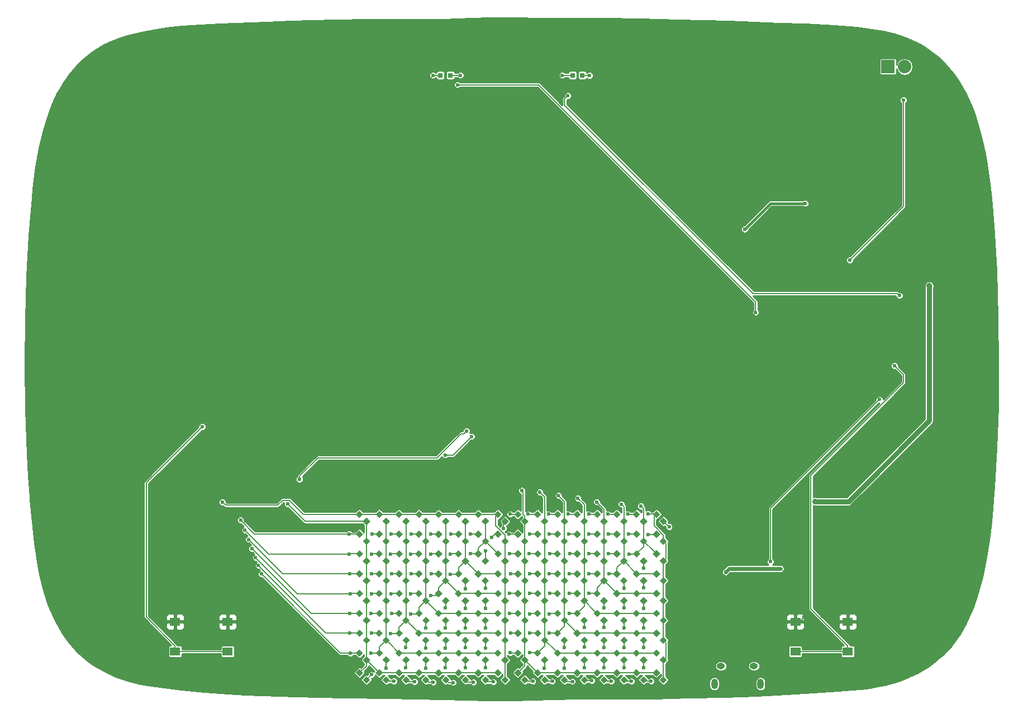
<source format=gbr>
G04 #@! TF.FileFunction,Copper,L2,Bot,Signal*
%FSLAX46Y46*%
G04 Gerber Fmt 4.6, Leading zero omitted, Abs format (unit mm)*
G04 Created by KiCad (PCBNEW 4.0.4-stable) date 11/01/16 13:43:14*
%MOMM*%
%LPD*%
G01*
G04 APERTURE LIST*
%ADD10C,0.100000*%
%ADD11R,1.550000X1.300000*%
%ADD12O,1.250000X0.950000*%
%ADD13O,1.000000X1.550000*%
%ADD14R,2.032000X2.032000*%
%ADD15O,2.032000X2.032000*%
%ADD16R,0.797560X0.797560*%
%ADD17C,0.600000*%
%ADD18C,0.890000*%
%ADD19C,0.200000*%
%ADD20C,0.400000*%
%ADD21C,0.800000*%
%ADD22C,0.600000*%
%ADD23C,0.254000*%
G04 APERTURE END LIST*
D10*
G36*
X233593795Y-172529835D02*
X233029835Y-173093795D01*
X232465875Y-172529835D01*
X233029835Y-171965875D01*
X233593795Y-172529835D01*
X233593795Y-172529835D01*
G37*
G36*
X232534125Y-171470165D02*
X231970165Y-172034125D01*
X231406205Y-171470165D01*
X231970165Y-170906205D01*
X232534125Y-171470165D01*
X232534125Y-171470165D01*
G37*
G36*
X200593795Y-196529835D02*
X200029835Y-197093795D01*
X199465875Y-196529835D01*
X200029835Y-195965875D01*
X200593795Y-196529835D01*
X200593795Y-196529835D01*
G37*
G36*
X199534125Y-195470165D02*
X198970165Y-196034125D01*
X198406205Y-195470165D01*
X198970165Y-194906205D01*
X199534125Y-195470165D01*
X199534125Y-195470165D01*
G37*
G36*
X203593795Y-196529835D02*
X203029835Y-197093795D01*
X202465875Y-196529835D01*
X203029835Y-195965875D01*
X203593795Y-196529835D01*
X203593795Y-196529835D01*
G37*
G36*
X202534125Y-195470165D02*
X201970165Y-196034125D01*
X201406205Y-195470165D01*
X201970165Y-194906205D01*
X202534125Y-195470165D01*
X202534125Y-195470165D01*
G37*
G36*
X206593795Y-196529835D02*
X206029835Y-197093795D01*
X205465875Y-196529835D01*
X206029835Y-195965875D01*
X206593795Y-196529835D01*
X206593795Y-196529835D01*
G37*
G36*
X205534125Y-195470165D02*
X204970165Y-196034125D01*
X204406205Y-195470165D01*
X204970165Y-194906205D01*
X205534125Y-195470165D01*
X205534125Y-195470165D01*
G37*
G36*
X209593795Y-196529835D02*
X209029835Y-197093795D01*
X208465875Y-196529835D01*
X209029835Y-195965875D01*
X209593795Y-196529835D01*
X209593795Y-196529835D01*
G37*
G36*
X208534125Y-195470165D02*
X207970165Y-196034125D01*
X207406205Y-195470165D01*
X207970165Y-194906205D01*
X208534125Y-195470165D01*
X208534125Y-195470165D01*
G37*
G36*
X212593795Y-196529835D02*
X212029835Y-197093795D01*
X211465875Y-196529835D01*
X212029835Y-195965875D01*
X212593795Y-196529835D01*
X212593795Y-196529835D01*
G37*
G36*
X211534125Y-195470165D02*
X210970165Y-196034125D01*
X210406205Y-195470165D01*
X210970165Y-194906205D01*
X211534125Y-195470165D01*
X211534125Y-195470165D01*
G37*
G36*
X215593795Y-196529835D02*
X215029835Y-197093795D01*
X214465875Y-196529835D01*
X215029835Y-195965875D01*
X215593795Y-196529835D01*
X215593795Y-196529835D01*
G37*
G36*
X214534125Y-195470165D02*
X213970165Y-196034125D01*
X213406205Y-195470165D01*
X213970165Y-194906205D01*
X214534125Y-195470165D01*
X214534125Y-195470165D01*
G37*
G36*
X218593795Y-196529835D02*
X218029835Y-197093795D01*
X217465875Y-196529835D01*
X218029835Y-195965875D01*
X218593795Y-196529835D01*
X218593795Y-196529835D01*
G37*
G36*
X217534125Y-195470165D02*
X216970165Y-196034125D01*
X216406205Y-195470165D01*
X216970165Y-194906205D01*
X217534125Y-195470165D01*
X217534125Y-195470165D01*
G37*
G36*
X221593795Y-196529835D02*
X221029835Y-197093795D01*
X220465875Y-196529835D01*
X221029835Y-195965875D01*
X221593795Y-196529835D01*
X221593795Y-196529835D01*
G37*
G36*
X220534125Y-195470165D02*
X219970165Y-196034125D01*
X219406205Y-195470165D01*
X219970165Y-194906205D01*
X220534125Y-195470165D01*
X220534125Y-195470165D01*
G37*
G36*
X224593795Y-196529835D02*
X224029835Y-197093795D01*
X223465875Y-196529835D01*
X224029835Y-195965875D01*
X224593795Y-196529835D01*
X224593795Y-196529835D01*
G37*
G36*
X223534125Y-195470165D02*
X222970165Y-196034125D01*
X222406205Y-195470165D01*
X222970165Y-194906205D01*
X223534125Y-195470165D01*
X223534125Y-195470165D01*
G37*
G36*
X227593795Y-196529835D02*
X227029835Y-197093795D01*
X226465875Y-196529835D01*
X227029835Y-195965875D01*
X227593795Y-196529835D01*
X227593795Y-196529835D01*
G37*
G36*
X226534125Y-195470165D02*
X225970165Y-196034125D01*
X225406205Y-195470165D01*
X225970165Y-194906205D01*
X226534125Y-195470165D01*
X226534125Y-195470165D01*
G37*
G36*
X230593795Y-196529835D02*
X230029835Y-197093795D01*
X229465875Y-196529835D01*
X230029835Y-195965875D01*
X230593795Y-196529835D01*
X230593795Y-196529835D01*
G37*
G36*
X229534125Y-195470165D02*
X228970165Y-196034125D01*
X228406205Y-195470165D01*
X228970165Y-194906205D01*
X229534125Y-195470165D01*
X229534125Y-195470165D01*
G37*
G36*
X233593795Y-196529835D02*
X233029835Y-197093795D01*
X232465875Y-196529835D01*
X233029835Y-195965875D01*
X233593795Y-196529835D01*
X233593795Y-196529835D01*
G37*
G36*
X232534125Y-195470165D02*
X231970165Y-196034125D01*
X231406205Y-195470165D01*
X231970165Y-194906205D01*
X232534125Y-195470165D01*
X232534125Y-195470165D01*
G37*
G36*
X236593795Y-196529835D02*
X236029835Y-197093795D01*
X235465875Y-196529835D01*
X236029835Y-195965875D01*
X236593795Y-196529835D01*
X236593795Y-196529835D01*
G37*
G36*
X235534125Y-195470165D02*
X234970165Y-196034125D01*
X234406205Y-195470165D01*
X234970165Y-194906205D01*
X235534125Y-195470165D01*
X235534125Y-195470165D01*
G37*
G36*
X239593795Y-196529835D02*
X239029835Y-197093795D01*
X238465875Y-196529835D01*
X239029835Y-195965875D01*
X239593795Y-196529835D01*
X239593795Y-196529835D01*
G37*
G36*
X238534125Y-195470165D02*
X237970165Y-196034125D01*
X237406205Y-195470165D01*
X237970165Y-194906205D01*
X238534125Y-195470165D01*
X238534125Y-195470165D01*
G37*
G36*
X242593795Y-196529835D02*
X242029835Y-197093795D01*
X241465875Y-196529835D01*
X242029835Y-195965875D01*
X242593795Y-196529835D01*
X242593795Y-196529835D01*
G37*
G36*
X241534125Y-195470165D02*
X240970165Y-196034125D01*
X240406205Y-195470165D01*
X240970165Y-194906205D01*
X241534125Y-195470165D01*
X241534125Y-195470165D01*
G37*
G36*
X245593795Y-196529835D02*
X245029835Y-197093795D01*
X244465875Y-196529835D01*
X245029835Y-195965875D01*
X245593795Y-196529835D01*
X245593795Y-196529835D01*
G37*
G36*
X244534125Y-195470165D02*
X243970165Y-196034125D01*
X243406205Y-195470165D01*
X243970165Y-194906205D01*
X244534125Y-195470165D01*
X244534125Y-195470165D01*
G37*
G36*
X200593795Y-193529835D02*
X200029835Y-194093795D01*
X199465875Y-193529835D01*
X200029835Y-192965875D01*
X200593795Y-193529835D01*
X200593795Y-193529835D01*
G37*
G36*
X199534125Y-192470165D02*
X198970165Y-193034125D01*
X198406205Y-192470165D01*
X198970165Y-191906205D01*
X199534125Y-192470165D01*
X199534125Y-192470165D01*
G37*
G36*
X203593795Y-193529835D02*
X203029835Y-194093795D01*
X202465875Y-193529835D01*
X203029835Y-192965875D01*
X203593795Y-193529835D01*
X203593795Y-193529835D01*
G37*
G36*
X202534125Y-192470165D02*
X201970165Y-193034125D01*
X201406205Y-192470165D01*
X201970165Y-191906205D01*
X202534125Y-192470165D01*
X202534125Y-192470165D01*
G37*
G36*
X206593795Y-193529835D02*
X206029835Y-194093795D01*
X205465875Y-193529835D01*
X206029835Y-192965875D01*
X206593795Y-193529835D01*
X206593795Y-193529835D01*
G37*
G36*
X205534125Y-192470165D02*
X204970165Y-193034125D01*
X204406205Y-192470165D01*
X204970165Y-191906205D01*
X205534125Y-192470165D01*
X205534125Y-192470165D01*
G37*
G36*
X209593795Y-193529835D02*
X209029835Y-194093795D01*
X208465875Y-193529835D01*
X209029835Y-192965875D01*
X209593795Y-193529835D01*
X209593795Y-193529835D01*
G37*
G36*
X208534125Y-192470165D02*
X207970165Y-193034125D01*
X207406205Y-192470165D01*
X207970165Y-191906205D01*
X208534125Y-192470165D01*
X208534125Y-192470165D01*
G37*
G36*
X212593795Y-193529835D02*
X212029835Y-194093795D01*
X211465875Y-193529835D01*
X212029835Y-192965875D01*
X212593795Y-193529835D01*
X212593795Y-193529835D01*
G37*
G36*
X211534125Y-192470165D02*
X210970165Y-193034125D01*
X210406205Y-192470165D01*
X210970165Y-191906205D01*
X211534125Y-192470165D01*
X211534125Y-192470165D01*
G37*
G36*
X215593795Y-193529835D02*
X215029835Y-194093795D01*
X214465875Y-193529835D01*
X215029835Y-192965875D01*
X215593795Y-193529835D01*
X215593795Y-193529835D01*
G37*
G36*
X214534125Y-192470165D02*
X213970165Y-193034125D01*
X213406205Y-192470165D01*
X213970165Y-191906205D01*
X214534125Y-192470165D01*
X214534125Y-192470165D01*
G37*
G36*
X218593795Y-193529835D02*
X218029835Y-194093795D01*
X217465875Y-193529835D01*
X218029835Y-192965875D01*
X218593795Y-193529835D01*
X218593795Y-193529835D01*
G37*
G36*
X217534125Y-192470165D02*
X216970165Y-193034125D01*
X216406205Y-192470165D01*
X216970165Y-191906205D01*
X217534125Y-192470165D01*
X217534125Y-192470165D01*
G37*
G36*
X221593795Y-193529835D02*
X221029835Y-194093795D01*
X220465875Y-193529835D01*
X221029835Y-192965875D01*
X221593795Y-193529835D01*
X221593795Y-193529835D01*
G37*
G36*
X220534125Y-192470165D02*
X219970165Y-193034125D01*
X219406205Y-192470165D01*
X219970165Y-191906205D01*
X220534125Y-192470165D01*
X220534125Y-192470165D01*
G37*
G36*
X224593795Y-193529835D02*
X224029835Y-194093795D01*
X223465875Y-193529835D01*
X224029835Y-192965875D01*
X224593795Y-193529835D01*
X224593795Y-193529835D01*
G37*
G36*
X223534125Y-192470165D02*
X222970165Y-193034125D01*
X222406205Y-192470165D01*
X222970165Y-191906205D01*
X223534125Y-192470165D01*
X223534125Y-192470165D01*
G37*
G36*
X227593795Y-193529835D02*
X227029835Y-194093795D01*
X226465875Y-193529835D01*
X227029835Y-192965875D01*
X227593795Y-193529835D01*
X227593795Y-193529835D01*
G37*
G36*
X226534125Y-192470165D02*
X225970165Y-193034125D01*
X225406205Y-192470165D01*
X225970165Y-191906205D01*
X226534125Y-192470165D01*
X226534125Y-192470165D01*
G37*
G36*
X230593795Y-193529835D02*
X230029835Y-194093795D01*
X229465875Y-193529835D01*
X230029835Y-192965875D01*
X230593795Y-193529835D01*
X230593795Y-193529835D01*
G37*
G36*
X229534125Y-192470165D02*
X228970165Y-193034125D01*
X228406205Y-192470165D01*
X228970165Y-191906205D01*
X229534125Y-192470165D01*
X229534125Y-192470165D01*
G37*
G36*
X233593795Y-193529835D02*
X233029835Y-194093795D01*
X232465875Y-193529835D01*
X233029835Y-192965875D01*
X233593795Y-193529835D01*
X233593795Y-193529835D01*
G37*
G36*
X232534125Y-192470165D02*
X231970165Y-193034125D01*
X231406205Y-192470165D01*
X231970165Y-191906205D01*
X232534125Y-192470165D01*
X232534125Y-192470165D01*
G37*
G36*
X236593795Y-193529835D02*
X236029835Y-194093795D01*
X235465875Y-193529835D01*
X236029835Y-192965875D01*
X236593795Y-193529835D01*
X236593795Y-193529835D01*
G37*
G36*
X235534125Y-192470165D02*
X234970165Y-193034125D01*
X234406205Y-192470165D01*
X234970165Y-191906205D01*
X235534125Y-192470165D01*
X235534125Y-192470165D01*
G37*
G36*
X239593795Y-193529835D02*
X239029835Y-194093795D01*
X238465875Y-193529835D01*
X239029835Y-192965875D01*
X239593795Y-193529835D01*
X239593795Y-193529835D01*
G37*
G36*
X238534125Y-192470165D02*
X237970165Y-193034125D01*
X237406205Y-192470165D01*
X237970165Y-191906205D01*
X238534125Y-192470165D01*
X238534125Y-192470165D01*
G37*
G36*
X242593795Y-193529835D02*
X242029835Y-194093795D01*
X241465875Y-193529835D01*
X242029835Y-192965875D01*
X242593795Y-193529835D01*
X242593795Y-193529835D01*
G37*
G36*
X241534125Y-192470165D02*
X240970165Y-193034125D01*
X240406205Y-192470165D01*
X240970165Y-191906205D01*
X241534125Y-192470165D01*
X241534125Y-192470165D01*
G37*
G36*
X245593795Y-193529835D02*
X245029835Y-194093795D01*
X244465875Y-193529835D01*
X245029835Y-192965875D01*
X245593795Y-193529835D01*
X245593795Y-193529835D01*
G37*
G36*
X244534125Y-192470165D02*
X243970165Y-193034125D01*
X243406205Y-192470165D01*
X243970165Y-191906205D01*
X244534125Y-192470165D01*
X244534125Y-192470165D01*
G37*
G36*
X200593795Y-190529835D02*
X200029835Y-191093795D01*
X199465875Y-190529835D01*
X200029835Y-189965875D01*
X200593795Y-190529835D01*
X200593795Y-190529835D01*
G37*
G36*
X199534125Y-189470165D02*
X198970165Y-190034125D01*
X198406205Y-189470165D01*
X198970165Y-188906205D01*
X199534125Y-189470165D01*
X199534125Y-189470165D01*
G37*
G36*
X203593795Y-190529835D02*
X203029835Y-191093795D01*
X202465875Y-190529835D01*
X203029835Y-189965875D01*
X203593795Y-190529835D01*
X203593795Y-190529835D01*
G37*
G36*
X202534125Y-189470165D02*
X201970165Y-190034125D01*
X201406205Y-189470165D01*
X201970165Y-188906205D01*
X202534125Y-189470165D01*
X202534125Y-189470165D01*
G37*
G36*
X206593795Y-190529835D02*
X206029835Y-191093795D01*
X205465875Y-190529835D01*
X206029835Y-189965875D01*
X206593795Y-190529835D01*
X206593795Y-190529835D01*
G37*
G36*
X205534125Y-189470165D02*
X204970165Y-190034125D01*
X204406205Y-189470165D01*
X204970165Y-188906205D01*
X205534125Y-189470165D01*
X205534125Y-189470165D01*
G37*
G36*
X209593795Y-190529835D02*
X209029835Y-191093795D01*
X208465875Y-190529835D01*
X209029835Y-189965875D01*
X209593795Y-190529835D01*
X209593795Y-190529835D01*
G37*
G36*
X208534125Y-189470165D02*
X207970165Y-190034125D01*
X207406205Y-189470165D01*
X207970165Y-188906205D01*
X208534125Y-189470165D01*
X208534125Y-189470165D01*
G37*
G36*
X212593795Y-190529835D02*
X212029835Y-191093795D01*
X211465875Y-190529835D01*
X212029835Y-189965875D01*
X212593795Y-190529835D01*
X212593795Y-190529835D01*
G37*
G36*
X211534125Y-189470165D02*
X210970165Y-190034125D01*
X210406205Y-189470165D01*
X210970165Y-188906205D01*
X211534125Y-189470165D01*
X211534125Y-189470165D01*
G37*
G36*
X215593795Y-190529835D02*
X215029835Y-191093795D01*
X214465875Y-190529835D01*
X215029835Y-189965875D01*
X215593795Y-190529835D01*
X215593795Y-190529835D01*
G37*
G36*
X214534125Y-189470165D02*
X213970165Y-190034125D01*
X213406205Y-189470165D01*
X213970165Y-188906205D01*
X214534125Y-189470165D01*
X214534125Y-189470165D01*
G37*
G36*
X218593795Y-190529835D02*
X218029835Y-191093795D01*
X217465875Y-190529835D01*
X218029835Y-189965875D01*
X218593795Y-190529835D01*
X218593795Y-190529835D01*
G37*
G36*
X217534125Y-189470165D02*
X216970165Y-190034125D01*
X216406205Y-189470165D01*
X216970165Y-188906205D01*
X217534125Y-189470165D01*
X217534125Y-189470165D01*
G37*
G36*
X221593795Y-190529835D02*
X221029835Y-191093795D01*
X220465875Y-190529835D01*
X221029835Y-189965875D01*
X221593795Y-190529835D01*
X221593795Y-190529835D01*
G37*
G36*
X220534125Y-189470165D02*
X219970165Y-190034125D01*
X219406205Y-189470165D01*
X219970165Y-188906205D01*
X220534125Y-189470165D01*
X220534125Y-189470165D01*
G37*
G36*
X224593795Y-190529835D02*
X224029835Y-191093795D01*
X223465875Y-190529835D01*
X224029835Y-189965875D01*
X224593795Y-190529835D01*
X224593795Y-190529835D01*
G37*
G36*
X223534125Y-189470165D02*
X222970165Y-190034125D01*
X222406205Y-189470165D01*
X222970165Y-188906205D01*
X223534125Y-189470165D01*
X223534125Y-189470165D01*
G37*
G36*
X227593795Y-190529835D02*
X227029835Y-191093795D01*
X226465875Y-190529835D01*
X227029835Y-189965875D01*
X227593795Y-190529835D01*
X227593795Y-190529835D01*
G37*
G36*
X226534125Y-189470165D02*
X225970165Y-190034125D01*
X225406205Y-189470165D01*
X225970165Y-188906205D01*
X226534125Y-189470165D01*
X226534125Y-189470165D01*
G37*
G36*
X230593795Y-190529835D02*
X230029835Y-191093795D01*
X229465875Y-190529835D01*
X230029835Y-189965875D01*
X230593795Y-190529835D01*
X230593795Y-190529835D01*
G37*
G36*
X229534125Y-189470165D02*
X228970165Y-190034125D01*
X228406205Y-189470165D01*
X228970165Y-188906205D01*
X229534125Y-189470165D01*
X229534125Y-189470165D01*
G37*
G36*
X233593795Y-190529835D02*
X233029835Y-191093795D01*
X232465875Y-190529835D01*
X233029835Y-189965875D01*
X233593795Y-190529835D01*
X233593795Y-190529835D01*
G37*
G36*
X232534125Y-189470165D02*
X231970165Y-190034125D01*
X231406205Y-189470165D01*
X231970165Y-188906205D01*
X232534125Y-189470165D01*
X232534125Y-189470165D01*
G37*
G36*
X236593795Y-190529835D02*
X236029835Y-191093795D01*
X235465875Y-190529835D01*
X236029835Y-189965875D01*
X236593795Y-190529835D01*
X236593795Y-190529835D01*
G37*
G36*
X235534125Y-189470165D02*
X234970165Y-190034125D01*
X234406205Y-189470165D01*
X234970165Y-188906205D01*
X235534125Y-189470165D01*
X235534125Y-189470165D01*
G37*
G36*
X239593795Y-190529835D02*
X239029835Y-191093795D01*
X238465875Y-190529835D01*
X239029835Y-189965875D01*
X239593795Y-190529835D01*
X239593795Y-190529835D01*
G37*
G36*
X238534125Y-189470165D02*
X237970165Y-190034125D01*
X237406205Y-189470165D01*
X237970165Y-188906205D01*
X238534125Y-189470165D01*
X238534125Y-189470165D01*
G37*
G36*
X242593795Y-190529835D02*
X242029835Y-191093795D01*
X241465875Y-190529835D01*
X242029835Y-189965875D01*
X242593795Y-190529835D01*
X242593795Y-190529835D01*
G37*
G36*
X241534125Y-189470165D02*
X240970165Y-190034125D01*
X240406205Y-189470165D01*
X240970165Y-188906205D01*
X241534125Y-189470165D01*
X241534125Y-189470165D01*
G37*
G36*
X245593795Y-190529835D02*
X245029835Y-191093795D01*
X244465875Y-190529835D01*
X245029835Y-189965875D01*
X245593795Y-190529835D01*
X245593795Y-190529835D01*
G37*
G36*
X244534125Y-189470165D02*
X243970165Y-190034125D01*
X243406205Y-189470165D01*
X243970165Y-188906205D01*
X244534125Y-189470165D01*
X244534125Y-189470165D01*
G37*
G36*
X200593795Y-187529835D02*
X200029835Y-188093795D01*
X199465875Y-187529835D01*
X200029835Y-186965875D01*
X200593795Y-187529835D01*
X200593795Y-187529835D01*
G37*
G36*
X199534125Y-186470165D02*
X198970165Y-187034125D01*
X198406205Y-186470165D01*
X198970165Y-185906205D01*
X199534125Y-186470165D01*
X199534125Y-186470165D01*
G37*
G36*
X203593795Y-187529835D02*
X203029835Y-188093795D01*
X202465875Y-187529835D01*
X203029835Y-186965875D01*
X203593795Y-187529835D01*
X203593795Y-187529835D01*
G37*
G36*
X202534125Y-186470165D02*
X201970165Y-187034125D01*
X201406205Y-186470165D01*
X201970165Y-185906205D01*
X202534125Y-186470165D01*
X202534125Y-186470165D01*
G37*
G36*
X206593795Y-187529835D02*
X206029835Y-188093795D01*
X205465875Y-187529835D01*
X206029835Y-186965875D01*
X206593795Y-187529835D01*
X206593795Y-187529835D01*
G37*
G36*
X205534125Y-186470165D02*
X204970165Y-187034125D01*
X204406205Y-186470165D01*
X204970165Y-185906205D01*
X205534125Y-186470165D01*
X205534125Y-186470165D01*
G37*
G36*
X209593795Y-187529835D02*
X209029835Y-188093795D01*
X208465875Y-187529835D01*
X209029835Y-186965875D01*
X209593795Y-187529835D01*
X209593795Y-187529835D01*
G37*
G36*
X208534125Y-186470165D02*
X207970165Y-187034125D01*
X207406205Y-186470165D01*
X207970165Y-185906205D01*
X208534125Y-186470165D01*
X208534125Y-186470165D01*
G37*
G36*
X212593795Y-187529835D02*
X212029835Y-188093795D01*
X211465875Y-187529835D01*
X212029835Y-186965875D01*
X212593795Y-187529835D01*
X212593795Y-187529835D01*
G37*
G36*
X211534125Y-186470165D02*
X210970165Y-187034125D01*
X210406205Y-186470165D01*
X210970165Y-185906205D01*
X211534125Y-186470165D01*
X211534125Y-186470165D01*
G37*
G36*
X215593795Y-187529835D02*
X215029835Y-188093795D01*
X214465875Y-187529835D01*
X215029835Y-186965875D01*
X215593795Y-187529835D01*
X215593795Y-187529835D01*
G37*
G36*
X214534125Y-186470165D02*
X213970165Y-187034125D01*
X213406205Y-186470165D01*
X213970165Y-185906205D01*
X214534125Y-186470165D01*
X214534125Y-186470165D01*
G37*
G36*
X218593795Y-187529835D02*
X218029835Y-188093795D01*
X217465875Y-187529835D01*
X218029835Y-186965875D01*
X218593795Y-187529835D01*
X218593795Y-187529835D01*
G37*
G36*
X217534125Y-186470165D02*
X216970165Y-187034125D01*
X216406205Y-186470165D01*
X216970165Y-185906205D01*
X217534125Y-186470165D01*
X217534125Y-186470165D01*
G37*
G36*
X221593795Y-187529835D02*
X221029835Y-188093795D01*
X220465875Y-187529835D01*
X221029835Y-186965875D01*
X221593795Y-187529835D01*
X221593795Y-187529835D01*
G37*
G36*
X220534125Y-186470165D02*
X219970165Y-187034125D01*
X219406205Y-186470165D01*
X219970165Y-185906205D01*
X220534125Y-186470165D01*
X220534125Y-186470165D01*
G37*
G36*
X224593795Y-187529835D02*
X224029835Y-188093795D01*
X223465875Y-187529835D01*
X224029835Y-186965875D01*
X224593795Y-187529835D01*
X224593795Y-187529835D01*
G37*
G36*
X223534125Y-186470165D02*
X222970165Y-187034125D01*
X222406205Y-186470165D01*
X222970165Y-185906205D01*
X223534125Y-186470165D01*
X223534125Y-186470165D01*
G37*
G36*
X227593795Y-187529835D02*
X227029835Y-188093795D01*
X226465875Y-187529835D01*
X227029835Y-186965875D01*
X227593795Y-187529835D01*
X227593795Y-187529835D01*
G37*
G36*
X226534125Y-186470165D02*
X225970165Y-187034125D01*
X225406205Y-186470165D01*
X225970165Y-185906205D01*
X226534125Y-186470165D01*
X226534125Y-186470165D01*
G37*
G36*
X230593795Y-187529835D02*
X230029835Y-188093795D01*
X229465875Y-187529835D01*
X230029835Y-186965875D01*
X230593795Y-187529835D01*
X230593795Y-187529835D01*
G37*
G36*
X229534125Y-186470165D02*
X228970165Y-187034125D01*
X228406205Y-186470165D01*
X228970165Y-185906205D01*
X229534125Y-186470165D01*
X229534125Y-186470165D01*
G37*
G36*
X233593795Y-187529835D02*
X233029835Y-188093795D01*
X232465875Y-187529835D01*
X233029835Y-186965875D01*
X233593795Y-187529835D01*
X233593795Y-187529835D01*
G37*
G36*
X232534125Y-186470165D02*
X231970165Y-187034125D01*
X231406205Y-186470165D01*
X231970165Y-185906205D01*
X232534125Y-186470165D01*
X232534125Y-186470165D01*
G37*
G36*
X236593795Y-187529835D02*
X236029835Y-188093795D01*
X235465875Y-187529835D01*
X236029835Y-186965875D01*
X236593795Y-187529835D01*
X236593795Y-187529835D01*
G37*
G36*
X235534125Y-186470165D02*
X234970165Y-187034125D01*
X234406205Y-186470165D01*
X234970165Y-185906205D01*
X235534125Y-186470165D01*
X235534125Y-186470165D01*
G37*
G36*
X239593795Y-187529835D02*
X239029835Y-188093795D01*
X238465875Y-187529835D01*
X239029835Y-186965875D01*
X239593795Y-187529835D01*
X239593795Y-187529835D01*
G37*
G36*
X238534125Y-186470165D02*
X237970165Y-187034125D01*
X237406205Y-186470165D01*
X237970165Y-185906205D01*
X238534125Y-186470165D01*
X238534125Y-186470165D01*
G37*
G36*
X242593795Y-187529835D02*
X242029835Y-188093795D01*
X241465875Y-187529835D01*
X242029835Y-186965875D01*
X242593795Y-187529835D01*
X242593795Y-187529835D01*
G37*
G36*
X241534125Y-186470165D02*
X240970165Y-187034125D01*
X240406205Y-186470165D01*
X240970165Y-185906205D01*
X241534125Y-186470165D01*
X241534125Y-186470165D01*
G37*
G36*
X245593795Y-187529835D02*
X245029835Y-188093795D01*
X244465875Y-187529835D01*
X245029835Y-186965875D01*
X245593795Y-187529835D01*
X245593795Y-187529835D01*
G37*
G36*
X244534125Y-186470165D02*
X243970165Y-187034125D01*
X243406205Y-186470165D01*
X243970165Y-185906205D01*
X244534125Y-186470165D01*
X244534125Y-186470165D01*
G37*
G36*
X200593795Y-184529835D02*
X200029835Y-185093795D01*
X199465875Y-184529835D01*
X200029835Y-183965875D01*
X200593795Y-184529835D01*
X200593795Y-184529835D01*
G37*
G36*
X199534125Y-183470165D02*
X198970165Y-184034125D01*
X198406205Y-183470165D01*
X198970165Y-182906205D01*
X199534125Y-183470165D01*
X199534125Y-183470165D01*
G37*
G36*
X203593795Y-184529835D02*
X203029835Y-185093795D01*
X202465875Y-184529835D01*
X203029835Y-183965875D01*
X203593795Y-184529835D01*
X203593795Y-184529835D01*
G37*
G36*
X202534125Y-183470165D02*
X201970165Y-184034125D01*
X201406205Y-183470165D01*
X201970165Y-182906205D01*
X202534125Y-183470165D01*
X202534125Y-183470165D01*
G37*
G36*
X206593795Y-184529835D02*
X206029835Y-185093795D01*
X205465875Y-184529835D01*
X206029835Y-183965875D01*
X206593795Y-184529835D01*
X206593795Y-184529835D01*
G37*
G36*
X205534125Y-183470165D02*
X204970165Y-184034125D01*
X204406205Y-183470165D01*
X204970165Y-182906205D01*
X205534125Y-183470165D01*
X205534125Y-183470165D01*
G37*
G36*
X209593795Y-184529835D02*
X209029835Y-185093795D01*
X208465875Y-184529835D01*
X209029835Y-183965875D01*
X209593795Y-184529835D01*
X209593795Y-184529835D01*
G37*
G36*
X208534125Y-183470165D02*
X207970165Y-184034125D01*
X207406205Y-183470165D01*
X207970165Y-182906205D01*
X208534125Y-183470165D01*
X208534125Y-183470165D01*
G37*
G36*
X212593795Y-184529835D02*
X212029835Y-185093795D01*
X211465875Y-184529835D01*
X212029835Y-183965875D01*
X212593795Y-184529835D01*
X212593795Y-184529835D01*
G37*
G36*
X211534125Y-183470165D02*
X210970165Y-184034125D01*
X210406205Y-183470165D01*
X210970165Y-182906205D01*
X211534125Y-183470165D01*
X211534125Y-183470165D01*
G37*
G36*
X215593795Y-184529835D02*
X215029835Y-185093795D01*
X214465875Y-184529835D01*
X215029835Y-183965875D01*
X215593795Y-184529835D01*
X215593795Y-184529835D01*
G37*
G36*
X214534125Y-183470165D02*
X213970165Y-184034125D01*
X213406205Y-183470165D01*
X213970165Y-182906205D01*
X214534125Y-183470165D01*
X214534125Y-183470165D01*
G37*
G36*
X218593795Y-184529835D02*
X218029835Y-185093795D01*
X217465875Y-184529835D01*
X218029835Y-183965875D01*
X218593795Y-184529835D01*
X218593795Y-184529835D01*
G37*
G36*
X217534125Y-183470165D02*
X216970165Y-184034125D01*
X216406205Y-183470165D01*
X216970165Y-182906205D01*
X217534125Y-183470165D01*
X217534125Y-183470165D01*
G37*
G36*
X221593795Y-184529835D02*
X221029835Y-185093795D01*
X220465875Y-184529835D01*
X221029835Y-183965875D01*
X221593795Y-184529835D01*
X221593795Y-184529835D01*
G37*
G36*
X220534125Y-183470165D02*
X219970165Y-184034125D01*
X219406205Y-183470165D01*
X219970165Y-182906205D01*
X220534125Y-183470165D01*
X220534125Y-183470165D01*
G37*
G36*
X224593795Y-184529835D02*
X224029835Y-185093795D01*
X223465875Y-184529835D01*
X224029835Y-183965875D01*
X224593795Y-184529835D01*
X224593795Y-184529835D01*
G37*
G36*
X223534125Y-183470165D02*
X222970165Y-184034125D01*
X222406205Y-183470165D01*
X222970165Y-182906205D01*
X223534125Y-183470165D01*
X223534125Y-183470165D01*
G37*
G36*
X227593795Y-184529835D02*
X227029835Y-185093795D01*
X226465875Y-184529835D01*
X227029835Y-183965875D01*
X227593795Y-184529835D01*
X227593795Y-184529835D01*
G37*
G36*
X226534125Y-183470165D02*
X225970165Y-184034125D01*
X225406205Y-183470165D01*
X225970165Y-182906205D01*
X226534125Y-183470165D01*
X226534125Y-183470165D01*
G37*
G36*
X230593795Y-184529835D02*
X230029835Y-185093795D01*
X229465875Y-184529835D01*
X230029835Y-183965875D01*
X230593795Y-184529835D01*
X230593795Y-184529835D01*
G37*
G36*
X229534125Y-183470165D02*
X228970165Y-184034125D01*
X228406205Y-183470165D01*
X228970165Y-182906205D01*
X229534125Y-183470165D01*
X229534125Y-183470165D01*
G37*
G36*
X233593795Y-184529835D02*
X233029835Y-185093795D01*
X232465875Y-184529835D01*
X233029835Y-183965875D01*
X233593795Y-184529835D01*
X233593795Y-184529835D01*
G37*
G36*
X232534125Y-183470165D02*
X231970165Y-184034125D01*
X231406205Y-183470165D01*
X231970165Y-182906205D01*
X232534125Y-183470165D01*
X232534125Y-183470165D01*
G37*
G36*
X236593795Y-184529835D02*
X236029835Y-185093795D01*
X235465875Y-184529835D01*
X236029835Y-183965875D01*
X236593795Y-184529835D01*
X236593795Y-184529835D01*
G37*
G36*
X235534125Y-183470165D02*
X234970165Y-184034125D01*
X234406205Y-183470165D01*
X234970165Y-182906205D01*
X235534125Y-183470165D01*
X235534125Y-183470165D01*
G37*
G36*
X239593795Y-184529835D02*
X239029835Y-185093795D01*
X238465875Y-184529835D01*
X239029835Y-183965875D01*
X239593795Y-184529835D01*
X239593795Y-184529835D01*
G37*
G36*
X238534125Y-183470165D02*
X237970165Y-184034125D01*
X237406205Y-183470165D01*
X237970165Y-182906205D01*
X238534125Y-183470165D01*
X238534125Y-183470165D01*
G37*
G36*
X242593795Y-184529835D02*
X242029835Y-185093795D01*
X241465875Y-184529835D01*
X242029835Y-183965875D01*
X242593795Y-184529835D01*
X242593795Y-184529835D01*
G37*
G36*
X241534125Y-183470165D02*
X240970165Y-184034125D01*
X240406205Y-183470165D01*
X240970165Y-182906205D01*
X241534125Y-183470165D01*
X241534125Y-183470165D01*
G37*
G36*
X245593795Y-184529835D02*
X245029835Y-185093795D01*
X244465875Y-184529835D01*
X245029835Y-183965875D01*
X245593795Y-184529835D01*
X245593795Y-184529835D01*
G37*
G36*
X244534125Y-183470165D02*
X243970165Y-184034125D01*
X243406205Y-183470165D01*
X243970165Y-182906205D01*
X244534125Y-183470165D01*
X244534125Y-183470165D01*
G37*
G36*
X200593795Y-181529835D02*
X200029835Y-182093795D01*
X199465875Y-181529835D01*
X200029835Y-180965875D01*
X200593795Y-181529835D01*
X200593795Y-181529835D01*
G37*
G36*
X199534125Y-180470165D02*
X198970165Y-181034125D01*
X198406205Y-180470165D01*
X198970165Y-179906205D01*
X199534125Y-180470165D01*
X199534125Y-180470165D01*
G37*
G36*
X203593795Y-181529835D02*
X203029835Y-182093795D01*
X202465875Y-181529835D01*
X203029835Y-180965875D01*
X203593795Y-181529835D01*
X203593795Y-181529835D01*
G37*
G36*
X202534125Y-180470165D02*
X201970165Y-181034125D01*
X201406205Y-180470165D01*
X201970165Y-179906205D01*
X202534125Y-180470165D01*
X202534125Y-180470165D01*
G37*
G36*
X206593795Y-181529835D02*
X206029835Y-182093795D01*
X205465875Y-181529835D01*
X206029835Y-180965875D01*
X206593795Y-181529835D01*
X206593795Y-181529835D01*
G37*
G36*
X205534125Y-180470165D02*
X204970165Y-181034125D01*
X204406205Y-180470165D01*
X204970165Y-179906205D01*
X205534125Y-180470165D01*
X205534125Y-180470165D01*
G37*
G36*
X209593795Y-181529835D02*
X209029835Y-182093795D01*
X208465875Y-181529835D01*
X209029835Y-180965875D01*
X209593795Y-181529835D01*
X209593795Y-181529835D01*
G37*
G36*
X208534125Y-180470165D02*
X207970165Y-181034125D01*
X207406205Y-180470165D01*
X207970165Y-179906205D01*
X208534125Y-180470165D01*
X208534125Y-180470165D01*
G37*
G36*
X212593795Y-181529835D02*
X212029835Y-182093795D01*
X211465875Y-181529835D01*
X212029835Y-180965875D01*
X212593795Y-181529835D01*
X212593795Y-181529835D01*
G37*
G36*
X211534125Y-180470165D02*
X210970165Y-181034125D01*
X210406205Y-180470165D01*
X210970165Y-179906205D01*
X211534125Y-180470165D01*
X211534125Y-180470165D01*
G37*
G36*
X215593795Y-181529835D02*
X215029835Y-182093795D01*
X214465875Y-181529835D01*
X215029835Y-180965875D01*
X215593795Y-181529835D01*
X215593795Y-181529835D01*
G37*
G36*
X214534125Y-180470165D02*
X213970165Y-181034125D01*
X213406205Y-180470165D01*
X213970165Y-179906205D01*
X214534125Y-180470165D01*
X214534125Y-180470165D01*
G37*
G36*
X218593795Y-181529835D02*
X218029835Y-182093795D01*
X217465875Y-181529835D01*
X218029835Y-180965875D01*
X218593795Y-181529835D01*
X218593795Y-181529835D01*
G37*
G36*
X217534125Y-180470165D02*
X216970165Y-181034125D01*
X216406205Y-180470165D01*
X216970165Y-179906205D01*
X217534125Y-180470165D01*
X217534125Y-180470165D01*
G37*
G36*
X221593795Y-181529835D02*
X221029835Y-182093795D01*
X220465875Y-181529835D01*
X221029835Y-180965875D01*
X221593795Y-181529835D01*
X221593795Y-181529835D01*
G37*
G36*
X220534125Y-180470165D02*
X219970165Y-181034125D01*
X219406205Y-180470165D01*
X219970165Y-179906205D01*
X220534125Y-180470165D01*
X220534125Y-180470165D01*
G37*
G36*
X224593795Y-181529835D02*
X224029835Y-182093795D01*
X223465875Y-181529835D01*
X224029835Y-180965875D01*
X224593795Y-181529835D01*
X224593795Y-181529835D01*
G37*
G36*
X223534125Y-180470165D02*
X222970165Y-181034125D01*
X222406205Y-180470165D01*
X222970165Y-179906205D01*
X223534125Y-180470165D01*
X223534125Y-180470165D01*
G37*
G36*
X227593795Y-181529835D02*
X227029835Y-182093795D01*
X226465875Y-181529835D01*
X227029835Y-180965875D01*
X227593795Y-181529835D01*
X227593795Y-181529835D01*
G37*
G36*
X226534125Y-180470165D02*
X225970165Y-181034125D01*
X225406205Y-180470165D01*
X225970165Y-179906205D01*
X226534125Y-180470165D01*
X226534125Y-180470165D01*
G37*
G36*
X230593795Y-181529835D02*
X230029835Y-182093795D01*
X229465875Y-181529835D01*
X230029835Y-180965875D01*
X230593795Y-181529835D01*
X230593795Y-181529835D01*
G37*
G36*
X229534125Y-180470165D02*
X228970165Y-181034125D01*
X228406205Y-180470165D01*
X228970165Y-179906205D01*
X229534125Y-180470165D01*
X229534125Y-180470165D01*
G37*
G36*
X233593795Y-181529835D02*
X233029835Y-182093795D01*
X232465875Y-181529835D01*
X233029835Y-180965875D01*
X233593795Y-181529835D01*
X233593795Y-181529835D01*
G37*
G36*
X232534125Y-180470165D02*
X231970165Y-181034125D01*
X231406205Y-180470165D01*
X231970165Y-179906205D01*
X232534125Y-180470165D01*
X232534125Y-180470165D01*
G37*
G36*
X236593795Y-181529835D02*
X236029835Y-182093795D01*
X235465875Y-181529835D01*
X236029835Y-180965875D01*
X236593795Y-181529835D01*
X236593795Y-181529835D01*
G37*
G36*
X235534125Y-180470165D02*
X234970165Y-181034125D01*
X234406205Y-180470165D01*
X234970165Y-179906205D01*
X235534125Y-180470165D01*
X235534125Y-180470165D01*
G37*
G36*
X239593795Y-181529835D02*
X239029835Y-182093795D01*
X238465875Y-181529835D01*
X239029835Y-180965875D01*
X239593795Y-181529835D01*
X239593795Y-181529835D01*
G37*
G36*
X238534125Y-180470165D02*
X237970165Y-181034125D01*
X237406205Y-180470165D01*
X237970165Y-179906205D01*
X238534125Y-180470165D01*
X238534125Y-180470165D01*
G37*
G36*
X242593795Y-181529835D02*
X242029835Y-182093795D01*
X241465875Y-181529835D01*
X242029835Y-180965875D01*
X242593795Y-181529835D01*
X242593795Y-181529835D01*
G37*
G36*
X241534125Y-180470165D02*
X240970165Y-181034125D01*
X240406205Y-180470165D01*
X240970165Y-179906205D01*
X241534125Y-180470165D01*
X241534125Y-180470165D01*
G37*
G36*
X245593795Y-181529835D02*
X245029835Y-182093795D01*
X244465875Y-181529835D01*
X245029835Y-180965875D01*
X245593795Y-181529835D01*
X245593795Y-181529835D01*
G37*
G36*
X244534125Y-180470165D02*
X243970165Y-181034125D01*
X243406205Y-180470165D01*
X243970165Y-179906205D01*
X244534125Y-180470165D01*
X244534125Y-180470165D01*
G37*
G36*
X200593795Y-178529835D02*
X200029835Y-179093795D01*
X199465875Y-178529835D01*
X200029835Y-177965875D01*
X200593795Y-178529835D01*
X200593795Y-178529835D01*
G37*
G36*
X199534125Y-177470165D02*
X198970165Y-178034125D01*
X198406205Y-177470165D01*
X198970165Y-176906205D01*
X199534125Y-177470165D01*
X199534125Y-177470165D01*
G37*
G36*
X203593795Y-178529835D02*
X203029835Y-179093795D01*
X202465875Y-178529835D01*
X203029835Y-177965875D01*
X203593795Y-178529835D01*
X203593795Y-178529835D01*
G37*
G36*
X202534125Y-177470165D02*
X201970165Y-178034125D01*
X201406205Y-177470165D01*
X201970165Y-176906205D01*
X202534125Y-177470165D01*
X202534125Y-177470165D01*
G37*
G36*
X206593795Y-178529835D02*
X206029835Y-179093795D01*
X205465875Y-178529835D01*
X206029835Y-177965875D01*
X206593795Y-178529835D01*
X206593795Y-178529835D01*
G37*
G36*
X205534125Y-177470165D02*
X204970165Y-178034125D01*
X204406205Y-177470165D01*
X204970165Y-176906205D01*
X205534125Y-177470165D01*
X205534125Y-177470165D01*
G37*
G36*
X209593795Y-178529835D02*
X209029835Y-179093795D01*
X208465875Y-178529835D01*
X209029835Y-177965875D01*
X209593795Y-178529835D01*
X209593795Y-178529835D01*
G37*
G36*
X208534125Y-177470165D02*
X207970165Y-178034125D01*
X207406205Y-177470165D01*
X207970165Y-176906205D01*
X208534125Y-177470165D01*
X208534125Y-177470165D01*
G37*
G36*
X212593795Y-178529835D02*
X212029835Y-179093795D01*
X211465875Y-178529835D01*
X212029835Y-177965875D01*
X212593795Y-178529835D01*
X212593795Y-178529835D01*
G37*
G36*
X211534125Y-177470165D02*
X210970165Y-178034125D01*
X210406205Y-177470165D01*
X210970165Y-176906205D01*
X211534125Y-177470165D01*
X211534125Y-177470165D01*
G37*
G36*
X215593795Y-178529835D02*
X215029835Y-179093795D01*
X214465875Y-178529835D01*
X215029835Y-177965875D01*
X215593795Y-178529835D01*
X215593795Y-178529835D01*
G37*
G36*
X214534125Y-177470165D02*
X213970165Y-178034125D01*
X213406205Y-177470165D01*
X213970165Y-176906205D01*
X214534125Y-177470165D01*
X214534125Y-177470165D01*
G37*
G36*
X218593795Y-178529835D02*
X218029835Y-179093795D01*
X217465875Y-178529835D01*
X218029835Y-177965875D01*
X218593795Y-178529835D01*
X218593795Y-178529835D01*
G37*
G36*
X217534125Y-177470165D02*
X216970165Y-178034125D01*
X216406205Y-177470165D01*
X216970165Y-176906205D01*
X217534125Y-177470165D01*
X217534125Y-177470165D01*
G37*
G36*
X221593795Y-178529835D02*
X221029835Y-179093795D01*
X220465875Y-178529835D01*
X221029835Y-177965875D01*
X221593795Y-178529835D01*
X221593795Y-178529835D01*
G37*
G36*
X220534125Y-177470165D02*
X219970165Y-178034125D01*
X219406205Y-177470165D01*
X219970165Y-176906205D01*
X220534125Y-177470165D01*
X220534125Y-177470165D01*
G37*
G36*
X224593795Y-178529835D02*
X224029835Y-179093795D01*
X223465875Y-178529835D01*
X224029835Y-177965875D01*
X224593795Y-178529835D01*
X224593795Y-178529835D01*
G37*
G36*
X223534125Y-177470165D02*
X222970165Y-178034125D01*
X222406205Y-177470165D01*
X222970165Y-176906205D01*
X223534125Y-177470165D01*
X223534125Y-177470165D01*
G37*
G36*
X227593795Y-178529835D02*
X227029835Y-179093795D01*
X226465875Y-178529835D01*
X227029835Y-177965875D01*
X227593795Y-178529835D01*
X227593795Y-178529835D01*
G37*
G36*
X226534125Y-177470165D02*
X225970165Y-178034125D01*
X225406205Y-177470165D01*
X225970165Y-176906205D01*
X226534125Y-177470165D01*
X226534125Y-177470165D01*
G37*
G36*
X230593795Y-178529835D02*
X230029835Y-179093795D01*
X229465875Y-178529835D01*
X230029835Y-177965875D01*
X230593795Y-178529835D01*
X230593795Y-178529835D01*
G37*
G36*
X229534125Y-177470165D02*
X228970165Y-178034125D01*
X228406205Y-177470165D01*
X228970165Y-176906205D01*
X229534125Y-177470165D01*
X229534125Y-177470165D01*
G37*
G36*
X233593795Y-178529835D02*
X233029835Y-179093795D01*
X232465875Y-178529835D01*
X233029835Y-177965875D01*
X233593795Y-178529835D01*
X233593795Y-178529835D01*
G37*
G36*
X232534125Y-177470165D02*
X231970165Y-178034125D01*
X231406205Y-177470165D01*
X231970165Y-176906205D01*
X232534125Y-177470165D01*
X232534125Y-177470165D01*
G37*
G36*
X236593795Y-178529835D02*
X236029835Y-179093795D01*
X235465875Y-178529835D01*
X236029835Y-177965875D01*
X236593795Y-178529835D01*
X236593795Y-178529835D01*
G37*
G36*
X235534125Y-177470165D02*
X234970165Y-178034125D01*
X234406205Y-177470165D01*
X234970165Y-176906205D01*
X235534125Y-177470165D01*
X235534125Y-177470165D01*
G37*
G36*
X239593795Y-178529835D02*
X239029835Y-179093795D01*
X238465875Y-178529835D01*
X239029835Y-177965875D01*
X239593795Y-178529835D01*
X239593795Y-178529835D01*
G37*
G36*
X238534125Y-177470165D02*
X237970165Y-178034125D01*
X237406205Y-177470165D01*
X237970165Y-176906205D01*
X238534125Y-177470165D01*
X238534125Y-177470165D01*
G37*
G36*
X242593795Y-178529835D02*
X242029835Y-179093795D01*
X241465875Y-178529835D01*
X242029835Y-177965875D01*
X242593795Y-178529835D01*
X242593795Y-178529835D01*
G37*
G36*
X241534125Y-177470165D02*
X240970165Y-178034125D01*
X240406205Y-177470165D01*
X240970165Y-176906205D01*
X241534125Y-177470165D01*
X241534125Y-177470165D01*
G37*
G36*
X245593795Y-178529835D02*
X245029835Y-179093795D01*
X244465875Y-178529835D01*
X245029835Y-177965875D01*
X245593795Y-178529835D01*
X245593795Y-178529835D01*
G37*
G36*
X244534125Y-177470165D02*
X243970165Y-178034125D01*
X243406205Y-177470165D01*
X243970165Y-176906205D01*
X244534125Y-177470165D01*
X244534125Y-177470165D01*
G37*
G36*
X200593795Y-175529835D02*
X200029835Y-176093795D01*
X199465875Y-175529835D01*
X200029835Y-174965875D01*
X200593795Y-175529835D01*
X200593795Y-175529835D01*
G37*
G36*
X199534125Y-174470165D02*
X198970165Y-175034125D01*
X198406205Y-174470165D01*
X198970165Y-173906205D01*
X199534125Y-174470165D01*
X199534125Y-174470165D01*
G37*
G36*
X203593795Y-175529835D02*
X203029835Y-176093795D01*
X202465875Y-175529835D01*
X203029835Y-174965875D01*
X203593795Y-175529835D01*
X203593795Y-175529835D01*
G37*
G36*
X202534125Y-174470165D02*
X201970165Y-175034125D01*
X201406205Y-174470165D01*
X201970165Y-173906205D01*
X202534125Y-174470165D01*
X202534125Y-174470165D01*
G37*
G36*
X206593795Y-175529835D02*
X206029835Y-176093795D01*
X205465875Y-175529835D01*
X206029835Y-174965875D01*
X206593795Y-175529835D01*
X206593795Y-175529835D01*
G37*
G36*
X205534125Y-174470165D02*
X204970165Y-175034125D01*
X204406205Y-174470165D01*
X204970165Y-173906205D01*
X205534125Y-174470165D01*
X205534125Y-174470165D01*
G37*
G36*
X209593795Y-175529835D02*
X209029835Y-176093795D01*
X208465875Y-175529835D01*
X209029835Y-174965875D01*
X209593795Y-175529835D01*
X209593795Y-175529835D01*
G37*
G36*
X208534125Y-174470165D02*
X207970165Y-175034125D01*
X207406205Y-174470165D01*
X207970165Y-173906205D01*
X208534125Y-174470165D01*
X208534125Y-174470165D01*
G37*
G36*
X212593795Y-175529835D02*
X212029835Y-176093795D01*
X211465875Y-175529835D01*
X212029835Y-174965875D01*
X212593795Y-175529835D01*
X212593795Y-175529835D01*
G37*
G36*
X211534125Y-174470165D02*
X210970165Y-175034125D01*
X210406205Y-174470165D01*
X210970165Y-173906205D01*
X211534125Y-174470165D01*
X211534125Y-174470165D01*
G37*
G36*
X215593795Y-175529835D02*
X215029835Y-176093795D01*
X214465875Y-175529835D01*
X215029835Y-174965875D01*
X215593795Y-175529835D01*
X215593795Y-175529835D01*
G37*
G36*
X214534125Y-174470165D02*
X213970165Y-175034125D01*
X213406205Y-174470165D01*
X213970165Y-173906205D01*
X214534125Y-174470165D01*
X214534125Y-174470165D01*
G37*
G36*
X218593795Y-175529835D02*
X218029835Y-176093795D01*
X217465875Y-175529835D01*
X218029835Y-174965875D01*
X218593795Y-175529835D01*
X218593795Y-175529835D01*
G37*
G36*
X217534125Y-174470165D02*
X216970165Y-175034125D01*
X216406205Y-174470165D01*
X216970165Y-173906205D01*
X217534125Y-174470165D01*
X217534125Y-174470165D01*
G37*
G36*
X221593795Y-175529835D02*
X221029835Y-176093795D01*
X220465875Y-175529835D01*
X221029835Y-174965875D01*
X221593795Y-175529835D01*
X221593795Y-175529835D01*
G37*
G36*
X220534125Y-174470165D02*
X219970165Y-175034125D01*
X219406205Y-174470165D01*
X219970165Y-173906205D01*
X220534125Y-174470165D01*
X220534125Y-174470165D01*
G37*
G36*
X224593795Y-175529835D02*
X224029835Y-176093795D01*
X223465875Y-175529835D01*
X224029835Y-174965875D01*
X224593795Y-175529835D01*
X224593795Y-175529835D01*
G37*
G36*
X223534125Y-174470165D02*
X222970165Y-175034125D01*
X222406205Y-174470165D01*
X222970165Y-173906205D01*
X223534125Y-174470165D01*
X223534125Y-174470165D01*
G37*
G36*
X227593795Y-175529835D02*
X227029835Y-176093795D01*
X226465875Y-175529835D01*
X227029835Y-174965875D01*
X227593795Y-175529835D01*
X227593795Y-175529835D01*
G37*
G36*
X226534125Y-174470165D02*
X225970165Y-175034125D01*
X225406205Y-174470165D01*
X225970165Y-173906205D01*
X226534125Y-174470165D01*
X226534125Y-174470165D01*
G37*
G36*
X230593795Y-175529835D02*
X230029835Y-176093795D01*
X229465875Y-175529835D01*
X230029835Y-174965875D01*
X230593795Y-175529835D01*
X230593795Y-175529835D01*
G37*
G36*
X229534125Y-174470165D02*
X228970165Y-175034125D01*
X228406205Y-174470165D01*
X228970165Y-173906205D01*
X229534125Y-174470165D01*
X229534125Y-174470165D01*
G37*
G36*
X233593795Y-175529835D02*
X233029835Y-176093795D01*
X232465875Y-175529835D01*
X233029835Y-174965875D01*
X233593795Y-175529835D01*
X233593795Y-175529835D01*
G37*
G36*
X232534125Y-174470165D02*
X231970165Y-175034125D01*
X231406205Y-174470165D01*
X231970165Y-173906205D01*
X232534125Y-174470165D01*
X232534125Y-174470165D01*
G37*
G36*
X236593795Y-175529835D02*
X236029835Y-176093795D01*
X235465875Y-175529835D01*
X236029835Y-174965875D01*
X236593795Y-175529835D01*
X236593795Y-175529835D01*
G37*
G36*
X235534125Y-174470165D02*
X234970165Y-175034125D01*
X234406205Y-174470165D01*
X234970165Y-173906205D01*
X235534125Y-174470165D01*
X235534125Y-174470165D01*
G37*
G36*
X239593795Y-175529835D02*
X239029835Y-176093795D01*
X238465875Y-175529835D01*
X239029835Y-174965875D01*
X239593795Y-175529835D01*
X239593795Y-175529835D01*
G37*
G36*
X238534125Y-174470165D02*
X237970165Y-175034125D01*
X237406205Y-174470165D01*
X237970165Y-173906205D01*
X238534125Y-174470165D01*
X238534125Y-174470165D01*
G37*
G36*
X242593795Y-175529835D02*
X242029835Y-176093795D01*
X241465875Y-175529835D01*
X242029835Y-174965875D01*
X242593795Y-175529835D01*
X242593795Y-175529835D01*
G37*
G36*
X241534125Y-174470165D02*
X240970165Y-175034125D01*
X240406205Y-174470165D01*
X240970165Y-173906205D01*
X241534125Y-174470165D01*
X241534125Y-174470165D01*
G37*
G36*
X245593795Y-175529835D02*
X245029835Y-176093795D01*
X244465875Y-175529835D01*
X245029835Y-174965875D01*
X245593795Y-175529835D01*
X245593795Y-175529835D01*
G37*
G36*
X244534125Y-174470165D02*
X243970165Y-175034125D01*
X243406205Y-174470165D01*
X243970165Y-173906205D01*
X244534125Y-174470165D01*
X244534125Y-174470165D01*
G37*
G36*
X200593795Y-172529835D02*
X200029835Y-173093795D01*
X199465875Y-172529835D01*
X200029835Y-171965875D01*
X200593795Y-172529835D01*
X200593795Y-172529835D01*
G37*
G36*
X199534125Y-171470165D02*
X198970165Y-172034125D01*
X198406205Y-171470165D01*
X198970165Y-170906205D01*
X199534125Y-171470165D01*
X199534125Y-171470165D01*
G37*
G36*
X203593795Y-172529835D02*
X203029835Y-173093795D01*
X202465875Y-172529835D01*
X203029835Y-171965875D01*
X203593795Y-172529835D01*
X203593795Y-172529835D01*
G37*
G36*
X202534125Y-171470165D02*
X201970165Y-172034125D01*
X201406205Y-171470165D01*
X201970165Y-170906205D01*
X202534125Y-171470165D01*
X202534125Y-171470165D01*
G37*
G36*
X206593795Y-172529835D02*
X206029835Y-173093795D01*
X205465875Y-172529835D01*
X206029835Y-171965875D01*
X206593795Y-172529835D01*
X206593795Y-172529835D01*
G37*
G36*
X205534125Y-171470165D02*
X204970165Y-172034125D01*
X204406205Y-171470165D01*
X204970165Y-170906205D01*
X205534125Y-171470165D01*
X205534125Y-171470165D01*
G37*
G36*
X209593795Y-172529835D02*
X209029835Y-173093795D01*
X208465875Y-172529835D01*
X209029835Y-171965875D01*
X209593795Y-172529835D01*
X209593795Y-172529835D01*
G37*
G36*
X208534125Y-171470165D02*
X207970165Y-172034125D01*
X207406205Y-171470165D01*
X207970165Y-170906205D01*
X208534125Y-171470165D01*
X208534125Y-171470165D01*
G37*
G36*
X212593795Y-172529835D02*
X212029835Y-173093795D01*
X211465875Y-172529835D01*
X212029835Y-171965875D01*
X212593795Y-172529835D01*
X212593795Y-172529835D01*
G37*
G36*
X211534125Y-171470165D02*
X210970165Y-172034125D01*
X210406205Y-171470165D01*
X210970165Y-170906205D01*
X211534125Y-171470165D01*
X211534125Y-171470165D01*
G37*
G36*
X215593795Y-172529835D02*
X215029835Y-173093795D01*
X214465875Y-172529835D01*
X215029835Y-171965875D01*
X215593795Y-172529835D01*
X215593795Y-172529835D01*
G37*
G36*
X214534125Y-171470165D02*
X213970165Y-172034125D01*
X213406205Y-171470165D01*
X213970165Y-170906205D01*
X214534125Y-171470165D01*
X214534125Y-171470165D01*
G37*
G36*
X218593795Y-172529835D02*
X218029835Y-173093795D01*
X217465875Y-172529835D01*
X218029835Y-171965875D01*
X218593795Y-172529835D01*
X218593795Y-172529835D01*
G37*
G36*
X217534125Y-171470165D02*
X216970165Y-172034125D01*
X216406205Y-171470165D01*
X216970165Y-170906205D01*
X217534125Y-171470165D01*
X217534125Y-171470165D01*
G37*
G36*
X221593795Y-172529835D02*
X221029835Y-173093795D01*
X220465875Y-172529835D01*
X221029835Y-171965875D01*
X221593795Y-172529835D01*
X221593795Y-172529835D01*
G37*
G36*
X220534125Y-171470165D02*
X219970165Y-172034125D01*
X219406205Y-171470165D01*
X219970165Y-170906205D01*
X220534125Y-171470165D01*
X220534125Y-171470165D01*
G37*
G36*
X224593795Y-172529835D02*
X224029835Y-173093795D01*
X223465875Y-172529835D01*
X224029835Y-171965875D01*
X224593795Y-172529835D01*
X224593795Y-172529835D01*
G37*
G36*
X223534125Y-171470165D02*
X222970165Y-172034125D01*
X222406205Y-171470165D01*
X222970165Y-170906205D01*
X223534125Y-171470165D01*
X223534125Y-171470165D01*
G37*
G36*
X227593795Y-172529835D02*
X227029835Y-173093795D01*
X226465875Y-172529835D01*
X227029835Y-171965875D01*
X227593795Y-172529835D01*
X227593795Y-172529835D01*
G37*
G36*
X226534125Y-171470165D02*
X225970165Y-172034125D01*
X225406205Y-171470165D01*
X225970165Y-170906205D01*
X226534125Y-171470165D01*
X226534125Y-171470165D01*
G37*
G36*
X230593795Y-172529835D02*
X230029835Y-173093795D01*
X229465875Y-172529835D01*
X230029835Y-171965875D01*
X230593795Y-172529835D01*
X230593795Y-172529835D01*
G37*
G36*
X229534125Y-171470165D02*
X228970165Y-172034125D01*
X228406205Y-171470165D01*
X228970165Y-170906205D01*
X229534125Y-171470165D01*
X229534125Y-171470165D01*
G37*
G36*
X236593795Y-172529835D02*
X236029835Y-173093795D01*
X235465875Y-172529835D01*
X236029835Y-171965875D01*
X236593795Y-172529835D01*
X236593795Y-172529835D01*
G37*
G36*
X235534125Y-171470165D02*
X234970165Y-172034125D01*
X234406205Y-171470165D01*
X234970165Y-170906205D01*
X235534125Y-171470165D01*
X235534125Y-171470165D01*
G37*
G36*
X239593795Y-172529835D02*
X239029835Y-173093795D01*
X238465875Y-172529835D01*
X239029835Y-171965875D01*
X239593795Y-172529835D01*
X239593795Y-172529835D01*
G37*
G36*
X238534125Y-171470165D02*
X237970165Y-172034125D01*
X237406205Y-171470165D01*
X237970165Y-170906205D01*
X238534125Y-171470165D01*
X238534125Y-171470165D01*
G37*
G36*
X242593795Y-172529835D02*
X242029835Y-173093795D01*
X241465875Y-172529835D01*
X242029835Y-171965875D01*
X242593795Y-172529835D01*
X242593795Y-172529835D01*
G37*
G36*
X241534125Y-171470165D02*
X240970165Y-172034125D01*
X240406205Y-171470165D01*
X240970165Y-170906205D01*
X241534125Y-171470165D01*
X241534125Y-171470165D01*
G37*
D11*
X265025000Y-187750000D03*
X265025000Y-192250000D03*
X272975000Y-192250000D03*
X272975000Y-187750000D03*
D10*
G36*
X245593795Y-172529835D02*
X245029835Y-173093795D01*
X244465875Y-172529835D01*
X245029835Y-171965875D01*
X245593795Y-172529835D01*
X245593795Y-172529835D01*
G37*
G36*
X244534125Y-171470165D02*
X243970165Y-172034125D01*
X243406205Y-171470165D01*
X243970165Y-170906205D01*
X244534125Y-171470165D01*
X244534125Y-171470165D01*
G37*
D12*
X253749100Y-194437460D03*
X258749100Y-194437460D03*
D13*
X252749100Y-197137460D03*
X259749100Y-197137460D03*
D14*
X279050000Y-103700000D03*
D15*
X281590000Y-103700000D03*
D11*
X171025000Y-187750000D03*
X171025000Y-192250000D03*
X178975000Y-192250000D03*
X178975000Y-187750000D03*
D16*
X231250700Y-105000000D03*
X232749300Y-105000000D03*
X212749300Y-105000000D03*
X211250700Y-105000000D03*
D17*
X272700000Y-174400000D03*
X269000000Y-171900000D03*
X265100000Y-172200000D03*
X254250000Y-185050000D03*
X274750000Y-187800000D03*
X257600000Y-192750000D03*
X282600000Y-108200000D03*
X287150000Y-143200000D03*
X277350000Y-152900000D03*
X260850000Y-153850000D03*
X269300000Y-145700000D03*
X270850000Y-145750000D03*
X263800000Y-152350000D03*
X271950000Y-158900000D03*
X273950000Y-161950000D03*
X292550000Y-162300000D03*
X287150000Y-141900000D03*
X249700000Y-120100000D03*
X180750000Y-187700000D03*
X194450000Y-165000000D03*
X190950000Y-168050000D03*
X172350000Y-163500000D03*
X172300000Y-167000000D03*
X175650000Y-171750000D03*
X178300000Y-167050000D03*
X266300000Y-184250000D03*
X267350000Y-188250000D03*
X266350000Y-187050000D03*
X269000000Y-177150000D03*
X269000000Y-177150000D03*
X214250000Y-105000000D03*
X229700000Y-105000000D03*
X257350000Y-128300000D03*
X266500000Y-124400000D03*
X285300000Y-152750000D03*
D18*
X285300000Y-136900000D03*
X285300000Y-136900000D03*
X285300000Y-136900000D03*
X285300000Y-136900000D03*
X285300000Y-136900000D03*
X268050000Y-169525575D03*
D17*
X261250000Y-178650000D03*
X277750000Y-154100000D03*
X230550000Y-108100000D03*
X280800000Y-138350000D03*
X213800000Y-106450000D03*
X259000000Y-140900000D03*
X280050000Y-149000000D03*
X175150000Y-158200000D03*
X281400000Y-108750000D03*
X273250000Y-133000000D03*
X262750000Y-179700000D03*
X262750000Y-179700000D03*
X254450000Y-180200000D03*
X243170000Y-196730000D03*
X243170000Y-196730000D03*
X245900000Y-173350000D03*
X245900000Y-173350000D03*
X242750000Y-174550000D03*
X242750000Y-174550000D03*
X242050000Y-194689118D03*
X242050000Y-191677577D03*
X242050000Y-188666037D03*
X242050000Y-185709586D03*
X242050000Y-182624594D03*
X242050000Y-179594691D03*
X239761914Y-174500000D03*
X236695284Y-174500000D03*
X233738833Y-174500000D03*
X230727293Y-174500000D03*
X227724735Y-174500000D03*
X224740610Y-174500000D03*
X221650000Y-174500000D03*
X221650000Y-174500000D03*
X224540040Y-171460000D03*
X227606410Y-171460000D03*
X230626670Y-171460000D03*
X233693040Y-171460000D03*
X236621078Y-171460000D03*
X239641338Y-171460000D03*
X242680000Y-171440000D03*
X242680000Y-171440000D03*
X221800000Y-171460000D03*
X241600000Y-170250000D03*
X240180000Y-196760000D03*
X240180000Y-196760000D03*
X239800000Y-177500000D03*
X239800000Y-177500000D03*
X224712719Y-177450000D03*
X227800291Y-177450000D03*
X230820449Y-177450000D03*
X233719261Y-177450000D03*
X236739418Y-177450000D03*
X239050000Y-182664372D03*
X239050000Y-185679136D03*
X239050000Y-188658846D03*
X239050000Y-191656082D03*
X239050000Y-194705902D03*
X221750000Y-177450000D03*
X221750000Y-177450000D03*
X221750000Y-177450000D03*
X238660000Y-169949990D03*
X237120000Y-196760000D03*
X237120000Y-196760000D03*
X236800000Y-180450000D03*
X236800000Y-180450000D03*
X224786314Y-180450000D03*
X227713206Y-180450000D03*
X230730621Y-180450000D03*
X233748036Y-180450000D03*
X236050000Y-185675174D03*
X236050000Y-188632240D03*
X236050000Y-191634568D03*
X236050000Y-194727418D03*
X221850000Y-180450000D03*
X221850000Y-180450000D03*
X221850000Y-180450000D03*
X234920000Y-169599980D03*
X234190000Y-196680000D03*
X234190000Y-196680000D03*
X233750000Y-183400000D03*
X233750000Y-183400000D03*
X224786631Y-183450000D03*
X227814750Y-183450000D03*
X230751108Y-183450000D03*
X233050000Y-188642266D03*
X233050000Y-191609211D03*
X233050000Y-194698504D03*
X221750000Y-183450000D03*
X232070000Y-169049970D03*
X231240000Y-196780000D03*
X231240000Y-196780000D03*
X224725457Y-186550000D03*
X227692402Y-186550000D03*
X230800000Y-186450000D03*
X230800000Y-186450000D03*
X230000000Y-191639798D03*
X230000000Y-194759678D03*
X221750000Y-186450000D03*
X229120000Y-168615696D03*
X228200000Y-196760000D03*
X228200000Y-196760000D03*
X227700000Y-189450000D03*
X227700000Y-189450000D03*
X224752495Y-189450000D03*
X227000000Y-194763513D03*
X221850000Y-189450000D03*
X221850000Y-189450000D03*
X221850000Y-189450000D03*
X226310000Y-168130000D03*
X226310000Y-168130000D03*
X225240000Y-196760000D03*
X225240000Y-196760000D03*
X224750000Y-192450000D03*
X224750000Y-192450000D03*
X221800000Y-192450000D03*
X221800000Y-192450000D03*
X223580000Y-167889990D03*
X178210000Y-169630000D03*
X178210000Y-169630000D03*
X180950000Y-172350000D03*
X180950000Y-172350000D03*
X219250000Y-196850000D03*
X219250000Y-196850000D03*
X218050000Y-194698065D03*
X218050000Y-191706415D03*
X218050000Y-188726272D03*
X218050000Y-185711610D03*
X218050000Y-182673935D03*
X220800000Y-173600000D03*
X220800000Y-173600000D03*
X219000000Y-174950000D03*
X219000000Y-174950000D03*
X218050000Y-177000732D03*
X215777807Y-174450000D03*
X212793636Y-174450000D03*
X209798535Y-174450000D03*
X206825296Y-174450000D03*
X203753677Y-174450000D03*
X200846024Y-174450000D03*
X197400000Y-174450000D03*
X181620000Y-173870000D03*
X181620000Y-173870000D03*
X216250000Y-196900000D03*
X216250000Y-196900000D03*
X215800000Y-177450000D03*
X215800000Y-177450000D03*
X200769941Y-177500000D03*
X203720435Y-177500000D03*
X206760884Y-177500000D03*
X209747360Y-177500000D03*
X212751827Y-177500000D03*
X215050000Y-182726973D03*
X215050000Y-185713449D03*
X215050000Y-188663943D03*
X215050000Y-191686401D03*
X215050000Y-194744840D03*
X197450000Y-177500000D03*
X197450000Y-177500000D03*
X197450000Y-177500000D03*
X197450000Y-177500000D03*
X182180000Y-175280000D03*
X182180000Y-175280000D03*
X213200000Y-196950000D03*
X213200000Y-196950000D03*
X212700000Y-180550000D03*
X212700000Y-180550000D03*
X200770544Y-180450000D03*
X203822061Y-180450000D03*
X206777214Y-180450000D03*
X209844792Y-180450000D03*
X212000000Y-185649714D03*
X212000000Y-188730560D03*
X212000000Y-191709840D03*
X212000000Y-194689120D03*
X197500000Y-180450000D03*
X197500000Y-180450000D03*
X197500000Y-180450000D03*
X182680000Y-176680000D03*
X182680000Y-176680000D03*
X210150000Y-196900000D03*
X210150000Y-196900000D03*
X209750000Y-183800000D03*
X209750000Y-183800000D03*
X200822193Y-183500000D03*
X203729334Y-183500000D03*
X206750929Y-183500000D03*
X209000000Y-188663103D03*
X209000000Y-191707589D03*
X209000000Y-194774967D03*
X197550000Y-183500000D03*
X197550000Y-183500000D03*
X197550000Y-183500000D03*
X183230000Y-178050000D03*
X183230000Y-178050000D03*
X183230000Y-178050000D03*
X207300000Y-196800000D03*
X207300000Y-196800000D03*
X206750000Y-186550000D03*
X206750000Y-186550000D03*
X200698053Y-186500000D03*
X203835662Y-186500000D03*
X206000000Y-191649359D03*
X206000000Y-194736362D03*
X197500000Y-186500000D03*
X197500000Y-186500000D03*
X197500000Y-186500000D03*
X183646084Y-179243916D03*
X183646084Y-179243916D03*
X183646084Y-179243916D03*
X204200000Y-196750000D03*
X204200000Y-196750000D03*
X203700000Y-189550000D03*
X203700000Y-189550000D03*
X200778681Y-189450000D03*
X203000000Y-194766074D03*
X197500000Y-189450000D03*
X197500000Y-189450000D03*
X184110000Y-180510000D03*
X184110000Y-180510000D03*
X200800000Y-195750000D03*
X200800000Y-195750000D03*
X200700000Y-192500000D03*
X200700000Y-192500000D03*
X197600000Y-192500000D03*
X188060000Y-169900000D03*
X188060000Y-169900000D03*
X188060000Y-169900000D03*
X233800000Y-105050000D03*
X210100000Y-105000000D03*
X211950000Y-162500000D03*
X215950000Y-159700000D03*
X215200000Y-158900000D03*
X189900000Y-166150000D03*
D19*
X272975000Y-187750000D02*
X274700000Y-187750000D01*
X274700000Y-187750000D02*
X274750000Y-187800000D01*
X178975000Y-187750000D02*
X180700000Y-187750000D01*
X180700000Y-187750000D02*
X180750000Y-187700000D01*
X266350000Y-187050000D02*
X266350000Y-187250000D01*
X266350000Y-187250000D02*
X267350000Y-188250000D01*
X265025000Y-187750000D02*
X265650000Y-187750000D01*
X265650000Y-187750000D02*
X266350000Y-187050000D01*
X214250000Y-105000000D02*
X212749300Y-105000000D01*
X229700000Y-105000000D02*
X231250700Y-105000000D01*
D20*
X266500000Y-124400000D02*
X261250000Y-124400000D01*
X261250000Y-124400000D02*
X257350000Y-128300000D01*
D21*
X285300000Y-152750000D02*
X285300000Y-136900000D01*
X285300000Y-157300000D02*
X285300000Y-152750000D01*
X273074425Y-169525575D02*
X285300000Y-157300000D01*
X268050000Y-169525575D02*
X273074425Y-169525575D01*
D19*
X277750000Y-154100000D02*
X261250000Y-170600000D01*
X261250000Y-170600000D02*
X261250000Y-178650000D01*
X230050000Y-109500000D02*
X230050000Y-108600000D01*
X230050000Y-108600000D02*
X230550000Y-108100000D01*
X258600001Y-138050001D02*
X230050000Y-109500000D01*
X280800000Y-138350000D02*
X280500001Y-138050001D01*
X280500001Y-138050001D02*
X258600001Y-138050001D01*
X259000000Y-139350000D02*
X226100000Y-106450000D01*
X226100000Y-106450000D02*
X213800000Y-106450000D01*
X259000000Y-140900000D02*
X259000000Y-139350000D01*
X280050000Y-149000000D02*
X281400000Y-150350000D01*
X281400000Y-150350000D02*
X281400000Y-151550000D01*
X281400000Y-151550000D02*
X267354999Y-165595001D01*
X267354999Y-165595001D02*
X267354999Y-185779999D01*
X267354999Y-185779999D02*
X272975000Y-191400000D01*
X272975000Y-191400000D02*
X272975000Y-192250000D01*
X272975000Y-192250000D02*
X272000000Y-192250000D01*
X272000000Y-192250000D02*
X265025000Y-192250000D01*
X178975000Y-192250000D02*
X178000000Y-192250000D01*
X178000000Y-192250000D02*
X171025000Y-192250000D01*
X166650000Y-166700000D02*
X166650000Y-187025000D01*
X166650000Y-187025000D02*
X171025000Y-191400000D01*
X171025000Y-191400000D02*
X171025000Y-192250000D01*
X175150000Y-158200000D02*
X166650000Y-166700000D01*
X273250000Y-133000000D02*
X281400000Y-124850000D01*
X281400000Y-124850000D02*
X281400000Y-108750000D01*
D22*
X254450000Y-180200000D02*
X254950000Y-179700000D01*
X254950000Y-179700000D02*
X262750000Y-179700000D01*
D19*
X243170000Y-196730000D02*
X242230000Y-196730000D01*
X242230000Y-196730000D02*
X242029835Y-196529835D01*
X245900000Y-173350000D02*
X245850000Y-173350000D01*
X245850000Y-173350000D02*
X245029835Y-172529835D01*
X242750000Y-174550000D02*
X243890330Y-174550000D01*
X243890330Y-174550000D02*
X243970165Y-174470165D01*
X242029835Y-193529835D02*
X242029835Y-194668953D01*
X242029835Y-194668953D02*
X242050000Y-194689118D01*
X242029835Y-190529835D02*
X242029835Y-191657412D01*
X242029835Y-191657412D02*
X242050000Y-191677577D01*
X242029835Y-187529835D02*
X242029835Y-188645872D01*
X242029835Y-188645872D02*
X242050000Y-188666037D01*
X242029835Y-185689421D02*
X242050000Y-185709586D01*
X242029835Y-184529835D02*
X242029835Y-185689421D01*
X242029835Y-181529835D02*
X242029835Y-182604429D01*
X242029835Y-182604429D02*
X242050000Y-182624594D01*
X242029835Y-178529835D02*
X242029835Y-179574526D01*
X242029835Y-179574526D02*
X242050000Y-179594691D01*
X240970165Y-174470165D02*
X239791749Y-174470165D01*
X239791749Y-174470165D02*
X239761914Y-174500000D01*
X237970165Y-174470165D02*
X236725119Y-174470165D01*
X236725119Y-174470165D02*
X236695284Y-174500000D01*
X234970165Y-174470165D02*
X233768668Y-174470165D01*
X233768668Y-174470165D02*
X233738833Y-174500000D01*
X231970165Y-174470165D02*
X230757128Y-174470165D01*
X230757128Y-174470165D02*
X230727293Y-174500000D01*
X228970165Y-174470165D02*
X227754570Y-174470165D01*
X227754570Y-174470165D02*
X227724735Y-174500000D01*
X225970165Y-174470165D02*
X224770445Y-174470165D01*
X224770445Y-174470165D02*
X224740610Y-174500000D01*
X221650000Y-174500000D02*
X222940330Y-174500000D01*
X222940330Y-174500000D02*
X222970165Y-174470165D01*
X225970165Y-171470165D02*
X224550205Y-171470165D01*
X224550205Y-171470165D02*
X224540040Y-171460000D01*
X228970165Y-171470165D02*
X227616575Y-171470165D01*
X227616575Y-171470165D02*
X227606410Y-171460000D01*
X231970165Y-171470165D02*
X230636835Y-171470165D01*
X230636835Y-171470165D02*
X230626670Y-171460000D01*
X234970165Y-171470165D02*
X233703205Y-171470165D01*
X233703205Y-171470165D02*
X233693040Y-171460000D01*
X237970165Y-171470165D02*
X236631243Y-171470165D01*
X236631243Y-171470165D02*
X236621078Y-171460000D01*
X240970165Y-171470165D02*
X239651503Y-171470165D01*
X239651503Y-171470165D02*
X239641338Y-171460000D01*
X242680000Y-171440000D02*
X243940000Y-171440000D01*
X243940000Y-171440000D02*
X243970165Y-171470165D01*
X222970165Y-171470165D02*
X221810165Y-171470165D01*
X221810165Y-171470165D02*
X221800000Y-171460000D01*
X243970165Y-171470165D02*
X243617475Y-171822855D01*
X243617475Y-171822855D02*
X243617475Y-173199945D01*
X243617475Y-173199945D02*
X245029835Y-174612305D01*
X245029835Y-174612305D02*
X245029835Y-174865875D01*
X245029835Y-174865875D02*
X245029835Y-175529835D01*
X245029835Y-178529835D02*
X245382525Y-178177145D01*
X245382525Y-178177145D02*
X245382525Y-175882525D01*
X245382525Y-175882525D02*
X245029835Y-175529835D01*
X245029835Y-178529835D02*
X245029835Y-180328025D01*
X245029835Y-180328025D02*
X245029835Y-181529835D01*
X245029835Y-181529835D02*
X245029835Y-184529835D01*
X245029835Y-184529835D02*
X245029835Y-187529835D01*
X245029835Y-187529835D02*
X245029835Y-189328025D01*
X245029835Y-189328025D02*
X245029835Y-190529835D01*
X245029835Y-193529835D02*
X245382525Y-193177145D01*
X245382525Y-193177145D02*
X245382525Y-190882525D01*
X245382525Y-190882525D02*
X245029835Y-190529835D01*
X245029835Y-196529835D02*
X245029835Y-195865875D01*
X245029835Y-195865875D02*
X245029835Y-193529835D01*
X242029835Y-172529835D02*
X242029835Y-170679835D01*
X242029835Y-170679835D02*
X241600000Y-170250000D01*
X240180000Y-196760000D02*
X239260000Y-196760000D01*
X239260000Y-196760000D02*
X239029835Y-196529835D01*
X239800000Y-177500000D02*
X240940330Y-177500000D01*
X240940330Y-177500000D02*
X240970165Y-177470165D01*
X225970165Y-177470165D02*
X224732884Y-177470165D01*
X224732884Y-177470165D02*
X224712719Y-177450000D01*
X228970165Y-177470165D02*
X227820456Y-177470165D01*
X227820456Y-177470165D02*
X227800291Y-177450000D01*
X231970165Y-177470165D02*
X230840614Y-177470165D01*
X230840614Y-177470165D02*
X230820449Y-177450000D01*
X234970165Y-177470165D02*
X233739426Y-177470165D01*
X233739426Y-177470165D02*
X233719261Y-177450000D01*
X237970165Y-177470165D02*
X236759583Y-177470165D01*
X236759583Y-177470165D02*
X236739418Y-177450000D01*
X239029835Y-181529835D02*
X239029835Y-182644207D01*
X239029835Y-182644207D02*
X239050000Y-182664372D01*
X239029835Y-184529835D02*
X239029835Y-185658971D01*
X239029835Y-185658971D02*
X239050000Y-185679136D01*
X239029835Y-187529835D02*
X239029835Y-188638681D01*
X239029835Y-188638681D02*
X239050000Y-188658846D01*
X239029835Y-190529835D02*
X239029835Y-191635917D01*
X239029835Y-191635917D02*
X239050000Y-191656082D01*
X239029835Y-193529835D02*
X239029835Y-194685737D01*
X239029835Y-194685737D02*
X239050000Y-194705902D01*
X239050000Y-196550000D02*
X239029835Y-196529835D01*
X222970165Y-177470165D02*
X221770165Y-177470165D01*
X221770165Y-177470165D02*
X221750000Y-177450000D01*
X242029835Y-175529835D02*
X242029835Y-174865875D01*
X242029835Y-174865875D02*
X242029835Y-172529835D01*
X240970165Y-177470165D02*
X242029835Y-176410495D01*
X242029835Y-176410495D02*
X242029835Y-175529835D01*
X243970165Y-177470165D02*
X243617475Y-177117475D01*
X243617475Y-177117475D02*
X242029835Y-175529835D01*
X239029835Y-172529835D02*
X239029835Y-170319825D01*
X239029835Y-170319825D02*
X238660000Y-169949990D01*
X237120000Y-196760000D02*
X236260000Y-196760000D01*
X236260000Y-196760000D02*
X236029835Y-196529835D01*
X236800000Y-180450000D02*
X237950000Y-180450000D01*
X237950000Y-180450000D02*
X237970165Y-180470165D01*
X225970165Y-180470165D02*
X224806479Y-180470165D01*
X224806479Y-180470165D02*
X224786314Y-180450000D01*
X228970165Y-180470165D02*
X227733371Y-180470165D01*
X227733371Y-180470165D02*
X227713206Y-180450000D01*
X231970165Y-180470165D02*
X230750786Y-180470165D01*
X230750786Y-180470165D02*
X230730621Y-180450000D01*
X234970165Y-180470165D02*
X233768201Y-180470165D01*
X233768201Y-180470165D02*
X233748036Y-180450000D01*
X236029835Y-184529835D02*
X236029835Y-185655009D01*
X236029835Y-185655009D02*
X236050000Y-185675174D01*
X236029835Y-187529835D02*
X236029835Y-188612075D01*
X236029835Y-188612075D02*
X236050000Y-188632240D01*
X236029835Y-190529835D02*
X236029835Y-191614403D01*
X236029835Y-191614403D02*
X236050000Y-191634568D01*
X236029835Y-193529835D02*
X236029835Y-194707253D01*
X236029835Y-194707253D02*
X236050000Y-194727418D01*
X236050000Y-196550000D02*
X236029835Y-196529835D01*
X222970165Y-180470165D02*
X221870165Y-180470165D01*
X221870165Y-180470165D02*
X221850000Y-180450000D01*
X239029835Y-175529835D02*
X239029835Y-174865875D01*
X239029835Y-174865875D02*
X239029835Y-172529835D01*
X239029835Y-178529835D02*
X239029835Y-177865875D01*
X239029835Y-177865875D02*
X239029835Y-175529835D01*
X237970165Y-180470165D02*
X237970165Y-179589505D01*
X237970165Y-179589505D02*
X239029835Y-178529835D01*
X240970165Y-180470165D02*
X239029835Y-178529835D01*
X243970165Y-180470165D02*
X243306205Y-180470165D01*
X243306205Y-180470165D02*
X240970165Y-180470165D01*
X236029835Y-172529835D02*
X236029835Y-170709815D01*
X236029835Y-170709815D02*
X234920000Y-169599980D01*
X234190000Y-196680000D02*
X233180000Y-196680000D01*
X233180000Y-196680000D02*
X233029835Y-196529835D01*
X233750000Y-183400000D02*
X234900000Y-183400000D01*
X234900000Y-183400000D02*
X234970165Y-183470165D01*
X225970165Y-183470165D02*
X224806796Y-183470165D01*
X224806796Y-183470165D02*
X224786631Y-183450000D01*
X228970165Y-183470165D02*
X227834915Y-183470165D01*
X227834915Y-183470165D02*
X227814750Y-183450000D01*
X231970165Y-183470165D02*
X230771273Y-183470165D01*
X230771273Y-183470165D02*
X230751108Y-183450000D01*
X233029835Y-187529835D02*
X233029835Y-188622101D01*
X233029835Y-188622101D02*
X233050000Y-188642266D01*
X233029835Y-190529835D02*
X233029835Y-191589046D01*
X233029835Y-191589046D02*
X233050000Y-191609211D01*
X233029835Y-193529835D02*
X233029835Y-194678339D01*
X233029835Y-194678339D02*
X233050000Y-194698504D01*
X233050000Y-196550000D02*
X233029835Y-196529835D01*
X222970165Y-183470165D02*
X221770165Y-183470165D01*
X221770165Y-183470165D02*
X221750000Y-183450000D01*
X236029835Y-175529835D02*
X236029835Y-174865875D01*
X236029835Y-174865875D02*
X236029835Y-172529835D01*
X236029835Y-178529835D02*
X236029835Y-177865875D01*
X236029835Y-177865875D02*
X236029835Y-175529835D01*
X236029835Y-181529835D02*
X236029835Y-180865875D01*
X236029835Y-180865875D02*
X236029835Y-178529835D01*
X234970165Y-183470165D02*
X234970165Y-182589505D01*
X234970165Y-182589505D02*
X236029835Y-181529835D01*
X237970165Y-183470165D02*
X236029835Y-181529835D01*
X240970165Y-183470165D02*
X237970165Y-183470165D01*
X243970165Y-183470165D02*
X240970165Y-183470165D01*
X233029835Y-172529835D02*
X233029835Y-170009805D01*
X233029835Y-170009805D02*
X232070000Y-169049970D01*
X231240000Y-196780000D02*
X230280000Y-196780000D01*
X230280000Y-196780000D02*
X230029835Y-196529835D01*
X225970165Y-186470165D02*
X224805292Y-186470165D01*
X224805292Y-186470165D02*
X224725457Y-186550000D01*
X228970165Y-186470165D02*
X227772237Y-186470165D01*
X227772237Y-186470165D02*
X227692402Y-186550000D01*
X230800000Y-186450000D02*
X231950000Y-186450000D01*
X231950000Y-186450000D02*
X231970165Y-186470165D01*
X230029835Y-190529835D02*
X230029835Y-191609963D01*
X230029835Y-191609963D02*
X230000000Y-191639798D01*
X230029835Y-193529835D02*
X230029835Y-194729843D01*
X230029835Y-194729843D02*
X230000000Y-194759678D01*
X230000000Y-196559670D02*
X230029835Y-196529835D01*
X222970165Y-186470165D02*
X221770165Y-186470165D01*
X221770165Y-186470165D02*
X221750000Y-186450000D01*
X233029835Y-175529835D02*
X233029835Y-172529835D01*
X233029835Y-178529835D02*
X233029835Y-177865875D01*
X233029835Y-177865875D02*
X233029835Y-175529835D01*
X233029835Y-181529835D02*
X233029835Y-180865875D01*
X233029835Y-180865875D02*
X233029835Y-178529835D01*
X233029835Y-184529835D02*
X233029835Y-181529835D01*
X231970165Y-186470165D02*
X233029835Y-185410495D01*
X233029835Y-185410495D02*
X233029835Y-184529835D01*
X234970165Y-186470165D02*
X234617475Y-186117475D01*
X234617475Y-186117475D02*
X233029835Y-184529835D01*
X237970165Y-186470165D02*
X234970165Y-186470165D01*
X240970165Y-186470165D02*
X237970165Y-186470165D01*
X243970165Y-186470165D02*
X242171975Y-186470165D01*
X242171975Y-186470165D02*
X240970165Y-186470165D01*
X230029835Y-172529835D02*
X230029835Y-169525531D01*
X230029835Y-169525531D02*
X229120000Y-168615696D01*
X228200000Y-196760000D02*
X227260000Y-196760000D01*
X227260000Y-196760000D02*
X227029835Y-196529835D01*
X227700000Y-189450000D02*
X228950000Y-189450000D01*
X228950000Y-189450000D02*
X228970165Y-189470165D01*
X225970165Y-189470165D02*
X224772660Y-189470165D01*
X224772660Y-189470165D02*
X224752495Y-189450000D01*
X227029835Y-193529835D02*
X227029835Y-194733678D01*
X227029835Y-194733678D02*
X227000000Y-194763513D01*
X227000000Y-196559670D02*
X227029835Y-196529835D01*
X222970165Y-189470165D02*
X221870165Y-189470165D01*
X221870165Y-189470165D02*
X221850000Y-189450000D01*
X230029835Y-175529835D02*
X230029835Y-172529835D01*
X230029835Y-178529835D02*
X230029835Y-177865875D01*
X230029835Y-177865875D02*
X230029835Y-175529835D01*
X230029835Y-181529835D02*
X230029835Y-178529835D01*
X230029835Y-184529835D02*
X230029835Y-181529835D01*
X230029835Y-187529835D02*
X230029835Y-186865875D01*
X230029835Y-186865875D02*
X230029835Y-184529835D01*
X228970165Y-189470165D02*
X230029835Y-188410495D01*
X230029835Y-188410495D02*
X230029835Y-187529835D01*
X231970165Y-189470165D02*
X231617475Y-189117475D01*
X231617475Y-189117475D02*
X230029835Y-187529835D01*
X234970165Y-189470165D02*
X231970165Y-189470165D01*
X237970165Y-189470165D02*
X237306205Y-189470165D01*
X237306205Y-189470165D02*
X234970165Y-189470165D01*
X240970165Y-189470165D02*
X240306205Y-189470165D01*
X240306205Y-189470165D02*
X237970165Y-189470165D01*
X243970165Y-189470165D02*
X243306205Y-189470165D01*
X243306205Y-189470165D02*
X240970165Y-189470165D01*
X227029835Y-172529835D02*
X227029835Y-168849835D01*
X227029835Y-168849835D02*
X226310000Y-168130000D01*
X225240000Y-196760000D02*
X224260000Y-196760000D01*
X224260000Y-196760000D02*
X224029835Y-196529835D01*
X224750000Y-192450000D02*
X225950000Y-192450000D01*
X225950000Y-192450000D02*
X225970165Y-192470165D01*
X224050000Y-196550000D02*
X224029835Y-196529835D01*
X222970165Y-192470165D02*
X221820165Y-192470165D01*
X221820165Y-192470165D02*
X221800000Y-192450000D01*
X227029835Y-175529835D02*
X227029835Y-174865875D01*
X227029835Y-174865875D02*
X227029835Y-172529835D01*
X227029835Y-178529835D02*
X227029835Y-175529835D01*
X227029835Y-181529835D02*
X227029835Y-180865875D01*
X227029835Y-180865875D02*
X227029835Y-178529835D01*
X227029835Y-184529835D02*
X227029835Y-181529835D01*
X227029835Y-187529835D02*
X227029835Y-184529835D01*
X227029835Y-190529835D02*
X227029835Y-187529835D01*
X225970165Y-192470165D02*
X227029835Y-191410495D01*
X227029835Y-191410495D02*
X227029835Y-190529835D01*
X228970165Y-192470165D02*
X228617475Y-192117475D01*
X228617475Y-192117475D02*
X227029835Y-190529835D01*
X231970165Y-192470165D02*
X231306205Y-192470165D01*
X231306205Y-192470165D02*
X228970165Y-192470165D01*
X234970165Y-192470165D02*
X231970165Y-192470165D01*
X237970165Y-192470165D02*
X237306205Y-192470165D01*
X237306205Y-192470165D02*
X234970165Y-192470165D01*
X240970165Y-192470165D02*
X240306205Y-192470165D01*
X240306205Y-192470165D02*
X237970165Y-192470165D01*
X243970165Y-192470165D02*
X243306205Y-192470165D01*
X243306205Y-192470165D02*
X240970165Y-192470165D01*
X224029835Y-172529835D02*
X224029835Y-171763797D01*
X224029835Y-171763797D02*
X223784135Y-171518097D01*
X223784135Y-171518097D02*
X223784135Y-168094125D01*
X223784135Y-168094125D02*
X223580000Y-167889990D01*
X224029835Y-175529835D02*
X224029835Y-174865875D01*
X224029835Y-174865875D02*
X224029835Y-172529835D01*
X224029835Y-178529835D02*
X224029835Y-177865875D01*
X224029835Y-177865875D02*
X224029835Y-175529835D01*
X224029835Y-181529835D02*
X224029835Y-178529835D01*
X224029835Y-184529835D02*
X224029835Y-183865875D01*
X224029835Y-183865875D02*
X224029835Y-181529835D01*
X224029835Y-187529835D02*
X224029835Y-184529835D01*
X224029835Y-190529835D02*
X224029835Y-187529835D01*
X224029835Y-193529835D02*
X224029835Y-190529835D01*
X222970165Y-195470165D02*
X224029835Y-194410495D01*
X224029835Y-194410495D02*
X224029835Y-193529835D01*
X225970165Y-195470165D02*
X225617475Y-195117475D01*
X225617475Y-195117475D02*
X224029835Y-193529835D01*
X228970165Y-195470165D02*
X225970165Y-195470165D01*
X231970165Y-195470165D02*
X228970165Y-195470165D01*
X234970165Y-195470165D02*
X234306205Y-195470165D01*
X234306205Y-195470165D02*
X231970165Y-195470165D01*
X237970165Y-195470165D02*
X234970165Y-195470165D01*
X240970165Y-195470165D02*
X237970165Y-195470165D01*
X243970165Y-195470165D02*
X240970165Y-195470165D01*
X186590000Y-170090000D02*
X178670000Y-170090000D01*
X178670000Y-170090000D02*
X178210000Y-169630000D01*
X187330001Y-169349999D02*
X186590000Y-170090000D01*
X198970165Y-171470165D02*
X190444167Y-171470165D01*
X190444167Y-171470165D02*
X188324001Y-169349999D01*
X188324001Y-169349999D02*
X187330001Y-169349999D01*
X221029835Y-193529835D02*
X221029835Y-194193795D01*
X221029835Y-194193795D02*
X221029835Y-196529835D01*
X221029835Y-190529835D02*
X221029835Y-191193795D01*
X221029835Y-191193795D02*
X221029835Y-193529835D01*
X221029835Y-187529835D02*
X221029835Y-190529835D01*
X221029835Y-184529835D02*
X221029835Y-185193795D01*
X221029835Y-185193795D02*
X221029835Y-187529835D01*
X221029835Y-181529835D02*
X221029835Y-184529835D01*
X221029835Y-178529835D02*
X221029835Y-179193795D01*
X221029835Y-179193795D02*
X221029835Y-181529835D01*
X221029835Y-175529835D02*
X221029835Y-178529835D01*
X219970165Y-171470165D02*
X219617475Y-171822855D01*
X219617475Y-171822855D02*
X219617475Y-173199945D01*
X219617475Y-173199945D02*
X221029835Y-174612305D01*
X221029835Y-174612305D02*
X221029835Y-174865875D01*
X221029835Y-174865875D02*
X221029835Y-175529835D01*
X216970165Y-171470165D02*
X219970165Y-171470165D01*
X213970165Y-171470165D02*
X216970165Y-171470165D01*
X210970165Y-171470165D02*
X213970165Y-171470165D01*
X207970165Y-171470165D02*
X210970165Y-171470165D01*
X204970165Y-171470165D02*
X207970165Y-171470165D01*
X201970165Y-171470165D02*
X204970165Y-171470165D01*
X198970165Y-171470165D02*
X201970165Y-171470165D01*
X197400000Y-174450000D02*
X183050000Y-174450000D01*
X183050000Y-174450000D02*
X180950000Y-172350000D01*
X219250000Y-196850000D02*
X218350000Y-196850000D01*
X218350000Y-196850000D02*
X218029835Y-196529835D01*
X218029835Y-193529835D02*
X218029835Y-194677900D01*
X218029835Y-194677900D02*
X218050000Y-194698065D01*
X218029835Y-190529835D02*
X218029835Y-191686250D01*
X218029835Y-191686250D02*
X218050000Y-191706415D01*
X218029835Y-187529835D02*
X218029835Y-188706107D01*
X218029835Y-188706107D02*
X218050000Y-188726272D01*
X218029835Y-184529835D02*
X218029835Y-185691445D01*
X218029835Y-185691445D02*
X218050000Y-185711610D01*
X218029835Y-181529835D02*
X218029835Y-182653770D01*
X218029835Y-182653770D02*
X218050000Y-182673935D01*
X220800000Y-173600000D02*
X220800000Y-172759670D01*
X220800000Y-172759670D02*
X221029835Y-172529835D01*
X219970165Y-174470165D02*
X219479835Y-174470165D01*
X219479835Y-174470165D02*
X219000000Y-174950000D01*
X218029835Y-178529835D02*
X218029835Y-177020897D01*
X218029835Y-177020897D02*
X218050000Y-177000732D01*
X216970165Y-174470165D02*
X215797972Y-174470165D01*
X215797972Y-174470165D02*
X215777807Y-174450000D01*
X213970165Y-174470165D02*
X212813801Y-174470165D01*
X212813801Y-174470165D02*
X212793636Y-174450000D01*
X210970165Y-174470165D02*
X209818700Y-174470165D01*
X209818700Y-174470165D02*
X209798535Y-174450000D01*
X207970165Y-174470165D02*
X206845461Y-174470165D01*
X206845461Y-174470165D02*
X206825296Y-174450000D01*
X204970165Y-174470165D02*
X203773842Y-174470165D01*
X203773842Y-174470165D02*
X203753677Y-174450000D01*
X201970165Y-174470165D02*
X200866189Y-174470165D01*
X200866189Y-174470165D02*
X200846024Y-174450000D01*
X198970165Y-174470165D02*
X197420165Y-174470165D01*
X197420165Y-174470165D02*
X197400000Y-174450000D01*
X197450000Y-177500000D02*
X185250000Y-177500000D01*
X185250000Y-177500000D02*
X181620000Y-173870000D01*
X216250000Y-196900000D02*
X215400000Y-196900000D01*
X215400000Y-196900000D02*
X215029835Y-196529835D01*
X215800000Y-177450000D02*
X216950000Y-177450000D01*
X216950000Y-177450000D02*
X216970165Y-177470165D01*
X201970165Y-177470165D02*
X200799776Y-177470165D01*
X200799776Y-177470165D02*
X200769941Y-177500000D01*
X204970165Y-177470165D02*
X203750270Y-177470165D01*
X203750270Y-177470165D02*
X203720435Y-177500000D01*
X207970165Y-177470165D02*
X206790719Y-177470165D01*
X206790719Y-177470165D02*
X206760884Y-177500000D01*
X210970165Y-177470165D02*
X209777195Y-177470165D01*
X209777195Y-177470165D02*
X209747360Y-177500000D01*
X213970165Y-177470165D02*
X212781662Y-177470165D01*
X212781662Y-177470165D02*
X212751827Y-177500000D01*
X215029835Y-181529835D02*
X215029835Y-182706808D01*
X215029835Y-182706808D02*
X215050000Y-182726973D01*
X215029835Y-184529835D02*
X215029835Y-185693284D01*
X215029835Y-185693284D02*
X215050000Y-185713449D01*
X215029835Y-187529835D02*
X215029835Y-188643778D01*
X215029835Y-188643778D02*
X215050000Y-188663943D01*
X215029835Y-190529835D02*
X215029835Y-191666236D01*
X215029835Y-191666236D02*
X215050000Y-191686401D01*
X215029835Y-193529835D02*
X215029835Y-194724675D01*
X215029835Y-194724675D02*
X215050000Y-194744840D01*
X198970165Y-177470165D02*
X197479835Y-177470165D01*
X197479835Y-177470165D02*
X197450000Y-177500000D01*
X218029835Y-175529835D02*
X219970165Y-177470165D01*
X218029835Y-175529835D02*
X216970165Y-176589505D01*
X216970165Y-176589505D02*
X216970165Y-177470165D01*
X218029835Y-172529835D02*
X218029835Y-175529835D01*
X197500000Y-180450000D02*
X187350000Y-180450000D01*
X187350000Y-180450000D02*
X182180000Y-175280000D01*
X213200000Y-196950000D02*
X212450000Y-196950000D01*
X212450000Y-196950000D02*
X212029835Y-196529835D01*
X212700000Y-180550000D02*
X213890330Y-180550000D01*
X213890330Y-180550000D02*
X213970165Y-180470165D01*
X201970165Y-180470165D02*
X200790709Y-180470165D01*
X200790709Y-180470165D02*
X200770544Y-180450000D01*
X204970165Y-180470165D02*
X203842226Y-180470165D01*
X203842226Y-180470165D02*
X203822061Y-180450000D01*
X207970165Y-180470165D02*
X206797379Y-180470165D01*
X206797379Y-180470165D02*
X206777214Y-180450000D01*
X210970165Y-180470165D02*
X209864957Y-180470165D01*
X209864957Y-180470165D02*
X209844792Y-180450000D01*
X212029835Y-184529835D02*
X212029835Y-185619879D01*
X212029835Y-185619879D02*
X212000000Y-185649714D01*
X212029835Y-187529835D02*
X212029835Y-188700725D01*
X212029835Y-188700725D02*
X212000000Y-188730560D01*
X212029835Y-190529835D02*
X212029835Y-191680005D01*
X212029835Y-191680005D02*
X212000000Y-191709840D01*
X212029835Y-193529835D02*
X212029835Y-194659285D01*
X212029835Y-194659285D02*
X212000000Y-194689120D01*
X212000000Y-196559670D02*
X212029835Y-196529835D01*
X198970165Y-180470165D02*
X197520165Y-180470165D01*
X197520165Y-180470165D02*
X197500000Y-180450000D01*
X216970165Y-180470165D02*
X217634125Y-180470165D01*
X217634125Y-180470165D02*
X219970165Y-180470165D01*
X215029835Y-178529835D02*
X215382525Y-178882525D01*
X215382525Y-178882525D02*
X216970165Y-180470165D01*
X215029835Y-178529835D02*
X213970165Y-179589505D01*
X213970165Y-179589505D02*
X213970165Y-180470165D01*
X215029835Y-175529835D02*
X215029835Y-176193795D01*
X215029835Y-176193795D02*
X215029835Y-178529835D01*
X215029835Y-172529835D02*
X215029835Y-175529835D01*
X197550000Y-183500000D02*
X189500000Y-183500000D01*
X189500000Y-183500000D02*
X182680000Y-176680000D01*
X210150000Y-196900000D02*
X209400000Y-196900000D01*
X209400000Y-196900000D02*
X209029835Y-196529835D01*
X209750000Y-183800000D02*
X210640330Y-183800000D01*
X210640330Y-183800000D02*
X210970165Y-183470165D01*
X201970165Y-183470165D02*
X200852028Y-183470165D01*
X200852028Y-183470165D02*
X200822193Y-183500000D01*
X204970165Y-183470165D02*
X203759169Y-183470165D01*
X203759169Y-183470165D02*
X203729334Y-183500000D01*
X207970165Y-183470165D02*
X206780764Y-183470165D01*
X206780764Y-183470165D02*
X206750929Y-183500000D01*
X209029835Y-187529835D02*
X209029835Y-188633268D01*
X209029835Y-188633268D02*
X209000000Y-188663103D01*
X209029835Y-190529835D02*
X209029835Y-191677754D01*
X209029835Y-191677754D02*
X209000000Y-191707589D01*
X209029835Y-193529835D02*
X209029835Y-194745132D01*
X209029835Y-194745132D02*
X209000000Y-194774967D01*
X209000000Y-196559670D02*
X209029835Y-196529835D01*
X198970165Y-183470165D02*
X197579835Y-183470165D01*
X197579835Y-183470165D02*
X197550000Y-183500000D01*
X216970165Y-183470165D02*
X219970165Y-183470165D01*
X213970165Y-183470165D02*
X216970165Y-183470165D01*
X212029835Y-181529835D02*
X213970165Y-183470165D01*
X212029835Y-181529835D02*
X210970165Y-182589505D01*
X210970165Y-182589505D02*
X210970165Y-183470165D01*
X212029835Y-178529835D02*
X212029835Y-179193795D01*
X212029835Y-179193795D02*
X212029835Y-181529835D01*
X212029835Y-175529835D02*
X212029835Y-178529835D01*
X212029835Y-172529835D02*
X212029835Y-175529835D01*
X197500000Y-186500000D02*
X191680000Y-186500000D01*
X191680000Y-186500000D02*
X183230000Y-178050000D01*
X207300000Y-196800000D02*
X206300000Y-196800000D01*
X206300000Y-196800000D02*
X206029835Y-196529835D01*
X206750000Y-186550000D02*
X207890330Y-186550000D01*
X207890330Y-186550000D02*
X207970165Y-186470165D01*
X201970165Y-186470165D02*
X200727888Y-186470165D01*
X200727888Y-186470165D02*
X200698053Y-186500000D01*
X204970165Y-186470165D02*
X203865497Y-186470165D01*
X203865497Y-186470165D02*
X203835662Y-186500000D01*
X206029835Y-190529835D02*
X206029835Y-191619524D01*
X206029835Y-191619524D02*
X206000000Y-191649359D01*
X206029835Y-193529835D02*
X206029835Y-194706527D01*
X206029835Y-194706527D02*
X206000000Y-194736362D01*
X206000000Y-196559670D02*
X206029835Y-196529835D01*
X198970165Y-186470165D02*
X197529835Y-186470165D01*
X197529835Y-186470165D02*
X197500000Y-186500000D01*
X216970165Y-186470165D02*
X219970165Y-186470165D01*
X213970165Y-186470165D02*
X216970165Y-186470165D01*
X210970165Y-186470165D02*
X213970165Y-186470165D01*
X209029835Y-184529835D02*
X209382525Y-184882525D01*
X209382525Y-184882525D02*
X210970165Y-186470165D01*
X209029835Y-184529835D02*
X207970165Y-185589505D01*
X207970165Y-185589505D02*
X207970165Y-186470165D01*
X209029835Y-181529835D02*
X209029835Y-182193795D01*
X209029835Y-182193795D02*
X209029835Y-184529835D01*
X209029835Y-178529835D02*
X209029835Y-181529835D01*
X209029835Y-175529835D02*
X209029835Y-178529835D01*
X209029835Y-172529835D02*
X209029835Y-173193795D01*
X209029835Y-173193795D02*
X209029835Y-175529835D01*
X197500000Y-189450000D02*
X193852168Y-189450000D01*
X193852168Y-189450000D02*
X183646084Y-179243916D01*
X204200000Y-196750000D02*
X203250000Y-196750000D01*
X203250000Y-196750000D02*
X203029835Y-196529835D01*
X203700000Y-189550000D02*
X204890330Y-189550000D01*
X204890330Y-189550000D02*
X204970165Y-189470165D01*
X201970165Y-189470165D02*
X200798846Y-189470165D01*
X200798846Y-189470165D02*
X200778681Y-189450000D01*
X203029835Y-193529835D02*
X203029835Y-194736239D01*
X203029835Y-194736239D02*
X203000000Y-194766074D01*
X203000000Y-196559670D02*
X203029835Y-196529835D01*
X198970165Y-189470165D02*
X197520165Y-189470165D01*
X197520165Y-189470165D02*
X197500000Y-189450000D01*
X216970165Y-189470165D02*
X219970165Y-189470165D01*
X213970165Y-189470165D02*
X216970165Y-189470165D01*
X210970165Y-189470165D02*
X213970165Y-189470165D01*
X207970165Y-189470165D02*
X208887695Y-189470165D01*
X208887695Y-189470165D02*
X210970165Y-189470165D01*
X206029835Y-187529835D02*
X206382525Y-187882525D01*
X206382525Y-187882525D02*
X207970165Y-189470165D01*
X206029835Y-187529835D02*
X204970165Y-188589505D01*
X204970165Y-188589505D02*
X204970165Y-189470165D01*
X206029835Y-184529835D02*
X206029835Y-187529835D01*
X206029835Y-181529835D02*
X206029835Y-182193795D01*
X206029835Y-182193795D02*
X206029835Y-184529835D01*
X206029835Y-181529835D02*
X206029835Y-178529835D01*
X206029835Y-175529835D02*
X206029835Y-178529835D01*
X206029835Y-172529835D02*
X206029835Y-173193795D01*
X206029835Y-173193795D02*
X206029835Y-175529835D01*
X197600000Y-192500000D02*
X196100000Y-192500000D01*
X196100000Y-192500000D02*
X184110000Y-180510000D01*
X200800000Y-195750000D02*
X200800000Y-195759670D01*
X200800000Y-195759670D02*
X200029835Y-196529835D01*
X200700000Y-192500000D02*
X201940330Y-192500000D01*
X201940330Y-192500000D02*
X201970165Y-192470165D01*
X198970165Y-192470165D02*
X197629835Y-192470165D01*
X197629835Y-192470165D02*
X197600000Y-192500000D01*
X216970165Y-192470165D02*
X219970165Y-192470165D01*
X213970165Y-192470165D02*
X216970165Y-192470165D01*
X210970165Y-192470165D02*
X213970165Y-192470165D01*
X207970165Y-192470165D02*
X210970165Y-192470165D01*
X204970165Y-192470165D02*
X207970165Y-192470165D01*
X203029835Y-190529835D02*
X203382525Y-190882525D01*
X203382525Y-190882525D02*
X204970165Y-192470165D01*
X203029835Y-190529835D02*
X201970165Y-191589505D01*
X201970165Y-191589505D02*
X201970165Y-192470165D01*
X203029835Y-187529835D02*
X203029835Y-188193795D01*
X203029835Y-188193795D02*
X203029835Y-190529835D01*
X203029835Y-184529835D02*
X203029835Y-187529835D01*
X203029835Y-181529835D02*
X203029835Y-182193795D01*
X203029835Y-182193795D02*
X203029835Y-184529835D01*
X203029835Y-178529835D02*
X203029835Y-179193795D01*
X203029835Y-179193795D02*
X203029835Y-181529835D01*
X203029835Y-175529835D02*
X203029835Y-176193795D01*
X203029835Y-176193795D02*
X203029835Y-178529835D01*
X203029835Y-172529835D02*
X203029835Y-175529835D01*
X200029835Y-172529835D02*
X190689835Y-172529835D01*
X190689835Y-172529835D02*
X188060000Y-169900000D01*
X200029835Y-175529835D02*
X200029835Y-174865875D01*
X200029835Y-174865875D02*
X200029835Y-172529835D01*
X200029835Y-178529835D02*
X200029835Y-175529835D01*
X200029835Y-181529835D02*
X200029835Y-180865875D01*
X200029835Y-180865875D02*
X200029835Y-178529835D01*
X200029835Y-184529835D02*
X200029835Y-181529835D01*
X200029835Y-187529835D02*
X200029835Y-186865875D01*
X200029835Y-186865875D02*
X200029835Y-184529835D01*
X200029835Y-190529835D02*
X200029835Y-187529835D01*
X200029835Y-193529835D02*
X200029835Y-190529835D01*
X198970165Y-195470165D02*
X200029835Y-194410495D01*
X200029835Y-194410495D02*
X200029835Y-193529835D01*
X201970165Y-195470165D02*
X201617475Y-195117475D01*
X201617475Y-195117475D02*
X200029835Y-193529835D01*
X204970165Y-195470165D02*
X204306205Y-195470165D01*
X204306205Y-195470165D02*
X201970165Y-195470165D01*
X207970165Y-195470165D02*
X207306205Y-195470165D01*
X207306205Y-195470165D02*
X204970165Y-195470165D01*
X210970165Y-195470165D02*
X210306205Y-195470165D01*
X210306205Y-195470165D02*
X207970165Y-195470165D01*
X213970165Y-195470165D02*
X210970165Y-195470165D01*
X216970165Y-195470165D02*
X213970165Y-195470165D01*
X219970165Y-195470165D02*
X219306205Y-195470165D01*
X219306205Y-195470165D02*
X216970165Y-195470165D01*
X233800000Y-105050000D02*
X232799300Y-105050000D01*
X232799300Y-105050000D02*
X232749300Y-105000000D01*
X210100000Y-105000000D02*
X211250700Y-105000000D01*
X215950000Y-159700000D02*
X213150000Y-162500000D01*
X213150000Y-162500000D02*
X211950000Y-162500000D01*
X214339895Y-159296103D02*
X214803897Y-159296103D01*
X214803897Y-159296103D02*
X215200000Y-158900000D01*
X192664002Y-162935998D02*
X189900000Y-165700000D01*
X189900000Y-165700000D02*
X189900000Y-166150000D01*
X210700000Y-162935998D02*
X192664002Y-162935998D01*
X214339895Y-159296103D02*
X210700000Y-162935998D01*
D23*
G36*
X226547646Y-96363641D02*
X226547917Y-96363590D01*
X226548187Y-96363647D01*
X231791107Y-96416778D01*
X231792087Y-96416593D01*
X231793065Y-96416792D01*
X235954620Y-96434043D01*
X241555205Y-96506242D01*
X247191699Y-96626897D01*
X254937975Y-96856494D01*
X262590247Y-97139756D01*
X266541366Y-97292344D01*
X270923314Y-97512636D01*
X274322154Y-97791236D01*
X277162148Y-98148891D01*
X278335497Y-98356051D01*
X280138045Y-98798166D01*
X281792751Y-99360667D01*
X282564522Y-99683919D01*
X283307993Y-100037476D01*
X284023752Y-100421275D01*
X284709010Y-100833199D01*
X285372046Y-101278004D01*
X286005433Y-101750563D01*
X286621258Y-102260158D01*
X287208050Y-102797552D01*
X287781206Y-103377693D01*
X288325544Y-103986123D01*
X288859278Y-104644798D01*
X289364039Y-105332610D01*
X289860555Y-106080160D01*
X290327609Y-106858057D01*
X290787948Y-107707742D01*
X291217966Y-108589281D01*
X291642211Y-109558104D01*
X292035012Y-110560738D01*
X292422535Y-111671170D01*
X292777253Y-112817925D01*
X293127020Y-114101688D01*
X293442280Y-115424882D01*
X293753207Y-116930807D01*
X294027642Y-118480496D01*
X294299658Y-120296965D01*
X294532581Y-122163815D01*
X294770566Y-124510386D01*
X294964800Y-126922427D01*
X295017884Y-127677370D01*
X295417274Y-134628924D01*
X295663052Y-141652339D01*
X295751031Y-148558184D01*
X295685128Y-155194649D01*
X295474884Y-161451690D01*
X295133591Y-167257209D01*
X294676200Y-172570835D01*
X294352379Y-175354718D01*
X293880024Y-178367765D01*
X293326730Y-181000092D01*
X292685368Y-183355172D01*
X291946808Y-185507445D01*
X291576217Y-186434635D01*
X290787429Y-188139255D01*
X289961389Y-189590477D01*
X289056315Y-190881121D01*
X288565257Y-191481055D01*
X288037728Y-192063381D01*
X287462401Y-192637910D01*
X286845348Y-193196582D01*
X286153768Y-193765410D01*
X285408699Y-194323671D01*
X285008156Y-194601968D01*
X284320159Y-195041267D01*
X283613907Y-195445210D01*
X282870441Y-195823661D01*
X282103008Y-196168889D01*
X281279261Y-196493586D01*
X280425973Y-196785460D01*
X279490629Y-197059724D01*
X278517877Y-197300741D01*
X277425030Y-197525265D01*
X276283666Y-197715209D01*
X274958936Y-197887886D01*
X273566269Y-198023741D01*
X271526747Y-198184887D01*
X267652854Y-198451667D01*
X263675434Y-198679747D01*
X259040027Y-198896312D01*
X254353528Y-199069328D01*
X248898353Y-199220757D01*
X243506589Y-199324246D01*
X237444842Y-199341233D01*
X237444841Y-199341233D01*
X232161727Y-199356086D01*
X232157732Y-199356892D01*
X232153716Y-199356207D01*
X228024871Y-199468998D01*
X228023798Y-199469242D01*
X228022711Y-199469064D01*
X225363608Y-199559297D01*
X221970434Y-199606712D01*
X218547985Y-199594487D01*
X211606095Y-199456068D01*
X203214882Y-199246409D01*
X203212572Y-199246809D01*
X203210275Y-199246326D01*
X197084634Y-199179619D01*
X197082985Y-199179928D01*
X197081342Y-199179600D01*
X196763684Y-199179338D01*
X193046016Y-199140649D01*
X189345450Y-199047342D01*
X181763796Y-198745997D01*
X180349535Y-198677231D01*
X175453019Y-198357033D01*
X171214468Y-197946796D01*
X167481394Y-197447880D01*
X165729079Y-197125241D01*
X163803913Y-196632786D01*
X162064410Y-196033850D01*
X160486458Y-195331195D01*
X159046323Y-194522543D01*
X158377977Y-194080833D01*
X157736590Y-193610040D01*
X157119945Y-193108433D01*
X156532340Y-192579524D01*
X155964394Y-192014381D01*
X155424767Y-191421056D01*
X154900744Y-190784330D01*
X154404715Y-190118016D01*
X153921176Y-189399126D01*
X153465760Y-188648711D01*
X153020724Y-187834208D01*
X152604268Y-186985553D01*
X152196929Y-186058272D01*
X151819006Y-185093515D01*
X151449701Y-184031267D01*
X151110872Y-182927132D01*
X150831145Y-181891468D01*
X150522563Y-180571994D01*
X150250904Y-179209898D01*
X149968597Y-177525671D01*
X149727182Y-175790025D01*
X149377077Y-172581590D01*
X149097665Y-169251204D01*
X149071876Y-168908016D01*
X148921812Y-166700000D01*
X166273000Y-166700000D01*
X166273000Y-187025000D01*
X166301697Y-187169272D01*
X166383421Y-187291579D01*
X170409416Y-191317574D01*
X170250000Y-191317574D01*
X170147350Y-191336889D01*
X170053073Y-191397555D01*
X169989825Y-191490120D01*
X169967574Y-191600000D01*
X169967574Y-192900000D01*
X169986889Y-193002650D01*
X170047555Y-193096927D01*
X170140120Y-193160175D01*
X170250000Y-193182426D01*
X171800000Y-193182426D01*
X171902650Y-193163111D01*
X171996927Y-193102445D01*
X172060175Y-193009880D01*
X172082426Y-192900000D01*
X172082426Y-192627000D01*
X177917574Y-192627000D01*
X177917574Y-192900000D01*
X177936889Y-193002650D01*
X177997555Y-193096927D01*
X178090120Y-193160175D01*
X178200000Y-193182426D01*
X179750000Y-193182426D01*
X179852650Y-193163111D01*
X179946927Y-193102445D01*
X180010175Y-193009880D01*
X180032426Y-192900000D01*
X180032426Y-191600000D01*
X180013111Y-191497350D01*
X179952445Y-191403073D01*
X179859880Y-191339825D01*
X179750000Y-191317574D01*
X178200000Y-191317574D01*
X178097350Y-191336889D01*
X178003073Y-191397555D01*
X177939825Y-191490120D01*
X177917574Y-191600000D01*
X177917574Y-191873000D01*
X172082426Y-191873000D01*
X172082426Y-191600000D01*
X172063111Y-191497350D01*
X172002445Y-191403073D01*
X171909880Y-191339825D01*
X171800000Y-191317574D01*
X171385605Y-191317574D01*
X171373303Y-191255728D01*
X171291579Y-191133421D01*
X168193908Y-188035750D01*
X169615000Y-188035750D01*
X169615000Y-188526310D01*
X169711673Y-188759699D01*
X169890302Y-188938327D01*
X170123691Y-189035000D01*
X170739250Y-189035000D01*
X170898000Y-188876250D01*
X170898000Y-187877000D01*
X171152000Y-187877000D01*
X171152000Y-188876250D01*
X171310750Y-189035000D01*
X171926309Y-189035000D01*
X172159698Y-188938327D01*
X172338327Y-188759699D01*
X172435000Y-188526310D01*
X172435000Y-188035750D01*
X177565000Y-188035750D01*
X177565000Y-188526310D01*
X177661673Y-188759699D01*
X177840302Y-188938327D01*
X178073691Y-189035000D01*
X178689250Y-189035000D01*
X178848000Y-188876250D01*
X178848000Y-187877000D01*
X179102000Y-187877000D01*
X179102000Y-188876250D01*
X179260750Y-189035000D01*
X179876309Y-189035000D01*
X180109698Y-188938327D01*
X180288327Y-188759699D01*
X180385000Y-188526310D01*
X180385000Y-188035750D01*
X180226250Y-187877000D01*
X179102000Y-187877000D01*
X178848000Y-187877000D01*
X177723750Y-187877000D01*
X177565000Y-188035750D01*
X172435000Y-188035750D01*
X172276250Y-187877000D01*
X171152000Y-187877000D01*
X170898000Y-187877000D01*
X169773750Y-187877000D01*
X169615000Y-188035750D01*
X168193908Y-188035750D01*
X167131848Y-186973690D01*
X169615000Y-186973690D01*
X169615000Y-187464250D01*
X169773750Y-187623000D01*
X170898000Y-187623000D01*
X170898000Y-186623750D01*
X171152000Y-186623750D01*
X171152000Y-187623000D01*
X172276250Y-187623000D01*
X172435000Y-187464250D01*
X172435000Y-186973690D01*
X177565000Y-186973690D01*
X177565000Y-187464250D01*
X177723750Y-187623000D01*
X178848000Y-187623000D01*
X178848000Y-186623750D01*
X179102000Y-186623750D01*
X179102000Y-187623000D01*
X180226250Y-187623000D01*
X180385000Y-187464250D01*
X180385000Y-186973690D01*
X180288327Y-186740301D01*
X180109698Y-186561673D01*
X179876309Y-186465000D01*
X179260750Y-186465000D01*
X179102000Y-186623750D01*
X178848000Y-186623750D01*
X178689250Y-186465000D01*
X178073691Y-186465000D01*
X177840302Y-186561673D01*
X177661673Y-186740301D01*
X177565000Y-186973690D01*
X172435000Y-186973690D01*
X172338327Y-186740301D01*
X172159698Y-186561673D01*
X171926309Y-186465000D01*
X171310750Y-186465000D01*
X171152000Y-186623750D01*
X170898000Y-186623750D01*
X170739250Y-186465000D01*
X170123691Y-186465000D01*
X169890302Y-186561673D01*
X169711673Y-186740301D01*
X169615000Y-186973690D01*
X167131848Y-186973690D01*
X167027000Y-186868842D01*
X167027000Y-169744269D01*
X177632900Y-169744269D01*
X177720558Y-169956417D01*
X177882729Y-170118871D01*
X178094724Y-170206900D01*
X178253881Y-170207039D01*
X178403421Y-170356579D01*
X178525728Y-170438303D01*
X178670000Y-170467000D01*
X186590000Y-170467000D01*
X186734272Y-170438303D01*
X186856579Y-170356579D01*
X187486160Y-169726999D01*
X187507070Y-169726999D01*
X187483100Y-169784724D01*
X187482900Y-170014269D01*
X187570558Y-170226417D01*
X187732729Y-170388871D01*
X187944724Y-170476900D01*
X188103881Y-170477039D01*
X190423256Y-172796414D01*
X190545563Y-172878138D01*
X190689835Y-172906835D01*
X199443465Y-172906835D01*
X199652835Y-173116205D01*
X199652835Y-174189465D01*
X199169870Y-173706500D01*
X199083628Y-173647573D01*
X198974067Y-173623806D01*
X198863890Y-173644537D01*
X198770460Y-173706500D01*
X198383795Y-174093165D01*
X197859077Y-174093165D01*
X197727271Y-173961129D01*
X197515276Y-173873100D01*
X197285731Y-173872900D01*
X197073583Y-173960558D01*
X196960945Y-174073000D01*
X183206159Y-174073000D01*
X181526962Y-172393804D01*
X181527100Y-172235731D01*
X181439442Y-172023583D01*
X181277271Y-171861129D01*
X181065276Y-171773100D01*
X180835731Y-171772900D01*
X180623583Y-171860558D01*
X180461129Y-172022729D01*
X180373100Y-172234724D01*
X180372900Y-172464269D01*
X180460558Y-172676417D01*
X180622729Y-172838871D01*
X180834724Y-172926900D01*
X180993881Y-172927039D01*
X181402426Y-173335585D01*
X181293583Y-173380558D01*
X181131129Y-173542729D01*
X181043100Y-173754724D01*
X181042900Y-173984269D01*
X181130558Y-174196417D01*
X181292729Y-174358871D01*
X181504724Y-174446900D01*
X181663881Y-174447039D01*
X181962427Y-174745585D01*
X181853583Y-174790558D01*
X181691129Y-174952729D01*
X181603100Y-175164724D01*
X181602900Y-175394269D01*
X181690558Y-175606417D01*
X181852729Y-175768871D01*
X182064724Y-175856900D01*
X182223881Y-175857039D01*
X182497807Y-176130965D01*
X182353583Y-176190558D01*
X182191129Y-176352729D01*
X182103100Y-176564724D01*
X182102900Y-176794269D01*
X182190558Y-177006417D01*
X182352729Y-177168871D01*
X182564724Y-177256900D01*
X182723881Y-177257039D01*
X182991198Y-177524356D01*
X182903583Y-177560558D01*
X182741129Y-177722729D01*
X182653100Y-177934724D01*
X182652900Y-178164269D01*
X182740558Y-178376417D01*
X182902729Y-178538871D01*
X183114724Y-178626900D01*
X183273881Y-178627039D01*
X183377443Y-178730601D01*
X183319667Y-178754474D01*
X183157213Y-178916645D01*
X183069184Y-179128640D01*
X183068984Y-179358185D01*
X183156642Y-179570333D01*
X183318813Y-179732787D01*
X183530808Y-179820816D01*
X183689965Y-179820955D01*
X183858580Y-179989570D01*
X183783583Y-180020558D01*
X183621129Y-180182729D01*
X183533100Y-180394724D01*
X183532900Y-180624269D01*
X183620558Y-180836417D01*
X183782729Y-180998871D01*
X183994724Y-181086900D01*
X184153881Y-181087039D01*
X195833421Y-192766580D01*
X195883655Y-192800145D01*
X195955728Y-192848303D01*
X196100000Y-192877000D01*
X197161053Y-192877000D01*
X197272729Y-192988871D01*
X197484724Y-193076900D01*
X197714269Y-193077100D01*
X197926417Y-192989442D01*
X198068942Y-192847165D01*
X198383795Y-192847165D01*
X198770460Y-193233830D01*
X198856702Y-193292757D01*
X198966263Y-193316524D01*
X199076440Y-193295793D01*
X199169870Y-193233830D01*
X199652835Y-192750865D01*
X199652835Y-192943465D01*
X199266170Y-193330130D01*
X199207243Y-193416372D01*
X199183476Y-193525933D01*
X199204207Y-193636110D01*
X199266170Y-193729540D01*
X199652835Y-194116205D01*
X199652835Y-194254337D01*
X199185271Y-194721901D01*
X199169870Y-194706500D01*
X199083628Y-194647573D01*
X198974067Y-194623806D01*
X198863890Y-194644537D01*
X198770460Y-194706500D01*
X198206500Y-195270460D01*
X198147573Y-195356702D01*
X198123806Y-195466263D01*
X198144537Y-195576440D01*
X198206500Y-195669870D01*
X198770460Y-196233830D01*
X198856702Y-196292757D01*
X198966263Y-196316524D01*
X199076440Y-196295793D01*
X199169870Y-196233830D01*
X199733830Y-195669870D01*
X199792757Y-195583628D01*
X199816524Y-195474067D01*
X199795793Y-195363890D01*
X199733830Y-195270460D01*
X199718429Y-195255059D01*
X200296414Y-194677074D01*
X200315010Y-194649244D01*
X200378138Y-194554767D01*
X200401941Y-194435099D01*
X201221901Y-195255059D01*
X201206500Y-195270460D01*
X201178091Y-195312038D01*
X201127271Y-195261129D01*
X200915276Y-195173100D01*
X200685731Y-195172900D01*
X200473583Y-195260558D01*
X200311129Y-195422729D01*
X200223100Y-195634724D01*
X200222989Y-195761694D01*
X200143298Y-195707243D01*
X200033737Y-195683476D01*
X199923560Y-195704207D01*
X199830130Y-195766170D01*
X199266170Y-196330130D01*
X199207243Y-196416372D01*
X199183476Y-196525933D01*
X199204207Y-196636110D01*
X199266170Y-196729540D01*
X199830130Y-197293500D01*
X199916372Y-197352427D01*
X200025933Y-197376194D01*
X200136110Y-197355463D01*
X200229540Y-197293500D01*
X200793500Y-196729540D01*
X200852427Y-196643298D01*
X200876194Y-196533737D01*
X200855463Y-196423560D01*
X200793500Y-196330130D01*
X200790362Y-196326992D01*
X200914269Y-196327100D01*
X201126417Y-196239442D01*
X201288871Y-196077271D01*
X201376900Y-195865276D01*
X201376922Y-195840292D01*
X201770460Y-196233830D01*
X201856702Y-196292757D01*
X201966263Y-196316524D01*
X202076440Y-196295793D01*
X202169870Y-196233830D01*
X202556535Y-195847165D01*
X202749135Y-195847165D01*
X202266170Y-196330130D01*
X202207243Y-196416372D01*
X202183476Y-196525933D01*
X202204207Y-196636110D01*
X202266170Y-196729540D01*
X202830130Y-197293500D01*
X202916372Y-197352427D01*
X203025933Y-197376194D01*
X203136110Y-197355463D01*
X203229540Y-197293500D01*
X203396040Y-197127000D01*
X203761053Y-197127000D01*
X203872729Y-197238871D01*
X204084724Y-197326900D01*
X204314269Y-197327100D01*
X204526417Y-197239442D01*
X204688871Y-197077271D01*
X204776900Y-196865276D01*
X204777100Y-196635731D01*
X204689442Y-196423583D01*
X204527271Y-196261129D01*
X204315276Y-196173100D01*
X204085731Y-196172900D01*
X203873583Y-196260558D01*
X203797639Y-196336370D01*
X203793500Y-196330130D01*
X203310535Y-195847165D01*
X204383795Y-195847165D01*
X204770460Y-196233830D01*
X204856702Y-196292757D01*
X204966263Y-196316524D01*
X205076440Y-196295793D01*
X205169870Y-196233830D01*
X205556535Y-195847165D01*
X205749135Y-195847165D01*
X205266170Y-196330130D01*
X205207243Y-196416372D01*
X205183476Y-196525933D01*
X205204207Y-196636110D01*
X205266170Y-196729540D01*
X205830130Y-197293500D01*
X205916372Y-197352427D01*
X206025933Y-197376194D01*
X206136110Y-197355463D01*
X206229540Y-197293500D01*
X206346040Y-197177000D01*
X206861053Y-197177000D01*
X206972729Y-197288871D01*
X207184724Y-197376900D01*
X207414269Y-197377100D01*
X207626417Y-197289442D01*
X207788871Y-197127271D01*
X207876900Y-196915276D01*
X207877100Y-196685731D01*
X207789442Y-196473583D01*
X207627271Y-196311129D01*
X207415276Y-196223100D01*
X207185731Y-196222900D01*
X206973583Y-196310558D01*
X206860945Y-196423000D01*
X206855092Y-196423000D01*
X206793500Y-196330130D01*
X206310535Y-195847165D01*
X207383795Y-195847165D01*
X207770460Y-196233830D01*
X207856702Y-196292757D01*
X207966263Y-196316524D01*
X208076440Y-196295793D01*
X208169870Y-196233830D01*
X208556535Y-195847165D01*
X208749135Y-195847165D01*
X208266170Y-196330130D01*
X208207243Y-196416372D01*
X208183476Y-196525933D01*
X208204207Y-196636110D01*
X208266170Y-196729540D01*
X208830130Y-197293500D01*
X208916372Y-197352427D01*
X209025933Y-197376194D01*
X209136110Y-197355463D01*
X209229540Y-197293500D01*
X209271583Y-197251457D01*
X209400000Y-197277000D01*
X209711053Y-197277000D01*
X209822729Y-197388871D01*
X210034724Y-197476900D01*
X210264269Y-197477100D01*
X210476417Y-197389442D01*
X210638871Y-197227271D01*
X210726900Y-197015276D01*
X210727100Y-196785731D01*
X210639442Y-196573583D01*
X210477271Y-196411129D01*
X210265276Y-196323100D01*
X210035731Y-196322900D01*
X209841838Y-196403015D01*
X209793500Y-196330130D01*
X209310535Y-195847165D01*
X210383795Y-195847165D01*
X210770460Y-196233830D01*
X210856702Y-196292757D01*
X210966263Y-196316524D01*
X211076440Y-196295793D01*
X211169870Y-196233830D01*
X211556535Y-195847165D01*
X211749135Y-195847165D01*
X211266170Y-196330130D01*
X211207243Y-196416372D01*
X211183476Y-196525933D01*
X211204207Y-196636110D01*
X211266170Y-196729540D01*
X211830130Y-197293500D01*
X211916372Y-197352427D01*
X212025933Y-197376194D01*
X212136110Y-197355463D01*
X212229540Y-197293500D01*
X212257178Y-197265862D01*
X212305728Y-197298303D01*
X212450000Y-197327000D01*
X212761053Y-197327000D01*
X212872729Y-197438871D01*
X213084724Y-197526900D01*
X213314269Y-197527100D01*
X213526417Y-197439442D01*
X213688871Y-197277271D01*
X213776900Y-197065276D01*
X213777100Y-196835731D01*
X213689442Y-196623583D01*
X213527271Y-196461129D01*
X213315276Y-196373100D01*
X213085731Y-196372900D01*
X212873583Y-196460558D01*
X212864189Y-196469936D01*
X212855463Y-196423560D01*
X212793500Y-196330130D01*
X212310535Y-195847165D01*
X213383795Y-195847165D01*
X213770460Y-196233830D01*
X213856702Y-196292757D01*
X213966263Y-196316524D01*
X214076440Y-196295793D01*
X214169870Y-196233830D01*
X214556535Y-195847165D01*
X214749135Y-195847165D01*
X214266170Y-196330130D01*
X214207243Y-196416372D01*
X214183476Y-196525933D01*
X214204207Y-196636110D01*
X214266170Y-196729540D01*
X214830130Y-197293500D01*
X214916372Y-197352427D01*
X215025933Y-197376194D01*
X215136110Y-197355463D01*
X215229540Y-197293500D01*
X215271583Y-197251457D01*
X215400000Y-197277000D01*
X215811053Y-197277000D01*
X215922729Y-197388871D01*
X216134724Y-197476900D01*
X216364269Y-197477100D01*
X216576417Y-197389442D01*
X216738871Y-197227271D01*
X216826900Y-197015276D01*
X216827100Y-196785731D01*
X216739442Y-196573583D01*
X216577271Y-196411129D01*
X216365276Y-196323100D01*
X216135731Y-196322900D01*
X215923583Y-196410558D01*
X215864175Y-196469862D01*
X215855463Y-196423560D01*
X215793500Y-196330130D01*
X215310535Y-195847165D01*
X216383795Y-195847165D01*
X216770460Y-196233830D01*
X216856702Y-196292757D01*
X216966263Y-196316524D01*
X217076440Y-196295793D01*
X217169870Y-196233830D01*
X217556535Y-195847165D01*
X217749135Y-195847165D01*
X217266170Y-196330130D01*
X217207243Y-196416372D01*
X217183476Y-196525933D01*
X217204207Y-196636110D01*
X217266170Y-196729540D01*
X217830130Y-197293500D01*
X217916372Y-197352427D01*
X218025933Y-197376194D01*
X218136110Y-197355463D01*
X218229540Y-197293500D01*
X218304992Y-197218048D01*
X218350000Y-197227000D01*
X218811053Y-197227000D01*
X218922729Y-197338871D01*
X219134724Y-197426900D01*
X219364269Y-197427100D01*
X219576417Y-197339442D01*
X219738871Y-197177271D01*
X219826900Y-196965276D01*
X219827100Y-196735731D01*
X219739442Y-196523583D01*
X219577271Y-196361129D01*
X219365276Y-196273100D01*
X219135731Y-196272900D01*
X218923583Y-196360558D01*
X218856255Y-196427769D01*
X218855463Y-196423560D01*
X218793500Y-196330130D01*
X218310535Y-195847165D01*
X219383795Y-195847165D01*
X219770460Y-196233830D01*
X219856702Y-196292757D01*
X219966263Y-196316524D01*
X220076440Y-196295793D01*
X220169870Y-196233830D01*
X220652835Y-195750865D01*
X220652835Y-195943465D01*
X220266170Y-196330130D01*
X220207243Y-196416372D01*
X220183476Y-196525933D01*
X220204207Y-196636110D01*
X220266170Y-196729540D01*
X220830130Y-197293500D01*
X220916372Y-197352427D01*
X221025933Y-197376194D01*
X221136110Y-197355463D01*
X221229540Y-197293500D01*
X221793500Y-196729540D01*
X221852427Y-196643298D01*
X221876194Y-196533737D01*
X221874726Y-196525933D01*
X223183476Y-196525933D01*
X223204207Y-196636110D01*
X223266170Y-196729540D01*
X223830130Y-197293500D01*
X223916372Y-197352427D01*
X224025933Y-197376194D01*
X224136110Y-197355463D01*
X224229540Y-197293500D01*
X224386040Y-197137000D01*
X224801053Y-197137000D01*
X224912729Y-197248871D01*
X225124724Y-197336900D01*
X225354269Y-197337100D01*
X225566417Y-197249442D01*
X225728871Y-197087271D01*
X225816900Y-196875276D01*
X225817100Y-196645731D01*
X225729442Y-196433583D01*
X225567271Y-196271129D01*
X225355276Y-196183100D01*
X225125731Y-196182900D01*
X224913583Y-196270558D01*
X224817562Y-196366412D01*
X224793500Y-196330130D01*
X224229540Y-195766170D01*
X224143298Y-195707243D01*
X224033737Y-195683476D01*
X223923560Y-195704207D01*
X223830130Y-195766170D01*
X223266170Y-196330130D01*
X223207243Y-196416372D01*
X223183476Y-196525933D01*
X221874726Y-196525933D01*
X221855463Y-196423560D01*
X221793500Y-196330130D01*
X221406835Y-195943465D01*
X221406835Y-194116205D01*
X221793500Y-193729540D01*
X221852427Y-193643298D01*
X221876194Y-193533737D01*
X221855463Y-193423560D01*
X221793500Y-193330130D01*
X221406835Y-192943465D01*
X221406835Y-192872862D01*
X221472729Y-192938871D01*
X221684724Y-193026900D01*
X221914269Y-193027100D01*
X222126417Y-192939442D01*
X222218855Y-192847165D01*
X222383795Y-192847165D01*
X222770460Y-193233830D01*
X222856702Y-193292757D01*
X222966263Y-193316524D01*
X223076440Y-193295793D01*
X223169870Y-193233830D01*
X223652835Y-192750865D01*
X223652835Y-192943465D01*
X223266170Y-193330130D01*
X223207243Y-193416372D01*
X223183476Y-193525933D01*
X223204207Y-193636110D01*
X223266170Y-193729540D01*
X223652835Y-194116205D01*
X223652835Y-194254337D01*
X223185271Y-194721901D01*
X223169870Y-194706500D01*
X223083628Y-194647573D01*
X222974067Y-194623806D01*
X222863890Y-194644537D01*
X222770460Y-194706500D01*
X222206500Y-195270460D01*
X222147573Y-195356702D01*
X222123806Y-195466263D01*
X222144537Y-195576440D01*
X222206500Y-195669870D01*
X222770460Y-196233830D01*
X222856702Y-196292757D01*
X222966263Y-196316524D01*
X223076440Y-196295793D01*
X223169870Y-196233830D01*
X223733830Y-195669870D01*
X223792757Y-195583628D01*
X223816524Y-195474067D01*
X223795793Y-195363890D01*
X223733830Y-195270460D01*
X223718429Y-195255059D01*
X224296414Y-194677074D01*
X224315010Y-194649244D01*
X224378138Y-194554767D01*
X224401941Y-194435099D01*
X225221901Y-195255059D01*
X225206500Y-195270460D01*
X225147573Y-195356702D01*
X225123806Y-195466263D01*
X225144537Y-195576440D01*
X225206500Y-195669870D01*
X225770460Y-196233830D01*
X225856702Y-196292757D01*
X225966263Y-196316524D01*
X226076440Y-196295793D01*
X226169870Y-196233830D01*
X226556535Y-195847165D01*
X226749135Y-195847165D01*
X226266170Y-196330130D01*
X226207243Y-196416372D01*
X226183476Y-196525933D01*
X226204207Y-196636110D01*
X226266170Y-196729540D01*
X226830130Y-197293500D01*
X226916372Y-197352427D01*
X227025933Y-197376194D01*
X227136110Y-197355463D01*
X227229540Y-197293500D01*
X227386040Y-197137000D01*
X227761053Y-197137000D01*
X227872729Y-197248871D01*
X228084724Y-197336900D01*
X228314269Y-197337100D01*
X228526417Y-197249442D01*
X228688871Y-197087271D01*
X228776900Y-196875276D01*
X228777100Y-196645731D01*
X228689442Y-196433583D01*
X228527271Y-196271129D01*
X228315276Y-196183100D01*
X228085731Y-196182900D01*
X227873583Y-196270558D01*
X227801629Y-196342387D01*
X227793500Y-196330130D01*
X227310535Y-195847165D01*
X228383795Y-195847165D01*
X228770460Y-196233830D01*
X228856702Y-196292757D01*
X228966263Y-196316524D01*
X229076440Y-196295793D01*
X229169870Y-196233830D01*
X229556535Y-195847165D01*
X229749135Y-195847165D01*
X229266170Y-196330130D01*
X229207243Y-196416372D01*
X229183476Y-196525933D01*
X229204207Y-196636110D01*
X229266170Y-196729540D01*
X229830130Y-197293500D01*
X229916372Y-197352427D01*
X230025933Y-197376194D01*
X230136110Y-197355463D01*
X230229540Y-197293500D01*
X230366040Y-197157000D01*
X230801053Y-197157000D01*
X230912729Y-197268871D01*
X231124724Y-197356900D01*
X231354269Y-197357100D01*
X231566417Y-197269442D01*
X231728871Y-197107271D01*
X231816900Y-196895276D01*
X231817100Y-196665731D01*
X231729442Y-196453583D01*
X231567271Y-196291129D01*
X231355276Y-196203100D01*
X231125731Y-196202900D01*
X230913583Y-196290558D01*
X230825543Y-196378445D01*
X230793500Y-196330130D01*
X230310535Y-195847165D01*
X231383795Y-195847165D01*
X231770460Y-196233830D01*
X231856702Y-196292757D01*
X231966263Y-196316524D01*
X232076440Y-196295793D01*
X232169870Y-196233830D01*
X232556535Y-195847165D01*
X232749135Y-195847165D01*
X232266170Y-196330130D01*
X232207243Y-196416372D01*
X232183476Y-196525933D01*
X232204207Y-196636110D01*
X232266170Y-196729540D01*
X232830130Y-197293500D01*
X232916372Y-197352427D01*
X233025933Y-197376194D01*
X233136110Y-197355463D01*
X233229540Y-197293500D01*
X233466040Y-197057000D01*
X233751053Y-197057000D01*
X233862729Y-197168871D01*
X234074724Y-197256900D01*
X234304269Y-197257100D01*
X234516417Y-197169442D01*
X234678871Y-197007271D01*
X234766900Y-196795276D01*
X234767100Y-196565731D01*
X234679442Y-196353583D01*
X234517271Y-196191129D01*
X234305276Y-196103100D01*
X234075731Y-196102900D01*
X233863583Y-196190558D01*
X233758664Y-196295294D01*
X233310535Y-195847165D01*
X234383795Y-195847165D01*
X234770460Y-196233830D01*
X234856702Y-196292757D01*
X234966263Y-196316524D01*
X235076440Y-196295793D01*
X235169870Y-196233830D01*
X235556535Y-195847165D01*
X235749135Y-195847165D01*
X235266170Y-196330130D01*
X235207243Y-196416372D01*
X235183476Y-196525933D01*
X235204207Y-196636110D01*
X235266170Y-196729540D01*
X235830130Y-197293500D01*
X235916372Y-197352427D01*
X236025933Y-197376194D01*
X236136110Y-197355463D01*
X236229540Y-197293500D01*
X236386040Y-197137000D01*
X236681053Y-197137000D01*
X236792729Y-197248871D01*
X237004724Y-197336900D01*
X237234269Y-197337100D01*
X237446417Y-197249442D01*
X237608871Y-197087271D01*
X237696900Y-196875276D01*
X237697100Y-196645731D01*
X237609442Y-196433583D01*
X237447271Y-196271129D01*
X237235276Y-196183100D01*
X237005731Y-196182900D01*
X236793583Y-196270558D01*
X236763729Y-196300359D01*
X236310535Y-195847165D01*
X237383795Y-195847165D01*
X237770460Y-196233830D01*
X237856702Y-196292757D01*
X237966263Y-196316524D01*
X238076440Y-196295793D01*
X238169870Y-196233830D01*
X238556535Y-195847165D01*
X238749135Y-195847165D01*
X238266170Y-196330130D01*
X238207243Y-196416372D01*
X238183476Y-196525933D01*
X238204207Y-196636110D01*
X238266170Y-196729540D01*
X238830130Y-197293500D01*
X238916372Y-197352427D01*
X239025933Y-197376194D01*
X239136110Y-197355463D01*
X239229540Y-197293500D01*
X239386040Y-197137000D01*
X239741053Y-197137000D01*
X239852729Y-197248871D01*
X240064724Y-197336900D01*
X240294269Y-197337100D01*
X240506417Y-197249442D01*
X240668871Y-197087271D01*
X240756900Y-196875276D01*
X240757100Y-196645731D01*
X240669442Y-196433583D01*
X240507271Y-196271129D01*
X240295276Y-196183100D01*
X240065731Y-196182900D01*
X239853583Y-196270558D01*
X239793662Y-196330374D01*
X239793500Y-196330130D01*
X239310535Y-195847165D01*
X240383795Y-195847165D01*
X240770460Y-196233830D01*
X240856702Y-196292757D01*
X240966263Y-196316524D01*
X241076440Y-196295793D01*
X241169870Y-196233830D01*
X241556535Y-195847165D01*
X241749135Y-195847165D01*
X241266170Y-196330130D01*
X241207243Y-196416372D01*
X241183476Y-196525933D01*
X241204207Y-196636110D01*
X241266170Y-196729540D01*
X241830130Y-197293500D01*
X241916372Y-197352427D01*
X242025933Y-197376194D01*
X242136110Y-197355463D01*
X242229540Y-197293500D01*
X242416040Y-197107000D01*
X242731053Y-197107000D01*
X242842729Y-197218871D01*
X243054724Y-197306900D01*
X243284269Y-197307100D01*
X243496417Y-197219442D01*
X243658871Y-197057271D01*
X243746900Y-196845276D01*
X243747100Y-196615731D01*
X243659442Y-196403583D01*
X243497271Y-196241129D01*
X243285276Y-196153100D01*
X243055731Y-196152900D01*
X242843583Y-196240558D01*
X242773695Y-196310325D01*
X242310535Y-195847165D01*
X243383795Y-195847165D01*
X243770460Y-196233830D01*
X243856702Y-196292757D01*
X243966263Y-196316524D01*
X244076440Y-196295793D01*
X244169870Y-196233830D01*
X244652835Y-195750865D01*
X244652835Y-195943465D01*
X244266170Y-196330130D01*
X244207243Y-196416372D01*
X244183476Y-196525933D01*
X244204207Y-196636110D01*
X244266170Y-196729540D01*
X244830130Y-197293500D01*
X244916372Y-197352427D01*
X245025933Y-197376194D01*
X245136110Y-197355463D01*
X245229540Y-197293500D01*
X245681190Y-196841850D01*
X251972100Y-196841850D01*
X251972100Y-197433070D01*
X252031246Y-197730415D01*
X252199678Y-197982492D01*
X252451755Y-198150924D01*
X252749100Y-198210070D01*
X253046445Y-198150924D01*
X253298522Y-197982492D01*
X253466954Y-197730415D01*
X253526100Y-197433070D01*
X253526100Y-196841850D01*
X258972100Y-196841850D01*
X258972100Y-197433070D01*
X259031246Y-197730415D01*
X259199678Y-197982492D01*
X259451755Y-198150924D01*
X259749100Y-198210070D01*
X260046445Y-198150924D01*
X260298522Y-197982492D01*
X260466954Y-197730415D01*
X260526100Y-197433070D01*
X260526100Y-196841850D01*
X260466954Y-196544505D01*
X260298522Y-196292428D01*
X260046445Y-196123996D01*
X259749100Y-196064850D01*
X259451755Y-196123996D01*
X259199678Y-196292428D01*
X259031246Y-196544505D01*
X258972100Y-196841850D01*
X253526100Y-196841850D01*
X253466954Y-196544505D01*
X253298522Y-196292428D01*
X253046445Y-196123996D01*
X252749100Y-196064850D01*
X252451755Y-196123996D01*
X252199678Y-196292428D01*
X252031246Y-196544505D01*
X251972100Y-196841850D01*
X245681190Y-196841850D01*
X245793500Y-196729540D01*
X245852427Y-196643298D01*
X245876194Y-196533737D01*
X245855463Y-196423560D01*
X245793500Y-196330130D01*
X245406835Y-195943465D01*
X245406835Y-194437460D01*
X252829429Y-194437460D01*
X252886672Y-194725238D01*
X253049685Y-194969204D01*
X253293651Y-195132217D01*
X253581429Y-195189460D01*
X253916771Y-195189460D01*
X254204549Y-195132217D01*
X254448515Y-194969204D01*
X254611528Y-194725238D01*
X254668771Y-194437460D01*
X257829429Y-194437460D01*
X257886672Y-194725238D01*
X258049685Y-194969204D01*
X258293651Y-195132217D01*
X258581429Y-195189460D01*
X258916771Y-195189460D01*
X259204549Y-195132217D01*
X259448515Y-194969204D01*
X259611528Y-194725238D01*
X259668771Y-194437460D01*
X259611528Y-194149682D01*
X259448515Y-193905716D01*
X259204549Y-193742703D01*
X258916771Y-193685460D01*
X258581429Y-193685460D01*
X258293651Y-193742703D01*
X258049685Y-193905716D01*
X257886672Y-194149682D01*
X257829429Y-194437460D01*
X254668771Y-194437460D01*
X254611528Y-194149682D01*
X254448515Y-193905716D01*
X254204549Y-193742703D01*
X253916771Y-193685460D01*
X253581429Y-193685460D01*
X253293651Y-193742703D01*
X253049685Y-193905716D01*
X252886672Y-194149682D01*
X252829429Y-194437460D01*
X245406835Y-194437460D01*
X245406835Y-194116205D01*
X245793500Y-193729540D01*
X245852427Y-193643298D01*
X245876194Y-193533737D01*
X245855463Y-193423560D01*
X245793500Y-193330130D01*
X245739780Y-193276410D01*
X245759525Y-193177145D01*
X245759525Y-190882525D01*
X245739780Y-190783260D01*
X245793500Y-190729540D01*
X245852427Y-190643298D01*
X245876194Y-190533737D01*
X245855463Y-190423560D01*
X245793500Y-190330130D01*
X245406835Y-189943465D01*
X245406835Y-188116205D01*
X245487290Y-188035750D01*
X263615000Y-188035750D01*
X263615000Y-188526310D01*
X263711673Y-188759699D01*
X263890302Y-188938327D01*
X264123691Y-189035000D01*
X264739250Y-189035000D01*
X264898000Y-188876250D01*
X264898000Y-187877000D01*
X265152000Y-187877000D01*
X265152000Y-188876250D01*
X265310750Y-189035000D01*
X265926309Y-189035000D01*
X266159698Y-188938327D01*
X266338327Y-188759699D01*
X266435000Y-188526310D01*
X266435000Y-188035750D01*
X266276250Y-187877000D01*
X265152000Y-187877000D01*
X264898000Y-187877000D01*
X263773750Y-187877000D01*
X263615000Y-188035750D01*
X245487290Y-188035750D01*
X245793500Y-187729540D01*
X245852427Y-187643298D01*
X245876194Y-187533737D01*
X245855463Y-187423560D01*
X245793500Y-187330130D01*
X245437060Y-186973690D01*
X263615000Y-186973690D01*
X263615000Y-187464250D01*
X263773750Y-187623000D01*
X264898000Y-187623000D01*
X264898000Y-186623750D01*
X265152000Y-186623750D01*
X265152000Y-187623000D01*
X266276250Y-187623000D01*
X266435000Y-187464250D01*
X266435000Y-186973690D01*
X266338327Y-186740301D01*
X266159698Y-186561673D01*
X265926309Y-186465000D01*
X265310750Y-186465000D01*
X265152000Y-186623750D01*
X264898000Y-186623750D01*
X264739250Y-186465000D01*
X264123691Y-186465000D01*
X263890302Y-186561673D01*
X263711673Y-186740301D01*
X263615000Y-186973690D01*
X245437060Y-186973690D01*
X245406835Y-186943465D01*
X245406835Y-185116205D01*
X245793500Y-184729540D01*
X245852427Y-184643298D01*
X245876194Y-184533737D01*
X245855463Y-184423560D01*
X245793500Y-184330130D01*
X245406835Y-183943465D01*
X245406835Y-182116205D01*
X245793500Y-181729540D01*
X245852427Y-181643298D01*
X245876194Y-181533737D01*
X245855463Y-181423560D01*
X245793500Y-181330130D01*
X245406835Y-180943465D01*
X245406835Y-180314269D01*
X253872900Y-180314269D01*
X253960558Y-180526417D01*
X254041997Y-180607998D01*
X254041999Y-180608001D01*
X254042002Y-180608003D01*
X254122729Y-180688871D01*
X254334724Y-180776900D01*
X254449997Y-180777000D01*
X254450000Y-180777001D01*
X254450003Y-180777000D01*
X254564269Y-180777100D01*
X254776417Y-180689442D01*
X254857998Y-180608003D01*
X254858001Y-180608001D01*
X254858504Y-180607498D01*
X254938871Y-180527271D01*
X254938971Y-180527031D01*
X255189001Y-180277000D01*
X262749497Y-180277000D01*
X262864269Y-180277100D01*
X263076417Y-180189442D01*
X263157998Y-180108003D01*
X263158001Y-180108001D01*
X263158003Y-180107998D01*
X263238871Y-180027271D01*
X263326900Y-179815276D01*
X263327100Y-179585731D01*
X263239442Y-179373583D01*
X263158003Y-179292002D01*
X263158001Y-179291999D01*
X263157998Y-179291997D01*
X263077271Y-179211129D01*
X262865276Y-179123100D01*
X262635731Y-179122900D01*
X262635489Y-179123000D01*
X261592888Y-179123000D01*
X261738871Y-178977271D01*
X261826900Y-178765276D01*
X261827100Y-178535731D01*
X261739442Y-178323583D01*
X261627000Y-178210945D01*
X261627000Y-170756158D01*
X277706196Y-154676962D01*
X277739850Y-154676992D01*
X267088420Y-165328422D01*
X267006696Y-165450729D01*
X266977999Y-165595001D01*
X266977999Y-185779999D01*
X267006696Y-185924271D01*
X267088420Y-186046578D01*
X272359415Y-191317574D01*
X272200000Y-191317574D01*
X272097350Y-191336889D01*
X272003073Y-191397555D01*
X271939825Y-191490120D01*
X271917574Y-191600000D01*
X271917574Y-191873000D01*
X266082426Y-191873000D01*
X266082426Y-191600000D01*
X266063111Y-191497350D01*
X266002445Y-191403073D01*
X265909880Y-191339825D01*
X265800000Y-191317574D01*
X264250000Y-191317574D01*
X264147350Y-191336889D01*
X264053073Y-191397555D01*
X263989825Y-191490120D01*
X263967574Y-191600000D01*
X263967574Y-192900000D01*
X263986889Y-193002650D01*
X264047555Y-193096927D01*
X264140120Y-193160175D01*
X264250000Y-193182426D01*
X265800000Y-193182426D01*
X265902650Y-193163111D01*
X265996927Y-193102445D01*
X266060175Y-193009880D01*
X266082426Y-192900000D01*
X266082426Y-192627000D01*
X271917574Y-192627000D01*
X271917574Y-192900000D01*
X271936889Y-193002650D01*
X271997555Y-193096927D01*
X272090120Y-193160175D01*
X272200000Y-193182426D01*
X273750000Y-193182426D01*
X273852650Y-193163111D01*
X273946927Y-193102445D01*
X274010175Y-193009880D01*
X274032426Y-192900000D01*
X274032426Y-191600000D01*
X274013111Y-191497350D01*
X273952445Y-191403073D01*
X273859880Y-191339825D01*
X273750000Y-191317574D01*
X273335605Y-191317574D01*
X273323303Y-191255728D01*
X273273529Y-191181237D01*
X273241580Y-191133421D01*
X270143909Y-188035750D01*
X271565000Y-188035750D01*
X271565000Y-188526310D01*
X271661673Y-188759699D01*
X271840302Y-188938327D01*
X272073691Y-189035000D01*
X272689250Y-189035000D01*
X272848000Y-188876250D01*
X272848000Y-187877000D01*
X273102000Y-187877000D01*
X273102000Y-188876250D01*
X273260750Y-189035000D01*
X273876309Y-189035000D01*
X274109698Y-188938327D01*
X274288327Y-188759699D01*
X274385000Y-188526310D01*
X274385000Y-188035750D01*
X274226250Y-187877000D01*
X273102000Y-187877000D01*
X272848000Y-187877000D01*
X271723750Y-187877000D01*
X271565000Y-188035750D01*
X270143909Y-188035750D01*
X269081849Y-186973690D01*
X271565000Y-186973690D01*
X271565000Y-187464250D01*
X271723750Y-187623000D01*
X272848000Y-187623000D01*
X272848000Y-186623750D01*
X273102000Y-186623750D01*
X273102000Y-187623000D01*
X274226250Y-187623000D01*
X274385000Y-187464250D01*
X274385000Y-186973690D01*
X274288327Y-186740301D01*
X274109698Y-186561673D01*
X273876309Y-186465000D01*
X273260750Y-186465000D01*
X273102000Y-186623750D01*
X272848000Y-186623750D01*
X272689250Y-186465000D01*
X272073691Y-186465000D01*
X271840302Y-186561673D01*
X271661673Y-186740301D01*
X271565000Y-186973690D01*
X269081849Y-186973690D01*
X267731999Y-185623841D01*
X267731999Y-170175300D01*
X267905755Y-170247450D01*
X268192985Y-170247700D01*
X268302196Y-170202575D01*
X273074425Y-170202575D01*
X273333502Y-170151041D01*
X273553136Y-170004286D01*
X285778711Y-157778711D01*
X285882687Y-157623100D01*
X285925466Y-157559077D01*
X285977000Y-157300000D01*
X285977000Y-137152315D01*
X286021875Y-137044245D01*
X286022125Y-136757015D01*
X285912439Y-136491554D01*
X285709514Y-136288275D01*
X285444245Y-136178125D01*
X285157015Y-136177875D01*
X284891554Y-136287561D01*
X284688275Y-136490486D01*
X284578125Y-136755755D01*
X284577875Y-137042985D01*
X284623000Y-137152196D01*
X284623000Y-157019578D01*
X272794003Y-168848575D01*
X268302315Y-168848575D01*
X268194245Y-168803700D01*
X267907015Y-168803450D01*
X267731999Y-168875765D01*
X267731999Y-165751159D01*
X281666579Y-151816579D01*
X281748303Y-151694272D01*
X281777000Y-151550000D01*
X281777000Y-150350000D01*
X281748303Y-150205728D01*
X281666579Y-150083421D01*
X280626962Y-149043804D01*
X280627100Y-148885731D01*
X280539442Y-148673583D01*
X280377271Y-148511129D01*
X280165276Y-148423100D01*
X279935731Y-148422900D01*
X279723583Y-148510558D01*
X279561129Y-148672729D01*
X279473100Y-148884724D01*
X279472900Y-149114269D01*
X279560558Y-149326417D01*
X279722729Y-149488871D01*
X279934724Y-149576900D01*
X280093881Y-149577039D01*
X281023000Y-150506158D01*
X281023000Y-151393842D01*
X278327009Y-154089833D01*
X278327100Y-153985731D01*
X278239442Y-153773583D01*
X278077271Y-153611129D01*
X277865276Y-153523100D01*
X277635731Y-153522900D01*
X277423583Y-153610558D01*
X277261129Y-153772729D01*
X277173100Y-153984724D01*
X277172961Y-154143881D01*
X260983421Y-170333421D01*
X260901697Y-170455728D01*
X260873000Y-170600000D01*
X260873000Y-178211053D01*
X260761129Y-178322729D01*
X260673100Y-178534724D01*
X260672900Y-178764269D01*
X260760558Y-178976417D01*
X260906886Y-179123000D01*
X254950005Y-179123000D01*
X254950000Y-179122999D01*
X254729192Y-179166922D01*
X254541999Y-179291999D01*
X254541997Y-179292002D01*
X254041999Y-179791999D01*
X254041997Y-179792002D01*
X253961129Y-179872729D01*
X253873100Y-180084724D01*
X253873000Y-180199997D01*
X253872999Y-180200000D01*
X253873000Y-180200003D01*
X253872900Y-180314269D01*
X245406835Y-180314269D01*
X245406835Y-179116205D01*
X245793500Y-178729540D01*
X245852427Y-178643298D01*
X245876194Y-178533737D01*
X245855463Y-178423560D01*
X245793500Y-178330130D01*
X245739780Y-178276410D01*
X245759525Y-178177145D01*
X245759525Y-175882525D01*
X245739780Y-175783260D01*
X245793500Y-175729540D01*
X245852427Y-175643298D01*
X245876194Y-175533737D01*
X245855463Y-175423560D01*
X245793500Y-175330130D01*
X245406835Y-174943465D01*
X245406835Y-174612305D01*
X245378138Y-174468033D01*
X245296414Y-174345726D01*
X243994475Y-173043787D01*
X243994475Y-172525933D01*
X244183476Y-172525933D01*
X244204207Y-172636110D01*
X244266170Y-172729540D01*
X244830130Y-173293500D01*
X244916372Y-173352427D01*
X245025933Y-173376194D01*
X245136110Y-173355463D01*
X245229540Y-173293500D01*
X245244941Y-173278099D01*
X245322994Y-173356153D01*
X245322900Y-173464269D01*
X245410558Y-173676417D01*
X245572729Y-173838871D01*
X245784724Y-173926900D01*
X246014269Y-173927100D01*
X246226417Y-173839442D01*
X246388871Y-173677271D01*
X246476900Y-173465276D01*
X246477100Y-173235731D01*
X246389442Y-173023583D01*
X246227271Y-172861129D01*
X246015276Y-172773100D01*
X245806076Y-172772918D01*
X245778099Y-172744941D01*
X245793500Y-172729540D01*
X245852427Y-172643298D01*
X245876194Y-172533737D01*
X245855463Y-172423560D01*
X245793500Y-172330130D01*
X245229540Y-171766170D01*
X245143298Y-171707243D01*
X245033737Y-171683476D01*
X244923560Y-171704207D01*
X244830130Y-171766170D01*
X244266170Y-172330130D01*
X244207243Y-172416372D01*
X244183476Y-172525933D01*
X243994475Y-172525933D01*
X243994475Y-172311216D01*
X244076440Y-172295793D01*
X244169870Y-172233830D01*
X244733830Y-171669870D01*
X244792757Y-171583628D01*
X244816524Y-171474067D01*
X244795793Y-171363890D01*
X244733830Y-171270460D01*
X244169870Y-170706500D01*
X244083628Y-170647573D01*
X243974067Y-170623806D01*
X243863890Y-170644537D01*
X243770460Y-170706500D01*
X243413960Y-171063000D01*
X243118947Y-171063000D01*
X243007271Y-170951129D01*
X242795276Y-170863100D01*
X242565731Y-170862900D01*
X242406835Y-170928555D01*
X242406835Y-170679835D01*
X242378138Y-170535563D01*
X242332325Y-170467000D01*
X242296414Y-170413255D01*
X242176962Y-170293804D01*
X242177100Y-170135731D01*
X242089442Y-169923583D01*
X241927271Y-169761129D01*
X241715276Y-169673100D01*
X241485731Y-169672900D01*
X241273583Y-169760558D01*
X241111129Y-169922729D01*
X241023100Y-170134724D01*
X241022900Y-170364269D01*
X241110558Y-170576417D01*
X241272729Y-170738871D01*
X241484724Y-170826900D01*
X241643880Y-170827039D01*
X241652835Y-170835994D01*
X241652835Y-171189465D01*
X241169870Y-170706500D01*
X241083628Y-170647573D01*
X240974067Y-170623806D01*
X240863890Y-170644537D01*
X240770460Y-170706500D01*
X240383795Y-171093165D01*
X240090432Y-171093165D01*
X239968609Y-170971129D01*
X239756614Y-170883100D01*
X239527069Y-170882900D01*
X239406835Y-170932580D01*
X239406835Y-170319825D01*
X239378138Y-170175553D01*
X239296414Y-170053246D01*
X239236962Y-169993794D01*
X239237100Y-169835721D01*
X239149442Y-169623573D01*
X238987271Y-169461119D01*
X238775276Y-169373090D01*
X238545731Y-169372890D01*
X238333583Y-169460548D01*
X238171129Y-169622719D01*
X238083100Y-169834714D01*
X238082900Y-170064259D01*
X238170558Y-170276407D01*
X238332729Y-170438861D01*
X238544724Y-170526890D01*
X238652835Y-170526984D01*
X238652835Y-171189465D01*
X238169870Y-170706500D01*
X238083628Y-170647573D01*
X237974067Y-170623806D01*
X237863890Y-170644537D01*
X237770460Y-170706500D01*
X237383795Y-171093165D01*
X237070172Y-171093165D01*
X236948349Y-170971129D01*
X236736354Y-170883100D01*
X236506809Y-170882900D01*
X236406835Y-170924209D01*
X236406835Y-170709815D01*
X236378138Y-170565543D01*
X236296414Y-170443236D01*
X235496962Y-169643784D01*
X235497100Y-169485711D01*
X235409442Y-169273563D01*
X235247271Y-169111109D01*
X235035276Y-169023080D01*
X234805731Y-169022880D01*
X234593583Y-169110538D01*
X234431129Y-169272709D01*
X234343100Y-169484704D01*
X234342900Y-169714249D01*
X234430558Y-169926397D01*
X234592729Y-170088851D01*
X234804724Y-170176880D01*
X234963881Y-170177019D01*
X235652835Y-170865973D01*
X235652835Y-171189465D01*
X235169870Y-170706500D01*
X235083628Y-170647573D01*
X234974067Y-170623806D01*
X234863890Y-170644537D01*
X234770460Y-170706500D01*
X234383795Y-171093165D01*
X234142134Y-171093165D01*
X234020311Y-170971129D01*
X233808316Y-170883100D01*
X233578771Y-170882900D01*
X233406835Y-170953943D01*
X233406835Y-170009805D01*
X233378138Y-169865533D01*
X233296414Y-169743226D01*
X232646962Y-169093774D01*
X232647100Y-168935701D01*
X232559442Y-168723553D01*
X232397271Y-168561099D01*
X232185276Y-168473070D01*
X231955731Y-168472870D01*
X231743583Y-168560528D01*
X231581129Y-168722699D01*
X231493100Y-168934694D01*
X231492900Y-169164239D01*
X231580558Y-169376387D01*
X231742729Y-169538841D01*
X231954724Y-169626870D01*
X232113881Y-169627009D01*
X232652835Y-170165963D01*
X232652835Y-171189465D01*
X232169870Y-170706500D01*
X232083628Y-170647573D01*
X231974067Y-170623806D01*
X231863890Y-170644537D01*
X231770460Y-170706500D01*
X231383795Y-171093165D01*
X231075764Y-171093165D01*
X230953941Y-170971129D01*
X230741946Y-170883100D01*
X230512401Y-170882900D01*
X230406835Y-170926519D01*
X230406835Y-169525531D01*
X230378138Y-169381259D01*
X230296414Y-169258952D01*
X229696962Y-168659500D01*
X229697100Y-168501427D01*
X229609442Y-168289279D01*
X229447271Y-168126825D01*
X229235276Y-168038796D01*
X229005731Y-168038596D01*
X228793583Y-168126254D01*
X228631129Y-168288425D01*
X228543100Y-168500420D01*
X228542900Y-168729965D01*
X228630558Y-168942113D01*
X228792729Y-169104567D01*
X229004724Y-169192596D01*
X229163881Y-169192735D01*
X229652835Y-169681689D01*
X229652835Y-171189465D01*
X229169870Y-170706500D01*
X229083628Y-170647573D01*
X228974067Y-170623806D01*
X228863890Y-170644537D01*
X228770460Y-170706500D01*
X228383795Y-171093165D01*
X228055504Y-171093165D01*
X227933681Y-170971129D01*
X227721686Y-170883100D01*
X227492141Y-170882900D01*
X227406835Y-170918148D01*
X227406835Y-168849835D01*
X227378138Y-168705563D01*
X227321512Y-168620817D01*
X227296414Y-168583255D01*
X226886962Y-168173804D01*
X226887100Y-168015731D01*
X226799442Y-167803583D01*
X226637271Y-167641129D01*
X226425276Y-167553100D01*
X226195731Y-167552900D01*
X225983583Y-167640558D01*
X225821129Y-167802729D01*
X225733100Y-168014724D01*
X225732900Y-168244269D01*
X225820558Y-168456417D01*
X225982729Y-168618871D01*
X226194724Y-168706900D01*
X226353880Y-168707039D01*
X226652835Y-169005994D01*
X226652835Y-171189465D01*
X226169870Y-170706500D01*
X226083628Y-170647573D01*
X225974067Y-170623806D01*
X225863890Y-170644537D01*
X225770460Y-170706500D01*
X225383795Y-171093165D01*
X224989134Y-171093165D01*
X224867311Y-170971129D01*
X224655316Y-170883100D01*
X224425771Y-170882900D01*
X224213623Y-170970558D01*
X224161135Y-171022955D01*
X224161135Y-168094125D01*
X224147813Y-168027150D01*
X224156900Y-168005266D01*
X224157100Y-167775721D01*
X224069442Y-167563573D01*
X223907271Y-167401119D01*
X223695276Y-167313090D01*
X223465731Y-167312890D01*
X223253583Y-167400548D01*
X223091129Y-167562719D01*
X223003100Y-167774714D01*
X223002900Y-168004259D01*
X223090558Y-168216407D01*
X223252729Y-168378861D01*
X223407135Y-168442977D01*
X223407135Y-170943765D01*
X223169870Y-170706500D01*
X223083628Y-170647573D01*
X222974067Y-170623806D01*
X222863890Y-170644537D01*
X222770460Y-170706500D01*
X222383795Y-171093165D01*
X222249094Y-171093165D01*
X222127271Y-170971129D01*
X221915276Y-170883100D01*
X221685731Y-170882900D01*
X221473583Y-170970558D01*
X221311129Y-171132729D01*
X221223100Y-171344724D01*
X221222900Y-171574269D01*
X221310558Y-171786417D01*
X221472729Y-171948871D01*
X221684724Y-172036900D01*
X221914269Y-172037100D01*
X222126417Y-171949442D01*
X222228872Y-171847165D01*
X222383795Y-171847165D01*
X222770460Y-172233830D01*
X222856702Y-172292757D01*
X222966263Y-172316524D01*
X223076440Y-172295793D01*
X223169870Y-172233830D01*
X223568290Y-171835410D01*
X223652835Y-171919955D01*
X223652835Y-171943465D01*
X223266170Y-172330130D01*
X223207243Y-172416372D01*
X223183476Y-172525933D01*
X223204207Y-172636110D01*
X223266170Y-172729540D01*
X223652835Y-173116205D01*
X223652835Y-174189465D01*
X223169870Y-173706500D01*
X223083628Y-173647573D01*
X222974067Y-173623806D01*
X222863890Y-173644537D01*
X222770460Y-173706500D01*
X222353960Y-174123000D01*
X222088947Y-174123000D01*
X221977271Y-174011129D01*
X221765276Y-173923100D01*
X221535731Y-173922900D01*
X221323583Y-174010558D01*
X221161129Y-174172729D01*
X221150064Y-174199376D01*
X221065359Y-174114671D01*
X221126417Y-174089442D01*
X221288871Y-173927271D01*
X221376900Y-173715276D01*
X221377100Y-173485731D01*
X221289442Y-173273583D01*
X221269467Y-173253573D01*
X221793500Y-172729540D01*
X221852427Y-172643298D01*
X221876194Y-172533737D01*
X221855463Y-172423560D01*
X221793500Y-172330130D01*
X221229540Y-171766170D01*
X221143298Y-171707243D01*
X221033737Y-171683476D01*
X220923560Y-171704207D01*
X220830130Y-171766170D01*
X220266170Y-172330130D01*
X220207243Y-172416372D01*
X220183476Y-172525933D01*
X220204207Y-172636110D01*
X220266170Y-172729540D01*
X220423000Y-172886370D01*
X220423000Y-173161053D01*
X220311129Y-173272729D01*
X220285394Y-173334706D01*
X219994475Y-173043787D01*
X219994475Y-172311216D01*
X220076440Y-172295793D01*
X220169870Y-172233830D01*
X220733830Y-171669870D01*
X220792757Y-171583628D01*
X220816524Y-171474067D01*
X220795793Y-171363890D01*
X220733830Y-171270460D01*
X220169870Y-170706500D01*
X220083628Y-170647573D01*
X219974067Y-170623806D01*
X219863890Y-170644537D01*
X219770460Y-170706500D01*
X219383795Y-171093165D01*
X217556535Y-171093165D01*
X217169870Y-170706500D01*
X217083628Y-170647573D01*
X216974067Y-170623806D01*
X216863890Y-170644537D01*
X216770460Y-170706500D01*
X216383795Y-171093165D01*
X214556535Y-171093165D01*
X214169870Y-170706500D01*
X214083628Y-170647573D01*
X213974067Y-170623806D01*
X213863890Y-170644537D01*
X213770460Y-170706500D01*
X213383795Y-171093165D01*
X211556535Y-171093165D01*
X211169870Y-170706500D01*
X211083628Y-170647573D01*
X210974067Y-170623806D01*
X210863890Y-170644537D01*
X210770460Y-170706500D01*
X210383795Y-171093165D01*
X208556535Y-171093165D01*
X208169870Y-170706500D01*
X208083628Y-170647573D01*
X207974067Y-170623806D01*
X207863890Y-170644537D01*
X207770460Y-170706500D01*
X207383795Y-171093165D01*
X205556535Y-171093165D01*
X205169870Y-170706500D01*
X205083628Y-170647573D01*
X204974067Y-170623806D01*
X204863890Y-170644537D01*
X204770460Y-170706500D01*
X204383795Y-171093165D01*
X202556535Y-171093165D01*
X202169870Y-170706500D01*
X202083628Y-170647573D01*
X201974067Y-170623806D01*
X201863890Y-170644537D01*
X201770460Y-170706500D01*
X201383795Y-171093165D01*
X199556535Y-171093165D01*
X199169870Y-170706500D01*
X199083628Y-170647573D01*
X198974067Y-170623806D01*
X198863890Y-170644537D01*
X198770460Y-170706500D01*
X198383795Y-171093165D01*
X190600326Y-171093165D01*
X188590580Y-169083420D01*
X188468273Y-169001696D01*
X188324001Y-168972999D01*
X187330001Y-168972999D01*
X187185729Y-169001696D01*
X187063421Y-169083420D01*
X186433842Y-169713000D01*
X178826158Y-169713000D01*
X178786962Y-169673804D01*
X178787100Y-169515731D01*
X178699442Y-169303583D01*
X178537271Y-169141129D01*
X178325276Y-169053100D01*
X178095731Y-169052900D01*
X177883583Y-169140558D01*
X177721129Y-169302729D01*
X177633100Y-169514724D01*
X177632900Y-169744269D01*
X167027000Y-169744269D01*
X167027000Y-166856158D01*
X167618889Y-166264269D01*
X189322900Y-166264269D01*
X189410558Y-166476417D01*
X189572729Y-166638871D01*
X189784724Y-166726900D01*
X190014269Y-166727100D01*
X190226417Y-166639442D01*
X190388871Y-166477271D01*
X190476900Y-166265276D01*
X190477100Y-166035731D01*
X190389442Y-165823583D01*
X190349543Y-165783615D01*
X192820160Y-163312998D01*
X210700000Y-163312998D01*
X210844272Y-163284301D01*
X210966579Y-163202577D01*
X211426110Y-162743046D01*
X211460558Y-162826417D01*
X211622729Y-162988871D01*
X211834724Y-163076900D01*
X212064269Y-163077100D01*
X212276417Y-162989442D01*
X212389055Y-162877000D01*
X213150000Y-162877000D01*
X213294272Y-162848303D01*
X213416579Y-162766579D01*
X215906196Y-160276962D01*
X216064269Y-160277100D01*
X216276417Y-160189442D01*
X216438871Y-160027271D01*
X216526900Y-159815276D01*
X216527100Y-159585731D01*
X216439442Y-159373583D01*
X216277271Y-159211129D01*
X216065276Y-159123100D01*
X215835731Y-159122900D01*
X215710770Y-159174533D01*
X215776900Y-159015276D01*
X215777100Y-158785731D01*
X215689442Y-158573583D01*
X215527271Y-158411129D01*
X215315276Y-158323100D01*
X215085731Y-158322900D01*
X214873583Y-158410558D01*
X214711129Y-158572729D01*
X214623100Y-158784724D01*
X214622983Y-158919103D01*
X214339895Y-158919103D01*
X214195623Y-158947800D01*
X214073316Y-159029524D01*
X210543842Y-162558998D01*
X192664002Y-162558998D01*
X192519730Y-162587695D01*
X192397423Y-162669419D01*
X189633421Y-165433421D01*
X189551697Y-165555728D01*
X189523000Y-165700000D01*
X189523000Y-165711053D01*
X189411129Y-165822729D01*
X189323100Y-166034724D01*
X189322900Y-166264269D01*
X167618889Y-166264269D01*
X175106196Y-158776962D01*
X175264269Y-158777100D01*
X175476417Y-158689442D01*
X175638871Y-158527271D01*
X175726900Y-158315276D01*
X175727100Y-158085731D01*
X175639442Y-157873583D01*
X175477271Y-157711129D01*
X175265276Y-157623100D01*
X175035731Y-157622900D01*
X174823583Y-157710558D01*
X174661129Y-157872729D01*
X174573100Y-158084724D01*
X174572961Y-158243881D01*
X166383421Y-166433421D01*
X166301697Y-166555728D01*
X166273000Y-166700000D01*
X148921812Y-166700000D01*
X148853169Y-165690013D01*
X148670398Y-162395335D01*
X148415279Y-155593964D01*
X148316128Y-148709063D01*
X148373361Y-141928804D01*
X148579781Y-135411147D01*
X148922785Y-129275475D01*
X149386607Y-123601101D01*
X149528793Y-122206085D01*
X149956301Y-118873350D01*
X150452714Y-116034268D01*
X151021875Y-113567585D01*
X151664748Y-111399511D01*
X152381534Y-109479392D01*
X153172850Y-107769884D01*
X153857403Y-106564269D01*
X213222900Y-106564269D01*
X213310558Y-106776417D01*
X213472729Y-106938871D01*
X213684724Y-107026900D01*
X213914269Y-107027100D01*
X214126417Y-106939442D01*
X214239055Y-106827000D01*
X225943842Y-106827000D01*
X258623000Y-139506158D01*
X258623000Y-140461053D01*
X258511129Y-140572729D01*
X258423100Y-140784724D01*
X258422900Y-141014269D01*
X258510558Y-141226417D01*
X258672729Y-141388871D01*
X258884724Y-141476900D01*
X259114269Y-141477100D01*
X259326417Y-141389442D01*
X259488871Y-141227271D01*
X259576900Y-141015276D01*
X259577100Y-140785731D01*
X259489442Y-140573583D01*
X259377000Y-140460945D01*
X259377000Y-139350000D01*
X259348303Y-139205728D01*
X259266579Y-139083421D01*
X258610159Y-138427001D01*
X280222932Y-138427001D01*
X280222900Y-138464269D01*
X280310558Y-138676417D01*
X280472729Y-138838871D01*
X280684724Y-138926900D01*
X280914269Y-138927100D01*
X281126417Y-138839442D01*
X281288871Y-138677271D01*
X281376900Y-138465276D01*
X281377100Y-138235731D01*
X281289442Y-138023583D01*
X281127271Y-137861129D01*
X280915276Y-137773100D01*
X280750918Y-137772957D01*
X280644273Y-137701698D01*
X280500001Y-137673001D01*
X258756160Y-137673001D01*
X254197428Y-133114269D01*
X272672900Y-133114269D01*
X272760558Y-133326417D01*
X272922729Y-133488871D01*
X273134724Y-133576900D01*
X273364269Y-133577100D01*
X273576417Y-133489442D01*
X273738871Y-133327271D01*
X273826900Y-133115276D01*
X273827039Y-132956119D01*
X281666580Y-125116579D01*
X281715569Y-125043261D01*
X281748303Y-124994272D01*
X281777000Y-124850000D01*
X281777000Y-109188947D01*
X281888871Y-109077271D01*
X281976900Y-108865276D01*
X281977100Y-108635731D01*
X281889442Y-108423583D01*
X281727271Y-108261129D01*
X281515276Y-108173100D01*
X281285731Y-108172900D01*
X281073583Y-108260558D01*
X280911129Y-108422729D01*
X280823100Y-108634724D01*
X280822900Y-108864269D01*
X280910558Y-109076417D01*
X281023000Y-109189055D01*
X281023000Y-124693841D01*
X273293804Y-132423038D01*
X273135731Y-132422900D01*
X272923583Y-132510558D01*
X272761129Y-132672729D01*
X272673100Y-132884724D01*
X272672900Y-133114269D01*
X254197428Y-133114269D01*
X249497428Y-128414269D01*
X256772900Y-128414269D01*
X256860558Y-128626417D01*
X257022729Y-128788871D01*
X257234724Y-128876900D01*
X257464269Y-128877100D01*
X257676417Y-128789442D01*
X257838871Y-128627271D01*
X257926900Y-128415276D01*
X257926915Y-128397665D01*
X261447580Y-124877000D01*
X266160879Y-124877000D01*
X266172729Y-124888871D01*
X266384724Y-124976900D01*
X266614269Y-124977100D01*
X266826417Y-124889442D01*
X266988871Y-124727271D01*
X267076900Y-124515276D01*
X267077100Y-124285731D01*
X266989442Y-124073583D01*
X266827271Y-123911129D01*
X266615276Y-123823100D01*
X266385731Y-123822900D01*
X266173583Y-123910558D01*
X266161119Y-123923000D01*
X261250000Y-123923000D01*
X261067460Y-123959309D01*
X260912710Y-124062710D01*
X257252505Y-127722915D01*
X257235731Y-127722900D01*
X257023583Y-127810558D01*
X256861129Y-127972729D01*
X256773100Y-128184724D01*
X256772900Y-128414269D01*
X249497428Y-128414269D01*
X230427000Y-109343842D01*
X230427000Y-108756158D01*
X230506196Y-108676962D01*
X230664269Y-108677100D01*
X230876417Y-108589442D01*
X231038871Y-108427271D01*
X231126900Y-108215276D01*
X231127100Y-107985731D01*
X231039442Y-107773583D01*
X230877271Y-107611129D01*
X230665276Y-107523100D01*
X230435731Y-107522900D01*
X230223583Y-107610558D01*
X230061129Y-107772729D01*
X229973100Y-107984724D01*
X229972961Y-108143881D01*
X229783421Y-108333421D01*
X229701697Y-108455728D01*
X229673000Y-108600000D01*
X229673000Y-109489842D01*
X226366579Y-106183421D01*
X226244272Y-106101697D01*
X226100000Y-106073000D01*
X214238947Y-106073000D01*
X214127271Y-105961129D01*
X213915276Y-105873100D01*
X213685731Y-105872900D01*
X213473583Y-105960558D01*
X213311129Y-106122729D01*
X213223100Y-106334724D01*
X213222900Y-106564269D01*
X153857403Y-106564269D01*
X154040267Y-106242216D01*
X154820523Y-105114269D01*
X209522900Y-105114269D01*
X209610558Y-105326417D01*
X209772729Y-105488871D01*
X209984724Y-105576900D01*
X210214269Y-105577100D01*
X210426417Y-105489442D01*
X210539055Y-105377000D01*
X210569494Y-105377000D01*
X210569494Y-105398780D01*
X210588809Y-105501430D01*
X210649475Y-105595707D01*
X210742040Y-105658955D01*
X210851920Y-105681206D01*
X211649480Y-105681206D01*
X211752130Y-105661891D01*
X211846407Y-105601225D01*
X211909655Y-105508660D01*
X211931906Y-105398780D01*
X211931906Y-104601220D01*
X212068094Y-104601220D01*
X212068094Y-105398780D01*
X212087409Y-105501430D01*
X212148075Y-105595707D01*
X212240640Y-105658955D01*
X212350520Y-105681206D01*
X213148080Y-105681206D01*
X213250730Y-105661891D01*
X213345007Y-105601225D01*
X213408255Y-105508660D01*
X213430506Y-105398780D01*
X213430506Y-105377000D01*
X213811053Y-105377000D01*
X213922729Y-105488871D01*
X214134724Y-105576900D01*
X214364269Y-105577100D01*
X214576417Y-105489442D01*
X214738871Y-105327271D01*
X214826900Y-105115276D01*
X214826900Y-105114269D01*
X229122900Y-105114269D01*
X229210558Y-105326417D01*
X229372729Y-105488871D01*
X229584724Y-105576900D01*
X229814269Y-105577100D01*
X230026417Y-105489442D01*
X230139055Y-105377000D01*
X230569494Y-105377000D01*
X230569494Y-105398780D01*
X230588809Y-105501430D01*
X230649475Y-105595707D01*
X230742040Y-105658955D01*
X230851920Y-105681206D01*
X231649480Y-105681206D01*
X231752130Y-105661891D01*
X231846407Y-105601225D01*
X231909655Y-105508660D01*
X231931906Y-105398780D01*
X231931906Y-104601220D01*
X232068094Y-104601220D01*
X232068094Y-105398780D01*
X232087409Y-105501430D01*
X232148075Y-105595707D01*
X232240640Y-105658955D01*
X232350520Y-105681206D01*
X233148080Y-105681206D01*
X233250730Y-105661891D01*
X233345007Y-105601225D01*
X233408255Y-105508660D01*
X233414042Y-105480082D01*
X233472729Y-105538871D01*
X233684724Y-105626900D01*
X233914269Y-105627100D01*
X234126417Y-105539442D01*
X234288871Y-105377271D01*
X234376900Y-105165276D01*
X234377100Y-104935731D01*
X234289442Y-104723583D01*
X234127271Y-104561129D01*
X233915276Y-104473100D01*
X233685731Y-104472900D01*
X233473583Y-104560558D01*
X233430506Y-104603560D01*
X233430506Y-104601220D01*
X233411191Y-104498570D01*
X233350525Y-104404293D01*
X233257960Y-104341045D01*
X233148080Y-104318794D01*
X232350520Y-104318794D01*
X232247870Y-104338109D01*
X232153593Y-104398775D01*
X232090345Y-104491340D01*
X232068094Y-104601220D01*
X231931906Y-104601220D01*
X231912591Y-104498570D01*
X231851925Y-104404293D01*
X231759360Y-104341045D01*
X231649480Y-104318794D01*
X230851920Y-104318794D01*
X230749270Y-104338109D01*
X230654993Y-104398775D01*
X230591745Y-104491340D01*
X230569494Y-104601220D01*
X230569494Y-104623000D01*
X230138947Y-104623000D01*
X230027271Y-104511129D01*
X229815276Y-104423100D01*
X229585731Y-104422900D01*
X229373583Y-104510558D01*
X229211129Y-104672729D01*
X229123100Y-104884724D01*
X229122900Y-105114269D01*
X214826900Y-105114269D01*
X214827100Y-104885731D01*
X214739442Y-104673583D01*
X214577271Y-104511129D01*
X214365276Y-104423100D01*
X214135731Y-104422900D01*
X213923583Y-104510558D01*
X213810945Y-104623000D01*
X213430506Y-104623000D01*
X213430506Y-104601220D01*
X213411191Y-104498570D01*
X213350525Y-104404293D01*
X213257960Y-104341045D01*
X213148080Y-104318794D01*
X212350520Y-104318794D01*
X212247870Y-104338109D01*
X212153593Y-104398775D01*
X212090345Y-104491340D01*
X212068094Y-104601220D01*
X211931906Y-104601220D01*
X211912591Y-104498570D01*
X211851925Y-104404293D01*
X211759360Y-104341045D01*
X211649480Y-104318794D01*
X210851920Y-104318794D01*
X210749270Y-104338109D01*
X210654993Y-104398775D01*
X210591745Y-104491340D01*
X210569494Y-104601220D01*
X210569494Y-104623000D01*
X210538947Y-104623000D01*
X210427271Y-104511129D01*
X210215276Y-104423100D01*
X209985731Y-104422900D01*
X209773583Y-104510558D01*
X209611129Y-104672729D01*
X209523100Y-104884724D01*
X209522900Y-105114269D01*
X154820523Y-105114269D01*
X154986989Y-104873624D01*
X156018132Y-103646086D01*
X156999801Y-102684000D01*
X277751574Y-102684000D01*
X277751574Y-104716000D01*
X277770889Y-104818650D01*
X277831555Y-104912927D01*
X277924120Y-104976175D01*
X278034000Y-104998426D01*
X280066000Y-104998426D01*
X280168650Y-104979111D01*
X280262927Y-104918445D01*
X280326175Y-104825880D01*
X280348426Y-104716000D01*
X280348426Y-103983867D01*
X280395424Y-104220141D01*
X280675711Y-104639620D01*
X281095190Y-104919907D01*
X281590000Y-105018331D01*
X282084810Y-104919907D01*
X282504289Y-104639620D01*
X282784576Y-104220141D01*
X282883000Y-103725331D01*
X282883000Y-103674669D01*
X282784576Y-103179859D01*
X282504289Y-102760380D01*
X282084810Y-102480093D01*
X281590000Y-102381669D01*
X281095190Y-102480093D01*
X280675711Y-102760380D01*
X280395424Y-103179859D01*
X280348426Y-103416133D01*
X280348426Y-102684000D01*
X280329111Y-102581350D01*
X280268445Y-102487073D01*
X280175880Y-102423825D01*
X280066000Y-102401574D01*
X278034000Y-102401574D01*
X277931350Y-102420889D01*
X277837073Y-102481555D01*
X277773825Y-102574120D01*
X277751574Y-102684000D01*
X156999801Y-102684000D01*
X157141066Y-102545554D01*
X158368629Y-101559253D01*
X158880751Y-101206474D01*
X159540412Y-100800933D01*
X160232140Y-100424916D01*
X161009392Y-100052464D01*
X161821026Y-99710845D01*
X162740535Y-99372734D01*
X163696525Y-99067522D01*
X164793422Y-98766034D01*
X165929128Y-98499943D01*
X167261788Y-98237409D01*
X168636065Y-98013367D01*
X170332063Y-97790092D01*
X172073706Y-97609987D01*
X174901216Y-97397018D01*
X177796316Y-97248664D01*
X184943008Y-96995141D01*
X184943513Y-96995022D01*
X184944030Y-96995104D01*
X188557106Y-96855619D01*
X195202525Y-96630876D01*
X200264635Y-96561443D01*
X206371049Y-96587690D01*
X206372671Y-96587375D01*
X206374295Y-96587688D01*
X211578427Y-96558406D01*
X211582690Y-96557533D01*
X211586983Y-96558246D01*
X216039162Y-96416630D01*
X216039268Y-96416605D01*
X216039374Y-96416623D01*
X218537717Y-96335531D01*
X222510959Y-96316050D01*
X226547646Y-96363641D01*
X226547646Y-96363641D01*
G37*
X226547646Y-96363641D02*
X226547917Y-96363590D01*
X226548187Y-96363647D01*
X231791107Y-96416778D01*
X231792087Y-96416593D01*
X231793065Y-96416792D01*
X235954620Y-96434043D01*
X241555205Y-96506242D01*
X247191699Y-96626897D01*
X254937975Y-96856494D01*
X262590247Y-97139756D01*
X266541366Y-97292344D01*
X270923314Y-97512636D01*
X274322154Y-97791236D01*
X277162148Y-98148891D01*
X278335497Y-98356051D01*
X280138045Y-98798166D01*
X281792751Y-99360667D01*
X282564522Y-99683919D01*
X283307993Y-100037476D01*
X284023752Y-100421275D01*
X284709010Y-100833199D01*
X285372046Y-101278004D01*
X286005433Y-101750563D01*
X286621258Y-102260158D01*
X287208050Y-102797552D01*
X287781206Y-103377693D01*
X288325544Y-103986123D01*
X288859278Y-104644798D01*
X289364039Y-105332610D01*
X289860555Y-106080160D01*
X290327609Y-106858057D01*
X290787948Y-107707742D01*
X291217966Y-108589281D01*
X291642211Y-109558104D01*
X292035012Y-110560738D01*
X292422535Y-111671170D01*
X292777253Y-112817925D01*
X293127020Y-114101688D01*
X293442280Y-115424882D01*
X293753207Y-116930807D01*
X294027642Y-118480496D01*
X294299658Y-120296965D01*
X294532581Y-122163815D01*
X294770566Y-124510386D01*
X294964800Y-126922427D01*
X295017884Y-127677370D01*
X295417274Y-134628924D01*
X295663052Y-141652339D01*
X295751031Y-148558184D01*
X295685128Y-155194649D01*
X295474884Y-161451690D01*
X295133591Y-167257209D01*
X294676200Y-172570835D01*
X294352379Y-175354718D01*
X293880024Y-178367765D01*
X293326730Y-181000092D01*
X292685368Y-183355172D01*
X291946808Y-185507445D01*
X291576217Y-186434635D01*
X290787429Y-188139255D01*
X289961389Y-189590477D01*
X289056315Y-190881121D01*
X288565257Y-191481055D01*
X288037728Y-192063381D01*
X287462401Y-192637910D01*
X286845348Y-193196582D01*
X286153768Y-193765410D01*
X285408699Y-194323671D01*
X285008156Y-194601968D01*
X284320159Y-195041267D01*
X283613907Y-195445210D01*
X282870441Y-195823661D01*
X282103008Y-196168889D01*
X281279261Y-196493586D01*
X280425973Y-196785460D01*
X279490629Y-197059724D01*
X278517877Y-197300741D01*
X277425030Y-197525265D01*
X276283666Y-197715209D01*
X274958936Y-197887886D01*
X273566269Y-198023741D01*
X271526747Y-198184887D01*
X267652854Y-198451667D01*
X263675434Y-198679747D01*
X259040027Y-198896312D01*
X254353528Y-199069328D01*
X248898353Y-199220757D01*
X243506589Y-199324246D01*
X237444842Y-199341233D01*
X237444841Y-199341233D01*
X232161727Y-199356086D01*
X232157732Y-199356892D01*
X232153716Y-199356207D01*
X228024871Y-199468998D01*
X228023798Y-199469242D01*
X228022711Y-199469064D01*
X225363608Y-199559297D01*
X221970434Y-199606712D01*
X218547985Y-199594487D01*
X211606095Y-199456068D01*
X203214882Y-199246409D01*
X203212572Y-199246809D01*
X203210275Y-199246326D01*
X197084634Y-199179619D01*
X197082985Y-199179928D01*
X197081342Y-199179600D01*
X196763684Y-199179338D01*
X193046016Y-199140649D01*
X189345450Y-199047342D01*
X181763796Y-198745997D01*
X180349535Y-198677231D01*
X175453019Y-198357033D01*
X171214468Y-197946796D01*
X167481394Y-197447880D01*
X165729079Y-197125241D01*
X163803913Y-196632786D01*
X162064410Y-196033850D01*
X160486458Y-195331195D01*
X159046323Y-194522543D01*
X158377977Y-194080833D01*
X157736590Y-193610040D01*
X157119945Y-193108433D01*
X156532340Y-192579524D01*
X155964394Y-192014381D01*
X155424767Y-191421056D01*
X154900744Y-190784330D01*
X154404715Y-190118016D01*
X153921176Y-189399126D01*
X153465760Y-188648711D01*
X153020724Y-187834208D01*
X152604268Y-186985553D01*
X152196929Y-186058272D01*
X151819006Y-185093515D01*
X151449701Y-184031267D01*
X151110872Y-182927132D01*
X150831145Y-181891468D01*
X150522563Y-180571994D01*
X150250904Y-179209898D01*
X149968597Y-177525671D01*
X149727182Y-175790025D01*
X149377077Y-172581590D01*
X149097665Y-169251204D01*
X149071876Y-168908016D01*
X148921812Y-166700000D01*
X166273000Y-166700000D01*
X166273000Y-187025000D01*
X166301697Y-187169272D01*
X166383421Y-187291579D01*
X170409416Y-191317574D01*
X170250000Y-191317574D01*
X170147350Y-191336889D01*
X170053073Y-191397555D01*
X169989825Y-191490120D01*
X169967574Y-191600000D01*
X169967574Y-192900000D01*
X169986889Y-193002650D01*
X170047555Y-193096927D01*
X170140120Y-193160175D01*
X170250000Y-193182426D01*
X171800000Y-193182426D01*
X171902650Y-193163111D01*
X171996927Y-193102445D01*
X172060175Y-193009880D01*
X172082426Y-192900000D01*
X172082426Y-192627000D01*
X177917574Y-192627000D01*
X177917574Y-192900000D01*
X177936889Y-193002650D01*
X177997555Y-193096927D01*
X178090120Y-193160175D01*
X178200000Y-193182426D01*
X179750000Y-193182426D01*
X179852650Y-193163111D01*
X179946927Y-193102445D01*
X180010175Y-193009880D01*
X180032426Y-192900000D01*
X180032426Y-191600000D01*
X180013111Y-191497350D01*
X179952445Y-191403073D01*
X179859880Y-191339825D01*
X179750000Y-191317574D01*
X178200000Y-191317574D01*
X178097350Y-191336889D01*
X178003073Y-191397555D01*
X177939825Y-191490120D01*
X177917574Y-191600000D01*
X177917574Y-191873000D01*
X172082426Y-191873000D01*
X172082426Y-191600000D01*
X172063111Y-191497350D01*
X172002445Y-191403073D01*
X171909880Y-191339825D01*
X171800000Y-191317574D01*
X171385605Y-191317574D01*
X171373303Y-191255728D01*
X171291579Y-191133421D01*
X168193908Y-188035750D01*
X169615000Y-188035750D01*
X169615000Y-188526310D01*
X169711673Y-188759699D01*
X169890302Y-188938327D01*
X170123691Y-189035000D01*
X170739250Y-189035000D01*
X170898000Y-188876250D01*
X170898000Y-187877000D01*
X171152000Y-187877000D01*
X171152000Y-188876250D01*
X171310750Y-189035000D01*
X171926309Y-189035000D01*
X172159698Y-188938327D01*
X172338327Y-188759699D01*
X172435000Y-188526310D01*
X172435000Y-188035750D01*
X177565000Y-188035750D01*
X177565000Y-188526310D01*
X177661673Y-188759699D01*
X177840302Y-188938327D01*
X178073691Y-189035000D01*
X178689250Y-189035000D01*
X178848000Y-188876250D01*
X178848000Y-187877000D01*
X179102000Y-187877000D01*
X179102000Y-188876250D01*
X179260750Y-189035000D01*
X179876309Y-189035000D01*
X180109698Y-188938327D01*
X180288327Y-188759699D01*
X180385000Y-188526310D01*
X180385000Y-188035750D01*
X180226250Y-187877000D01*
X179102000Y-187877000D01*
X178848000Y-187877000D01*
X177723750Y-187877000D01*
X177565000Y-188035750D01*
X172435000Y-188035750D01*
X172276250Y-187877000D01*
X171152000Y-187877000D01*
X170898000Y-187877000D01*
X169773750Y-187877000D01*
X169615000Y-188035750D01*
X168193908Y-188035750D01*
X167131848Y-186973690D01*
X169615000Y-186973690D01*
X169615000Y-187464250D01*
X169773750Y-187623000D01*
X170898000Y-187623000D01*
X170898000Y-186623750D01*
X171152000Y-186623750D01*
X171152000Y-187623000D01*
X172276250Y-187623000D01*
X172435000Y-187464250D01*
X172435000Y-186973690D01*
X177565000Y-186973690D01*
X177565000Y-187464250D01*
X177723750Y-187623000D01*
X178848000Y-187623000D01*
X178848000Y-186623750D01*
X179102000Y-186623750D01*
X179102000Y-187623000D01*
X180226250Y-187623000D01*
X180385000Y-187464250D01*
X180385000Y-186973690D01*
X180288327Y-186740301D01*
X180109698Y-186561673D01*
X179876309Y-186465000D01*
X179260750Y-186465000D01*
X179102000Y-186623750D01*
X178848000Y-186623750D01*
X178689250Y-186465000D01*
X178073691Y-186465000D01*
X177840302Y-186561673D01*
X177661673Y-186740301D01*
X177565000Y-186973690D01*
X172435000Y-186973690D01*
X172338327Y-186740301D01*
X172159698Y-186561673D01*
X171926309Y-186465000D01*
X171310750Y-186465000D01*
X171152000Y-186623750D01*
X170898000Y-186623750D01*
X170739250Y-186465000D01*
X170123691Y-186465000D01*
X169890302Y-186561673D01*
X169711673Y-186740301D01*
X169615000Y-186973690D01*
X167131848Y-186973690D01*
X167027000Y-186868842D01*
X167027000Y-169744269D01*
X177632900Y-169744269D01*
X177720558Y-169956417D01*
X177882729Y-170118871D01*
X178094724Y-170206900D01*
X178253881Y-170207039D01*
X178403421Y-170356579D01*
X178525728Y-170438303D01*
X178670000Y-170467000D01*
X186590000Y-170467000D01*
X186734272Y-170438303D01*
X186856579Y-170356579D01*
X187486160Y-169726999D01*
X187507070Y-169726999D01*
X187483100Y-169784724D01*
X187482900Y-170014269D01*
X187570558Y-170226417D01*
X187732729Y-170388871D01*
X187944724Y-170476900D01*
X188103881Y-170477039D01*
X190423256Y-172796414D01*
X190545563Y-172878138D01*
X190689835Y-172906835D01*
X199443465Y-172906835D01*
X199652835Y-173116205D01*
X199652835Y-174189465D01*
X199169870Y-173706500D01*
X199083628Y-173647573D01*
X198974067Y-173623806D01*
X198863890Y-173644537D01*
X198770460Y-173706500D01*
X198383795Y-174093165D01*
X197859077Y-174093165D01*
X197727271Y-173961129D01*
X197515276Y-173873100D01*
X197285731Y-173872900D01*
X197073583Y-173960558D01*
X196960945Y-174073000D01*
X183206159Y-174073000D01*
X181526962Y-172393804D01*
X181527100Y-172235731D01*
X181439442Y-172023583D01*
X181277271Y-171861129D01*
X181065276Y-171773100D01*
X180835731Y-171772900D01*
X180623583Y-171860558D01*
X180461129Y-172022729D01*
X180373100Y-172234724D01*
X180372900Y-172464269D01*
X180460558Y-172676417D01*
X180622729Y-172838871D01*
X180834724Y-172926900D01*
X180993881Y-172927039D01*
X181402426Y-173335585D01*
X181293583Y-173380558D01*
X181131129Y-173542729D01*
X181043100Y-173754724D01*
X181042900Y-173984269D01*
X181130558Y-174196417D01*
X181292729Y-174358871D01*
X181504724Y-174446900D01*
X181663881Y-174447039D01*
X181962427Y-174745585D01*
X181853583Y-174790558D01*
X181691129Y-174952729D01*
X181603100Y-175164724D01*
X181602900Y-175394269D01*
X181690558Y-175606417D01*
X181852729Y-175768871D01*
X182064724Y-175856900D01*
X182223881Y-175857039D01*
X182497807Y-176130965D01*
X182353583Y-176190558D01*
X182191129Y-176352729D01*
X182103100Y-176564724D01*
X182102900Y-176794269D01*
X182190558Y-177006417D01*
X182352729Y-177168871D01*
X182564724Y-177256900D01*
X182723881Y-177257039D01*
X182991198Y-177524356D01*
X182903583Y-177560558D01*
X182741129Y-177722729D01*
X182653100Y-177934724D01*
X182652900Y-178164269D01*
X182740558Y-178376417D01*
X182902729Y-178538871D01*
X183114724Y-178626900D01*
X183273881Y-178627039D01*
X183377443Y-178730601D01*
X183319667Y-178754474D01*
X183157213Y-178916645D01*
X183069184Y-179128640D01*
X183068984Y-179358185D01*
X183156642Y-179570333D01*
X183318813Y-179732787D01*
X183530808Y-179820816D01*
X183689965Y-179820955D01*
X183858580Y-179989570D01*
X183783583Y-180020558D01*
X183621129Y-180182729D01*
X183533100Y-180394724D01*
X183532900Y-180624269D01*
X183620558Y-180836417D01*
X183782729Y-180998871D01*
X183994724Y-181086900D01*
X184153881Y-181087039D01*
X195833421Y-192766580D01*
X195883655Y-192800145D01*
X195955728Y-192848303D01*
X196100000Y-192877000D01*
X197161053Y-192877000D01*
X197272729Y-192988871D01*
X197484724Y-193076900D01*
X197714269Y-193077100D01*
X197926417Y-192989442D01*
X198068942Y-192847165D01*
X198383795Y-192847165D01*
X198770460Y-193233830D01*
X198856702Y-193292757D01*
X198966263Y-193316524D01*
X199076440Y-193295793D01*
X199169870Y-193233830D01*
X199652835Y-192750865D01*
X199652835Y-192943465D01*
X199266170Y-193330130D01*
X199207243Y-193416372D01*
X199183476Y-193525933D01*
X199204207Y-193636110D01*
X199266170Y-193729540D01*
X199652835Y-194116205D01*
X199652835Y-194254337D01*
X199185271Y-194721901D01*
X199169870Y-194706500D01*
X199083628Y-194647573D01*
X198974067Y-194623806D01*
X198863890Y-194644537D01*
X198770460Y-194706500D01*
X198206500Y-195270460D01*
X198147573Y-195356702D01*
X198123806Y-195466263D01*
X198144537Y-195576440D01*
X198206500Y-195669870D01*
X198770460Y-196233830D01*
X198856702Y-196292757D01*
X198966263Y-196316524D01*
X199076440Y-196295793D01*
X199169870Y-196233830D01*
X199733830Y-195669870D01*
X199792757Y-195583628D01*
X199816524Y-195474067D01*
X199795793Y-195363890D01*
X199733830Y-195270460D01*
X199718429Y-195255059D01*
X200296414Y-194677074D01*
X200315010Y-194649244D01*
X200378138Y-194554767D01*
X200401941Y-194435099D01*
X201221901Y-195255059D01*
X201206500Y-195270460D01*
X201178091Y-195312038D01*
X201127271Y-195261129D01*
X200915276Y-195173100D01*
X200685731Y-195172900D01*
X200473583Y-195260558D01*
X200311129Y-195422729D01*
X200223100Y-195634724D01*
X200222989Y-195761694D01*
X200143298Y-195707243D01*
X200033737Y-195683476D01*
X199923560Y-195704207D01*
X199830130Y-195766170D01*
X199266170Y-196330130D01*
X199207243Y-196416372D01*
X199183476Y-196525933D01*
X199204207Y-196636110D01*
X199266170Y-196729540D01*
X199830130Y-197293500D01*
X199916372Y-197352427D01*
X200025933Y-197376194D01*
X200136110Y-197355463D01*
X200229540Y-197293500D01*
X200793500Y-196729540D01*
X200852427Y-196643298D01*
X200876194Y-196533737D01*
X200855463Y-196423560D01*
X200793500Y-196330130D01*
X200790362Y-196326992D01*
X200914269Y-196327100D01*
X201126417Y-196239442D01*
X201288871Y-196077271D01*
X201376900Y-195865276D01*
X201376922Y-195840292D01*
X201770460Y-196233830D01*
X201856702Y-196292757D01*
X201966263Y-196316524D01*
X202076440Y-196295793D01*
X202169870Y-196233830D01*
X202556535Y-195847165D01*
X202749135Y-195847165D01*
X202266170Y-196330130D01*
X202207243Y-196416372D01*
X202183476Y-196525933D01*
X202204207Y-196636110D01*
X202266170Y-196729540D01*
X202830130Y-197293500D01*
X202916372Y-197352427D01*
X203025933Y-197376194D01*
X203136110Y-197355463D01*
X203229540Y-197293500D01*
X203396040Y-197127000D01*
X203761053Y-197127000D01*
X203872729Y-197238871D01*
X204084724Y-197326900D01*
X204314269Y-197327100D01*
X204526417Y-197239442D01*
X204688871Y-197077271D01*
X204776900Y-196865276D01*
X204777100Y-196635731D01*
X204689442Y-196423583D01*
X204527271Y-196261129D01*
X204315276Y-196173100D01*
X204085731Y-196172900D01*
X203873583Y-196260558D01*
X203797639Y-196336370D01*
X203793500Y-196330130D01*
X203310535Y-195847165D01*
X204383795Y-195847165D01*
X204770460Y-196233830D01*
X204856702Y-196292757D01*
X204966263Y-196316524D01*
X205076440Y-196295793D01*
X205169870Y-196233830D01*
X205556535Y-195847165D01*
X205749135Y-195847165D01*
X205266170Y-196330130D01*
X205207243Y-196416372D01*
X205183476Y-196525933D01*
X205204207Y-196636110D01*
X205266170Y-196729540D01*
X205830130Y-197293500D01*
X205916372Y-197352427D01*
X206025933Y-197376194D01*
X206136110Y-197355463D01*
X206229540Y-197293500D01*
X206346040Y-197177000D01*
X206861053Y-197177000D01*
X206972729Y-197288871D01*
X207184724Y-197376900D01*
X207414269Y-197377100D01*
X207626417Y-197289442D01*
X207788871Y-197127271D01*
X207876900Y-196915276D01*
X207877100Y-196685731D01*
X207789442Y-196473583D01*
X207627271Y-196311129D01*
X207415276Y-196223100D01*
X207185731Y-196222900D01*
X206973583Y-196310558D01*
X206860945Y-196423000D01*
X206855092Y-196423000D01*
X206793500Y-196330130D01*
X206310535Y-195847165D01*
X207383795Y-195847165D01*
X207770460Y-196233830D01*
X207856702Y-196292757D01*
X207966263Y-196316524D01*
X208076440Y-196295793D01*
X208169870Y-196233830D01*
X208556535Y-195847165D01*
X208749135Y-195847165D01*
X208266170Y-196330130D01*
X208207243Y-196416372D01*
X208183476Y-196525933D01*
X208204207Y-196636110D01*
X208266170Y-196729540D01*
X208830130Y-197293500D01*
X208916372Y-197352427D01*
X209025933Y-197376194D01*
X209136110Y-197355463D01*
X209229540Y-197293500D01*
X209271583Y-197251457D01*
X209400000Y-197277000D01*
X209711053Y-197277000D01*
X209822729Y-197388871D01*
X210034724Y-197476900D01*
X210264269Y-197477100D01*
X210476417Y-197389442D01*
X210638871Y-197227271D01*
X210726900Y-197015276D01*
X210727100Y-196785731D01*
X210639442Y-196573583D01*
X210477271Y-196411129D01*
X210265276Y-196323100D01*
X210035731Y-196322900D01*
X209841838Y-196403015D01*
X209793500Y-196330130D01*
X209310535Y-195847165D01*
X210383795Y-195847165D01*
X210770460Y-196233830D01*
X210856702Y-196292757D01*
X210966263Y-196316524D01*
X211076440Y-196295793D01*
X211169870Y-196233830D01*
X211556535Y-195847165D01*
X211749135Y-195847165D01*
X211266170Y-196330130D01*
X211207243Y-196416372D01*
X211183476Y-196525933D01*
X211204207Y-196636110D01*
X211266170Y-196729540D01*
X211830130Y-197293500D01*
X211916372Y-197352427D01*
X212025933Y-197376194D01*
X212136110Y-197355463D01*
X212229540Y-197293500D01*
X212257178Y-197265862D01*
X212305728Y-197298303D01*
X212450000Y-197327000D01*
X212761053Y-197327000D01*
X212872729Y-197438871D01*
X213084724Y-197526900D01*
X213314269Y-197527100D01*
X213526417Y-197439442D01*
X213688871Y-197277271D01*
X213776900Y-197065276D01*
X213777100Y-196835731D01*
X213689442Y-196623583D01*
X213527271Y-196461129D01*
X213315276Y-196373100D01*
X213085731Y-196372900D01*
X212873583Y-196460558D01*
X212864189Y-196469936D01*
X212855463Y-196423560D01*
X212793500Y-196330130D01*
X212310535Y-195847165D01*
X213383795Y-195847165D01*
X213770460Y-196233830D01*
X213856702Y-196292757D01*
X213966263Y-196316524D01*
X214076440Y-196295793D01*
X214169870Y-196233830D01*
X214556535Y-195847165D01*
X214749135Y-195847165D01*
X214266170Y-196330130D01*
X214207243Y-196416372D01*
X214183476Y-196525933D01*
X214204207Y-196636110D01*
X214266170Y-196729540D01*
X214830130Y-197293500D01*
X214916372Y-197352427D01*
X215025933Y-197376194D01*
X215136110Y-197355463D01*
X215229540Y-197293500D01*
X215271583Y-197251457D01*
X215400000Y-197277000D01*
X215811053Y-197277000D01*
X215922729Y-197388871D01*
X216134724Y-197476900D01*
X216364269Y-197477100D01*
X216576417Y-197389442D01*
X216738871Y-197227271D01*
X216826900Y-197015276D01*
X216827100Y-196785731D01*
X216739442Y-196573583D01*
X216577271Y-196411129D01*
X216365276Y-196323100D01*
X216135731Y-196322900D01*
X215923583Y-196410558D01*
X215864175Y-196469862D01*
X215855463Y-196423560D01*
X215793500Y-196330130D01*
X215310535Y-195847165D01*
X216383795Y-195847165D01*
X216770460Y-196233830D01*
X216856702Y-196292757D01*
X216966263Y-196316524D01*
X217076440Y-196295793D01*
X217169870Y-196233830D01*
X217556535Y-195847165D01*
X217749135Y-195847165D01*
X217266170Y-196330130D01*
X217207243Y-196416372D01*
X217183476Y-196525933D01*
X217204207Y-196636110D01*
X217266170Y-196729540D01*
X217830130Y-197293500D01*
X217916372Y-197352427D01*
X218025933Y-197376194D01*
X218136110Y-197355463D01*
X218229540Y-197293500D01*
X218304992Y-197218048D01*
X218350000Y-197227000D01*
X218811053Y-197227000D01*
X218922729Y-197338871D01*
X219134724Y-197426900D01*
X219364269Y-197427100D01*
X219576417Y-197339442D01*
X219738871Y-197177271D01*
X219826900Y-196965276D01*
X219827100Y-196735731D01*
X219739442Y-196523583D01*
X219577271Y-196361129D01*
X219365276Y-196273100D01*
X219135731Y-196272900D01*
X218923583Y-196360558D01*
X218856255Y-196427769D01*
X218855463Y-196423560D01*
X218793500Y-196330130D01*
X218310535Y-195847165D01*
X219383795Y-195847165D01*
X219770460Y-196233830D01*
X219856702Y-196292757D01*
X219966263Y-196316524D01*
X220076440Y-196295793D01*
X220169870Y-196233830D01*
X220652835Y-195750865D01*
X220652835Y-195943465D01*
X220266170Y-196330130D01*
X220207243Y-196416372D01*
X220183476Y-196525933D01*
X220204207Y-196636110D01*
X220266170Y-196729540D01*
X220830130Y-197293500D01*
X220916372Y-197352427D01*
X221025933Y-197376194D01*
X221136110Y-197355463D01*
X221229540Y-197293500D01*
X221793500Y-196729540D01*
X221852427Y-196643298D01*
X221876194Y-196533737D01*
X221874726Y-196525933D01*
X223183476Y-196525933D01*
X223204207Y-196636110D01*
X223266170Y-196729540D01*
X223830130Y-197293500D01*
X223916372Y-197352427D01*
X224025933Y-197376194D01*
X224136110Y-197355463D01*
X224229540Y-197293500D01*
X224386040Y-197137000D01*
X224801053Y-197137000D01*
X224912729Y-197248871D01*
X225124724Y-197336900D01*
X225354269Y-197337100D01*
X225566417Y-197249442D01*
X225728871Y-197087271D01*
X225816900Y-196875276D01*
X225817100Y-196645731D01*
X225729442Y-196433583D01*
X225567271Y-196271129D01*
X225355276Y-196183100D01*
X225125731Y-196182900D01*
X224913583Y-196270558D01*
X224817562Y-196366412D01*
X224793500Y-196330130D01*
X224229540Y-195766170D01*
X224143298Y-195707243D01*
X224033737Y-195683476D01*
X223923560Y-195704207D01*
X223830130Y-195766170D01*
X223266170Y-196330130D01*
X223207243Y-196416372D01*
X223183476Y-196525933D01*
X221874726Y-196525933D01*
X221855463Y-196423560D01*
X221793500Y-196330130D01*
X221406835Y-195943465D01*
X221406835Y-194116205D01*
X221793500Y-193729540D01*
X221852427Y-193643298D01*
X221876194Y-193533737D01*
X221855463Y-193423560D01*
X221793500Y-193330130D01*
X221406835Y-192943465D01*
X221406835Y-192872862D01*
X221472729Y-192938871D01*
X221684724Y-193026900D01*
X221914269Y-193027100D01*
X222126417Y-192939442D01*
X222218855Y-192847165D01*
X222383795Y-192847165D01*
X222770460Y-193233830D01*
X222856702Y-193292757D01*
X222966263Y-193316524D01*
X223076440Y-193295793D01*
X223169870Y-193233830D01*
X223652835Y-192750865D01*
X223652835Y-192943465D01*
X223266170Y-193330130D01*
X223207243Y-193416372D01*
X223183476Y-193525933D01*
X223204207Y-193636110D01*
X223266170Y-193729540D01*
X223652835Y-194116205D01*
X223652835Y-194254337D01*
X223185271Y-194721901D01*
X223169870Y-194706500D01*
X223083628Y-194647573D01*
X222974067Y-194623806D01*
X222863890Y-194644537D01*
X222770460Y-194706500D01*
X222206500Y-195270460D01*
X222147573Y-195356702D01*
X222123806Y-195466263D01*
X222144537Y-195576440D01*
X222206500Y-195669870D01*
X222770460Y-196233830D01*
X222856702Y-196292757D01*
X222966263Y-196316524D01*
X223076440Y-196295793D01*
X223169870Y-196233830D01*
X223733830Y-195669870D01*
X223792757Y-195583628D01*
X223816524Y-195474067D01*
X223795793Y-195363890D01*
X223733830Y-195270460D01*
X223718429Y-195255059D01*
X224296414Y-194677074D01*
X224315010Y-194649244D01*
X224378138Y-194554767D01*
X224401941Y-194435099D01*
X225221901Y-195255059D01*
X225206500Y-195270460D01*
X225147573Y-195356702D01*
X225123806Y-195466263D01*
X225144537Y-195576440D01*
X225206500Y-195669870D01*
X225770460Y-196233830D01*
X225856702Y-196292757D01*
X225966263Y-196316524D01*
X226076440Y-196295793D01*
X226169870Y-196233830D01*
X226556535Y-195847165D01*
X226749135Y-195847165D01*
X226266170Y-196330130D01*
X226207243Y-196416372D01*
X226183476Y-196525933D01*
X226204207Y-196636110D01*
X226266170Y-196729540D01*
X226830130Y-197293500D01*
X226916372Y-197352427D01*
X227025933Y-197376194D01*
X227136110Y-197355463D01*
X227229540Y-197293500D01*
X227386040Y-197137000D01*
X227761053Y-197137000D01*
X227872729Y-197248871D01*
X228084724Y-197336900D01*
X228314269Y-197337100D01*
X228526417Y-197249442D01*
X228688871Y-197087271D01*
X228776900Y-196875276D01*
X228777100Y-196645731D01*
X228689442Y-196433583D01*
X228527271Y-196271129D01*
X228315276Y-196183100D01*
X228085731Y-196182900D01*
X227873583Y-196270558D01*
X227801629Y-196342387D01*
X227793500Y-196330130D01*
X227310535Y-195847165D01*
X228383795Y-195847165D01*
X228770460Y-196233830D01*
X228856702Y-196292757D01*
X228966263Y-196316524D01*
X229076440Y-196295793D01*
X229169870Y-196233830D01*
X229556535Y-195847165D01*
X229749135Y-195847165D01*
X229266170Y-196330130D01*
X229207243Y-196416372D01*
X229183476Y-196525933D01*
X229204207Y-196636110D01*
X229266170Y-196729540D01*
X229830130Y-197293500D01*
X229916372Y-197352427D01*
X230025933Y-197376194D01*
X230136110Y-197355463D01*
X230229540Y-197293500D01*
X230366040Y-197157000D01*
X230801053Y-197157000D01*
X230912729Y-197268871D01*
X231124724Y-197356900D01*
X231354269Y-197357100D01*
X231566417Y-197269442D01*
X231728871Y-197107271D01*
X231816900Y-196895276D01*
X231817100Y-196665731D01*
X231729442Y-196453583D01*
X231567271Y-196291129D01*
X231355276Y-196203100D01*
X231125731Y-196202900D01*
X230913583Y-196290558D01*
X230825543Y-196378445D01*
X230793500Y-196330130D01*
X230310535Y-195847165D01*
X231383795Y-195847165D01*
X231770460Y-196233830D01*
X231856702Y-196292757D01*
X231966263Y-196316524D01*
X232076440Y-196295793D01*
X232169870Y-196233830D01*
X232556535Y-195847165D01*
X232749135Y-195847165D01*
X232266170Y-196330130D01*
X232207243Y-196416372D01*
X232183476Y-196525933D01*
X232204207Y-196636110D01*
X232266170Y-196729540D01*
X232830130Y-197293500D01*
X232916372Y-197352427D01*
X233025933Y-197376194D01*
X233136110Y-197355463D01*
X233229540Y-197293500D01*
X233466040Y-197057000D01*
X233751053Y-197057000D01*
X233862729Y-197168871D01*
X234074724Y-197256900D01*
X234304269Y-197257100D01*
X234516417Y-197169442D01*
X234678871Y-197007271D01*
X234766900Y-196795276D01*
X234767100Y-196565731D01*
X234679442Y-196353583D01*
X234517271Y-196191129D01*
X234305276Y-196103100D01*
X234075731Y-196102900D01*
X233863583Y-196190558D01*
X233758664Y-196295294D01*
X233310535Y-195847165D01*
X234383795Y-195847165D01*
X234770460Y-196233830D01*
X234856702Y-196292757D01*
X234966263Y-196316524D01*
X235076440Y-196295793D01*
X235169870Y-196233830D01*
X235556535Y-195847165D01*
X235749135Y-195847165D01*
X235266170Y-196330130D01*
X235207243Y-196416372D01*
X235183476Y-196525933D01*
X235204207Y-196636110D01*
X235266170Y-196729540D01*
X235830130Y-197293500D01*
X235916372Y-197352427D01*
X236025933Y-197376194D01*
X236136110Y-197355463D01*
X236229540Y-197293500D01*
X236386040Y-197137000D01*
X236681053Y-197137000D01*
X236792729Y-197248871D01*
X237004724Y-197336900D01*
X237234269Y-197337100D01*
X237446417Y-197249442D01*
X237608871Y-197087271D01*
X237696900Y-196875276D01*
X237697100Y-196645731D01*
X237609442Y-196433583D01*
X237447271Y-196271129D01*
X237235276Y-196183100D01*
X237005731Y-196182900D01*
X236793583Y-196270558D01*
X236763729Y-196300359D01*
X236310535Y-195847165D01*
X237383795Y-195847165D01*
X237770460Y-196233830D01*
X237856702Y-196292757D01*
X237966263Y-196316524D01*
X238076440Y-196295793D01*
X238169870Y-196233830D01*
X238556535Y-195847165D01*
X238749135Y-195847165D01*
X238266170Y-196330130D01*
X238207243Y-196416372D01*
X238183476Y-196525933D01*
X238204207Y-196636110D01*
X238266170Y-196729540D01*
X238830130Y-197293500D01*
X238916372Y-197352427D01*
X239025933Y-197376194D01*
X239136110Y-197355463D01*
X239229540Y-197293500D01*
X239386040Y-197137000D01*
X239741053Y-197137000D01*
X239852729Y-197248871D01*
X240064724Y-197336900D01*
X240294269Y-197337100D01*
X240506417Y-197249442D01*
X240668871Y-197087271D01*
X240756900Y-196875276D01*
X240757100Y-196645731D01*
X240669442Y-196433583D01*
X240507271Y-196271129D01*
X240295276Y-196183100D01*
X240065731Y-196182900D01*
X239853583Y-196270558D01*
X239793662Y-196330374D01*
X239793500Y-196330130D01*
X239310535Y-195847165D01*
X240383795Y-195847165D01*
X240770460Y-196233830D01*
X240856702Y-196292757D01*
X240966263Y-196316524D01*
X241076440Y-196295793D01*
X241169870Y-196233830D01*
X241556535Y-195847165D01*
X241749135Y-195847165D01*
X241266170Y-196330130D01*
X241207243Y-196416372D01*
X241183476Y-196525933D01*
X241204207Y-196636110D01*
X241266170Y-196729540D01*
X241830130Y-197293500D01*
X241916372Y-197352427D01*
X242025933Y-197376194D01*
X242136110Y-197355463D01*
X242229540Y-197293500D01*
X242416040Y-197107000D01*
X242731053Y-197107000D01*
X242842729Y-197218871D01*
X243054724Y-197306900D01*
X243284269Y-197307100D01*
X243496417Y-197219442D01*
X243658871Y-197057271D01*
X243746900Y-196845276D01*
X243747100Y-196615731D01*
X243659442Y-196403583D01*
X243497271Y-196241129D01*
X243285276Y-196153100D01*
X243055731Y-196152900D01*
X242843583Y-196240558D01*
X242773695Y-196310325D01*
X242310535Y-195847165D01*
X243383795Y-195847165D01*
X243770460Y-196233830D01*
X243856702Y-196292757D01*
X243966263Y-196316524D01*
X244076440Y-196295793D01*
X244169870Y-196233830D01*
X244652835Y-195750865D01*
X244652835Y-195943465D01*
X244266170Y-196330130D01*
X244207243Y-196416372D01*
X244183476Y-196525933D01*
X244204207Y-196636110D01*
X244266170Y-196729540D01*
X244830130Y-197293500D01*
X244916372Y-197352427D01*
X245025933Y-197376194D01*
X245136110Y-197355463D01*
X245229540Y-197293500D01*
X245681190Y-196841850D01*
X251972100Y-196841850D01*
X251972100Y-197433070D01*
X252031246Y-197730415D01*
X252199678Y-197982492D01*
X252451755Y-198150924D01*
X252749100Y-198210070D01*
X253046445Y-198150924D01*
X253298522Y-197982492D01*
X253466954Y-197730415D01*
X253526100Y-197433070D01*
X253526100Y-196841850D01*
X258972100Y-196841850D01*
X258972100Y-197433070D01*
X259031246Y-197730415D01*
X259199678Y-197982492D01*
X259451755Y-198150924D01*
X259749100Y-198210070D01*
X260046445Y-198150924D01*
X260298522Y-197982492D01*
X260466954Y-197730415D01*
X260526100Y-197433070D01*
X260526100Y-196841850D01*
X260466954Y-196544505D01*
X260298522Y-196292428D01*
X260046445Y-196123996D01*
X259749100Y-196064850D01*
X259451755Y-196123996D01*
X259199678Y-196292428D01*
X259031246Y-196544505D01*
X258972100Y-196841850D01*
X253526100Y-196841850D01*
X253466954Y-196544505D01*
X253298522Y-196292428D01*
X253046445Y-196123996D01*
X252749100Y-196064850D01*
X252451755Y-196123996D01*
X252199678Y-196292428D01*
X252031246Y-196544505D01*
X251972100Y-196841850D01*
X245681190Y-196841850D01*
X245793500Y-196729540D01*
X245852427Y-196643298D01*
X245876194Y-196533737D01*
X245855463Y-196423560D01*
X245793500Y-196330130D01*
X245406835Y-195943465D01*
X245406835Y-194437460D01*
X252829429Y-194437460D01*
X252886672Y-194725238D01*
X253049685Y-194969204D01*
X253293651Y-195132217D01*
X253581429Y-195189460D01*
X253916771Y-195189460D01*
X254204549Y-195132217D01*
X254448515Y-194969204D01*
X254611528Y-194725238D01*
X254668771Y-194437460D01*
X257829429Y-194437460D01*
X257886672Y-194725238D01*
X258049685Y-194969204D01*
X258293651Y-195132217D01*
X258581429Y-195189460D01*
X258916771Y-195189460D01*
X259204549Y-195132217D01*
X259448515Y-194969204D01*
X259611528Y-194725238D01*
X259668771Y-194437460D01*
X259611528Y-194149682D01*
X259448515Y-193905716D01*
X259204549Y-193742703D01*
X258916771Y-193685460D01*
X258581429Y-193685460D01*
X258293651Y-193742703D01*
X258049685Y-193905716D01*
X257886672Y-194149682D01*
X257829429Y-194437460D01*
X254668771Y-194437460D01*
X254611528Y-194149682D01*
X254448515Y-193905716D01*
X254204549Y-193742703D01*
X253916771Y-193685460D01*
X253581429Y-193685460D01*
X253293651Y-193742703D01*
X253049685Y-193905716D01*
X252886672Y-194149682D01*
X252829429Y-194437460D01*
X245406835Y-194437460D01*
X245406835Y-194116205D01*
X245793500Y-193729540D01*
X245852427Y-193643298D01*
X245876194Y-193533737D01*
X245855463Y-193423560D01*
X245793500Y-193330130D01*
X245739780Y-193276410D01*
X245759525Y-193177145D01*
X245759525Y-190882525D01*
X245739780Y-190783260D01*
X245793500Y-190729540D01*
X245852427Y-190643298D01*
X245876194Y-190533737D01*
X245855463Y-190423560D01*
X245793500Y-190330130D01*
X245406835Y-189943465D01*
X245406835Y-188116205D01*
X245487290Y-188035750D01*
X263615000Y-188035750D01*
X263615000Y-188526310D01*
X263711673Y-188759699D01*
X263890302Y-188938327D01*
X264123691Y-189035000D01*
X264739250Y-189035000D01*
X264898000Y-188876250D01*
X264898000Y-187877000D01*
X265152000Y-187877000D01*
X265152000Y-188876250D01*
X265310750Y-189035000D01*
X265926309Y-189035000D01*
X266159698Y-188938327D01*
X266338327Y-188759699D01*
X266435000Y-188526310D01*
X266435000Y-188035750D01*
X266276250Y-187877000D01*
X265152000Y-187877000D01*
X264898000Y-187877000D01*
X263773750Y-187877000D01*
X263615000Y-188035750D01*
X245487290Y-188035750D01*
X245793500Y-187729540D01*
X245852427Y-187643298D01*
X245876194Y-187533737D01*
X245855463Y-187423560D01*
X245793500Y-187330130D01*
X245437060Y-186973690D01*
X263615000Y-186973690D01*
X263615000Y-187464250D01*
X263773750Y-187623000D01*
X264898000Y-187623000D01*
X264898000Y-186623750D01*
X265152000Y-186623750D01*
X265152000Y-187623000D01*
X266276250Y-187623000D01*
X266435000Y-187464250D01*
X266435000Y-186973690D01*
X266338327Y-186740301D01*
X266159698Y-186561673D01*
X265926309Y-186465000D01*
X265310750Y-186465000D01*
X265152000Y-186623750D01*
X264898000Y-186623750D01*
X264739250Y-186465000D01*
X264123691Y-186465000D01*
X263890302Y-186561673D01*
X263711673Y-186740301D01*
X263615000Y-186973690D01*
X245437060Y-186973690D01*
X245406835Y-186943465D01*
X245406835Y-185116205D01*
X245793500Y-184729540D01*
X245852427Y-184643298D01*
X245876194Y-184533737D01*
X245855463Y-184423560D01*
X245793500Y-184330130D01*
X245406835Y-183943465D01*
X245406835Y-182116205D01*
X245793500Y-181729540D01*
X245852427Y-181643298D01*
X245876194Y-181533737D01*
X245855463Y-181423560D01*
X245793500Y-181330130D01*
X245406835Y-180943465D01*
X245406835Y-180314269D01*
X253872900Y-180314269D01*
X253960558Y-180526417D01*
X254041997Y-180607998D01*
X254041999Y-180608001D01*
X254042002Y-180608003D01*
X254122729Y-180688871D01*
X254334724Y-180776900D01*
X254449997Y-180777000D01*
X254450000Y-180777001D01*
X254450003Y-180777000D01*
X254564269Y-180777100D01*
X254776417Y-180689442D01*
X254857998Y-180608003D01*
X254858001Y-180608001D01*
X254858504Y-180607498D01*
X254938871Y-180527271D01*
X254938971Y-180527031D01*
X255189001Y-180277000D01*
X262749497Y-180277000D01*
X262864269Y-180277100D01*
X263076417Y-180189442D01*
X263157998Y-180108003D01*
X263158001Y-180108001D01*
X263158003Y-180107998D01*
X263238871Y-180027271D01*
X263326900Y-179815276D01*
X263327100Y-179585731D01*
X263239442Y-179373583D01*
X263158003Y-179292002D01*
X263158001Y-179291999D01*
X263157998Y-179291997D01*
X263077271Y-179211129D01*
X262865276Y-179123100D01*
X262635731Y-179122900D01*
X262635489Y-179123000D01*
X261592888Y-179123000D01*
X261738871Y-178977271D01*
X261826900Y-178765276D01*
X261827100Y-178535731D01*
X261739442Y-178323583D01*
X261627000Y-178210945D01*
X261627000Y-170756158D01*
X277706196Y-154676962D01*
X277739850Y-154676992D01*
X267088420Y-165328422D01*
X267006696Y-165450729D01*
X266977999Y-165595001D01*
X266977999Y-185779999D01*
X267006696Y-185924271D01*
X267088420Y-186046578D01*
X272359415Y-191317574D01*
X272200000Y-191317574D01*
X272097350Y-191336889D01*
X272003073Y-191397555D01*
X271939825Y-191490120D01*
X271917574Y-191600000D01*
X271917574Y-191873000D01*
X266082426Y-191873000D01*
X266082426Y-191600000D01*
X266063111Y-191497350D01*
X266002445Y-191403073D01*
X265909880Y-191339825D01*
X265800000Y-191317574D01*
X264250000Y-191317574D01*
X264147350Y-191336889D01*
X264053073Y-191397555D01*
X263989825Y-191490120D01*
X263967574Y-191600000D01*
X263967574Y-192900000D01*
X263986889Y-193002650D01*
X264047555Y-193096927D01*
X264140120Y-193160175D01*
X264250000Y-193182426D01*
X265800000Y-193182426D01*
X265902650Y-193163111D01*
X265996927Y-193102445D01*
X266060175Y-193009880D01*
X266082426Y-192900000D01*
X266082426Y-192627000D01*
X271917574Y-192627000D01*
X271917574Y-192900000D01*
X271936889Y-193002650D01*
X271997555Y-193096927D01*
X272090120Y-193160175D01*
X272200000Y-193182426D01*
X273750000Y-193182426D01*
X273852650Y-193163111D01*
X273946927Y-193102445D01*
X274010175Y-193009880D01*
X274032426Y-192900000D01*
X274032426Y-191600000D01*
X274013111Y-191497350D01*
X273952445Y-191403073D01*
X273859880Y-191339825D01*
X273750000Y-191317574D01*
X273335605Y-191317574D01*
X273323303Y-191255728D01*
X273273529Y-191181237D01*
X273241580Y-191133421D01*
X270143909Y-188035750D01*
X271565000Y-188035750D01*
X271565000Y-188526310D01*
X271661673Y-188759699D01*
X271840302Y-188938327D01*
X272073691Y-189035000D01*
X272689250Y-189035000D01*
X272848000Y-188876250D01*
X272848000Y-187877000D01*
X273102000Y-187877000D01*
X273102000Y-188876250D01*
X273260750Y-189035000D01*
X273876309Y-189035000D01*
X274109698Y-188938327D01*
X274288327Y-188759699D01*
X274385000Y-188526310D01*
X274385000Y-188035750D01*
X274226250Y-187877000D01*
X273102000Y-187877000D01*
X272848000Y-187877000D01*
X271723750Y-187877000D01*
X271565000Y-188035750D01*
X270143909Y-188035750D01*
X269081849Y-186973690D01*
X271565000Y-186973690D01*
X271565000Y-187464250D01*
X271723750Y-187623000D01*
X272848000Y-187623000D01*
X272848000Y-186623750D01*
X273102000Y-186623750D01*
X273102000Y-187623000D01*
X274226250Y-187623000D01*
X274385000Y-187464250D01*
X274385000Y-186973690D01*
X274288327Y-186740301D01*
X274109698Y-186561673D01*
X273876309Y-186465000D01*
X273260750Y-186465000D01*
X273102000Y-186623750D01*
X272848000Y-186623750D01*
X272689250Y-186465000D01*
X272073691Y-186465000D01*
X271840302Y-186561673D01*
X271661673Y-186740301D01*
X271565000Y-186973690D01*
X269081849Y-186973690D01*
X267731999Y-185623841D01*
X267731999Y-170175300D01*
X267905755Y-170247450D01*
X268192985Y-170247700D01*
X268302196Y-170202575D01*
X273074425Y-170202575D01*
X273333502Y-170151041D01*
X273553136Y-170004286D01*
X285778711Y-157778711D01*
X285882687Y-157623100D01*
X285925466Y-157559077D01*
X285977000Y-157300000D01*
X285977000Y-137152315D01*
X286021875Y-137044245D01*
X286022125Y-136757015D01*
X285912439Y-136491554D01*
X285709514Y-136288275D01*
X285444245Y-136178125D01*
X285157015Y-136177875D01*
X284891554Y-136287561D01*
X284688275Y-136490486D01*
X284578125Y-136755755D01*
X284577875Y-137042985D01*
X284623000Y-137152196D01*
X284623000Y-157019578D01*
X272794003Y-168848575D01*
X268302315Y-168848575D01*
X268194245Y-168803700D01*
X267907015Y-168803450D01*
X267731999Y-168875765D01*
X267731999Y-165751159D01*
X281666579Y-151816579D01*
X281748303Y-151694272D01*
X281777000Y-151550000D01*
X281777000Y-150350000D01*
X281748303Y-150205728D01*
X281666579Y-150083421D01*
X280626962Y-149043804D01*
X280627100Y-148885731D01*
X280539442Y-148673583D01*
X280377271Y-148511129D01*
X280165276Y-148423100D01*
X279935731Y-148422900D01*
X279723583Y-148510558D01*
X279561129Y-148672729D01*
X279473100Y-148884724D01*
X279472900Y-149114269D01*
X279560558Y-149326417D01*
X279722729Y-149488871D01*
X279934724Y-149576900D01*
X280093881Y-149577039D01*
X281023000Y-150506158D01*
X281023000Y-151393842D01*
X278327009Y-154089833D01*
X278327100Y-153985731D01*
X278239442Y-153773583D01*
X278077271Y-153611129D01*
X277865276Y-153523100D01*
X277635731Y-153522900D01*
X277423583Y-153610558D01*
X277261129Y-153772729D01*
X277173100Y-153984724D01*
X277172961Y-154143881D01*
X260983421Y-170333421D01*
X260901697Y-170455728D01*
X260873000Y-170600000D01*
X260873000Y-178211053D01*
X260761129Y-178322729D01*
X260673100Y-178534724D01*
X260672900Y-178764269D01*
X260760558Y-178976417D01*
X260906886Y-179123000D01*
X254950005Y-179123000D01*
X254950000Y-179122999D01*
X254729192Y-179166922D01*
X254541999Y-179291999D01*
X254541997Y-179292002D01*
X254041999Y-179791999D01*
X254041997Y-179792002D01*
X253961129Y-179872729D01*
X253873100Y-180084724D01*
X253873000Y-180199997D01*
X253872999Y-180200000D01*
X253873000Y-180200003D01*
X253872900Y-180314269D01*
X245406835Y-180314269D01*
X245406835Y-179116205D01*
X245793500Y-178729540D01*
X245852427Y-178643298D01*
X245876194Y-178533737D01*
X245855463Y-178423560D01*
X245793500Y-178330130D01*
X245739780Y-178276410D01*
X245759525Y-178177145D01*
X245759525Y-175882525D01*
X245739780Y-175783260D01*
X245793500Y-175729540D01*
X245852427Y-175643298D01*
X245876194Y-175533737D01*
X245855463Y-175423560D01*
X245793500Y-175330130D01*
X245406835Y-174943465D01*
X245406835Y-174612305D01*
X245378138Y-174468033D01*
X245296414Y-174345726D01*
X243994475Y-173043787D01*
X243994475Y-172525933D01*
X244183476Y-172525933D01*
X244204207Y-172636110D01*
X244266170Y-172729540D01*
X244830130Y-173293500D01*
X244916372Y-173352427D01*
X245025933Y-173376194D01*
X245136110Y-173355463D01*
X245229540Y-173293500D01*
X245244941Y-173278099D01*
X245322994Y-173356153D01*
X245322900Y-173464269D01*
X245410558Y-173676417D01*
X245572729Y-173838871D01*
X245784724Y-173926900D01*
X246014269Y-173927100D01*
X246226417Y-173839442D01*
X246388871Y-173677271D01*
X246476900Y-173465276D01*
X246477100Y-173235731D01*
X246389442Y-173023583D01*
X246227271Y-172861129D01*
X246015276Y-172773100D01*
X245806076Y-172772918D01*
X245778099Y-172744941D01*
X245793500Y-172729540D01*
X245852427Y-172643298D01*
X245876194Y-172533737D01*
X245855463Y-172423560D01*
X245793500Y-172330130D01*
X245229540Y-171766170D01*
X245143298Y-171707243D01*
X245033737Y-171683476D01*
X244923560Y-171704207D01*
X244830130Y-171766170D01*
X244266170Y-172330130D01*
X244207243Y-172416372D01*
X244183476Y-172525933D01*
X243994475Y-172525933D01*
X243994475Y-172311216D01*
X244076440Y-172295793D01*
X244169870Y-172233830D01*
X244733830Y-171669870D01*
X244792757Y-171583628D01*
X244816524Y-171474067D01*
X244795793Y-171363890D01*
X244733830Y-171270460D01*
X244169870Y-170706500D01*
X244083628Y-170647573D01*
X243974067Y-170623806D01*
X243863890Y-170644537D01*
X243770460Y-170706500D01*
X243413960Y-171063000D01*
X243118947Y-171063000D01*
X243007271Y-170951129D01*
X242795276Y-170863100D01*
X242565731Y-170862900D01*
X242406835Y-170928555D01*
X242406835Y-170679835D01*
X242378138Y-170535563D01*
X242332325Y-170467000D01*
X242296414Y-170413255D01*
X242176962Y-170293804D01*
X242177100Y-170135731D01*
X242089442Y-169923583D01*
X241927271Y-169761129D01*
X241715276Y-169673100D01*
X241485731Y-169672900D01*
X241273583Y-169760558D01*
X241111129Y-169922729D01*
X241023100Y-170134724D01*
X241022900Y-170364269D01*
X241110558Y-170576417D01*
X241272729Y-170738871D01*
X241484724Y-170826900D01*
X241643880Y-170827039D01*
X241652835Y-170835994D01*
X241652835Y-171189465D01*
X241169870Y-170706500D01*
X241083628Y-170647573D01*
X240974067Y-170623806D01*
X240863890Y-170644537D01*
X240770460Y-170706500D01*
X240383795Y-171093165D01*
X240090432Y-171093165D01*
X239968609Y-170971129D01*
X239756614Y-170883100D01*
X239527069Y-170882900D01*
X239406835Y-170932580D01*
X239406835Y-170319825D01*
X239378138Y-170175553D01*
X239296414Y-170053246D01*
X239236962Y-169993794D01*
X239237100Y-169835721D01*
X239149442Y-169623573D01*
X238987271Y-169461119D01*
X238775276Y-169373090D01*
X238545731Y-169372890D01*
X238333583Y-169460548D01*
X238171129Y-169622719D01*
X238083100Y-169834714D01*
X238082900Y-170064259D01*
X238170558Y-170276407D01*
X238332729Y-170438861D01*
X238544724Y-170526890D01*
X238652835Y-170526984D01*
X238652835Y-171189465D01*
X238169870Y-170706500D01*
X238083628Y-170647573D01*
X237974067Y-170623806D01*
X237863890Y-170644537D01*
X237770460Y-170706500D01*
X237383795Y-171093165D01*
X237070172Y-171093165D01*
X236948349Y-170971129D01*
X236736354Y-170883100D01*
X236506809Y-170882900D01*
X236406835Y-170924209D01*
X236406835Y-170709815D01*
X236378138Y-170565543D01*
X236296414Y-170443236D01*
X235496962Y-169643784D01*
X235497100Y-169485711D01*
X235409442Y-169273563D01*
X235247271Y-169111109D01*
X235035276Y-169023080D01*
X234805731Y-169022880D01*
X234593583Y-169110538D01*
X234431129Y-169272709D01*
X234343100Y-169484704D01*
X234342900Y-169714249D01*
X234430558Y-169926397D01*
X234592729Y-170088851D01*
X234804724Y-170176880D01*
X234963881Y-170177019D01*
X235652835Y-170865973D01*
X235652835Y-171189465D01*
X235169870Y-170706500D01*
X235083628Y-170647573D01*
X234974067Y-170623806D01*
X234863890Y-170644537D01*
X234770460Y-170706500D01*
X234383795Y-171093165D01*
X234142134Y-171093165D01*
X234020311Y-170971129D01*
X233808316Y-170883100D01*
X233578771Y-170882900D01*
X233406835Y-170953943D01*
X233406835Y-170009805D01*
X233378138Y-169865533D01*
X233296414Y-169743226D01*
X232646962Y-169093774D01*
X232647100Y-168935701D01*
X232559442Y-168723553D01*
X232397271Y-168561099D01*
X232185276Y-168473070D01*
X231955731Y-168472870D01*
X231743583Y-168560528D01*
X231581129Y-168722699D01*
X231493100Y-168934694D01*
X231492900Y-169164239D01*
X231580558Y-169376387D01*
X231742729Y-169538841D01*
X231954724Y-169626870D01*
X232113881Y-169627009D01*
X232652835Y-170165963D01*
X232652835Y-171189465D01*
X232169870Y-170706500D01*
X232083628Y-170647573D01*
X231974067Y-170623806D01*
X231863890Y-170644537D01*
X231770460Y-170706500D01*
X231383795Y-171093165D01*
X231075764Y-171093165D01*
X230953941Y-170971129D01*
X230741946Y-170883100D01*
X230512401Y-170882900D01*
X230406835Y-170926519D01*
X230406835Y-169525531D01*
X230378138Y-169381259D01*
X230296414Y-169258952D01*
X229696962Y-168659500D01*
X229697100Y-168501427D01*
X229609442Y-168289279D01*
X229447271Y-168126825D01*
X229235276Y-168038796D01*
X229005731Y-168038596D01*
X228793583Y-168126254D01*
X228631129Y-168288425D01*
X228543100Y-168500420D01*
X228542900Y-168729965D01*
X228630558Y-168942113D01*
X228792729Y-169104567D01*
X229004724Y-169192596D01*
X229163881Y-169192735D01*
X229652835Y-169681689D01*
X229652835Y-171189465D01*
X229169870Y-170706500D01*
X229083628Y-170647573D01*
X228974067Y-170623806D01*
X228863890Y-170644537D01*
X228770460Y-170706500D01*
X228383795Y-171093165D01*
X228055504Y-171093165D01*
X227933681Y-170971129D01*
X227721686Y-170883100D01*
X227492141Y-170882900D01*
X227406835Y-170918148D01*
X227406835Y-168849835D01*
X227378138Y-168705563D01*
X227321512Y-168620817D01*
X227296414Y-168583255D01*
X226886962Y-168173804D01*
X226887100Y-168015731D01*
X226799442Y-167803583D01*
X226637271Y-167641129D01*
X226425276Y-167553100D01*
X226195731Y-167552900D01*
X225983583Y-167640558D01*
X225821129Y-167802729D01*
X225733100Y-168014724D01*
X225732900Y-168244269D01*
X225820558Y-168456417D01*
X225982729Y-168618871D01*
X226194724Y-168706900D01*
X226353880Y-168707039D01*
X226652835Y-169005994D01*
X226652835Y-171189465D01*
X226169870Y-170706500D01*
X226083628Y-170647573D01*
X225974067Y-170623806D01*
X225863890Y-170644537D01*
X225770460Y-170706500D01*
X225383795Y-171093165D01*
X224989134Y-171093165D01*
X224867311Y-170971129D01*
X224655316Y-170883100D01*
X224425771Y-170882900D01*
X224213623Y-170970558D01*
X224161135Y-171022955D01*
X224161135Y-168094125D01*
X224147813Y-168027150D01*
X224156900Y-168005266D01*
X224157100Y-167775721D01*
X224069442Y-167563573D01*
X223907271Y-167401119D01*
X223695276Y-167313090D01*
X223465731Y-167312890D01*
X223253583Y-167400548D01*
X223091129Y-167562719D01*
X223003100Y-167774714D01*
X223002900Y-168004259D01*
X223090558Y-168216407D01*
X223252729Y-168378861D01*
X223407135Y-168442977D01*
X223407135Y-170943765D01*
X223169870Y-170706500D01*
X223083628Y-170647573D01*
X222974067Y-170623806D01*
X222863890Y-170644537D01*
X222770460Y-170706500D01*
X222383795Y-171093165D01*
X222249094Y-171093165D01*
X222127271Y-170971129D01*
X221915276Y-170883100D01*
X221685731Y-170882900D01*
X221473583Y-170970558D01*
X221311129Y-171132729D01*
X221223100Y-171344724D01*
X221222900Y-171574269D01*
X221310558Y-171786417D01*
X221472729Y-171948871D01*
X221684724Y-172036900D01*
X221914269Y-172037100D01*
X222126417Y-171949442D01*
X222228872Y-171847165D01*
X222383795Y-171847165D01*
X222770460Y-172233830D01*
X222856702Y-172292757D01*
X222966263Y-172316524D01*
X223076440Y-172295793D01*
X223169870Y-172233830D01*
X223568290Y-171835410D01*
X223652835Y-171919955D01*
X223652835Y-171943465D01*
X223266170Y-172330130D01*
X223207243Y-172416372D01*
X223183476Y-172525933D01*
X223204207Y-172636110D01*
X223266170Y-172729540D01*
X223652835Y-173116205D01*
X223652835Y-174189465D01*
X223169870Y-173706500D01*
X223083628Y-173647573D01*
X222974067Y-173623806D01*
X222863890Y-173644537D01*
X222770460Y-173706500D01*
X222353960Y-174123000D01*
X222088947Y-174123000D01*
X221977271Y-174011129D01*
X221765276Y-173923100D01*
X221535731Y-173922900D01*
X221323583Y-174010558D01*
X221161129Y-174172729D01*
X221150064Y-174199376D01*
X221065359Y-174114671D01*
X221126417Y-174089442D01*
X221288871Y-173927271D01*
X221376900Y-173715276D01*
X221377100Y-173485731D01*
X221289442Y-173273583D01*
X221269467Y-173253573D01*
X221793500Y-172729540D01*
X221852427Y-172643298D01*
X221876194Y-172533737D01*
X221855463Y-172423560D01*
X221793500Y-172330130D01*
X221229540Y-171766170D01*
X221143298Y-171707243D01*
X221033737Y-171683476D01*
X220923560Y-171704207D01*
X220830130Y-171766170D01*
X220266170Y-172330130D01*
X220207243Y-172416372D01*
X220183476Y-172525933D01*
X220204207Y-172636110D01*
X220266170Y-172729540D01*
X220423000Y-172886370D01*
X220423000Y-173161053D01*
X220311129Y-173272729D01*
X220285394Y-173334706D01*
X219994475Y-173043787D01*
X219994475Y-172311216D01*
X220076440Y-172295793D01*
X220169870Y-172233830D01*
X220733830Y-171669870D01*
X220792757Y-171583628D01*
X220816524Y-171474067D01*
X220795793Y-171363890D01*
X220733830Y-171270460D01*
X220169870Y-170706500D01*
X220083628Y-170647573D01*
X219974067Y-170623806D01*
X219863890Y-170644537D01*
X219770460Y-170706500D01*
X219383795Y-171093165D01*
X217556535Y-171093165D01*
X217169870Y-170706500D01*
X217083628Y-170647573D01*
X216974067Y-170623806D01*
X216863890Y-170644537D01*
X216770460Y-170706500D01*
X216383795Y-171093165D01*
X214556535Y-171093165D01*
X214169870Y-170706500D01*
X214083628Y-170647573D01*
X213974067Y-170623806D01*
X213863890Y-170644537D01*
X213770460Y-170706500D01*
X213383795Y-171093165D01*
X211556535Y-171093165D01*
X211169870Y-170706500D01*
X211083628Y-170647573D01*
X210974067Y-170623806D01*
X210863890Y-170644537D01*
X210770460Y-170706500D01*
X210383795Y-171093165D01*
X208556535Y-171093165D01*
X208169870Y-170706500D01*
X208083628Y-170647573D01*
X207974067Y-170623806D01*
X207863890Y-170644537D01*
X207770460Y-170706500D01*
X207383795Y-171093165D01*
X205556535Y-171093165D01*
X205169870Y-170706500D01*
X205083628Y-170647573D01*
X204974067Y-170623806D01*
X204863890Y-170644537D01*
X204770460Y-170706500D01*
X204383795Y-171093165D01*
X202556535Y-171093165D01*
X202169870Y-170706500D01*
X202083628Y-170647573D01*
X201974067Y-170623806D01*
X201863890Y-170644537D01*
X201770460Y-170706500D01*
X201383795Y-171093165D01*
X199556535Y-171093165D01*
X199169870Y-170706500D01*
X199083628Y-170647573D01*
X198974067Y-170623806D01*
X198863890Y-170644537D01*
X198770460Y-170706500D01*
X198383795Y-171093165D01*
X190600326Y-171093165D01*
X188590580Y-169083420D01*
X188468273Y-169001696D01*
X188324001Y-168972999D01*
X187330001Y-168972999D01*
X187185729Y-169001696D01*
X187063421Y-169083420D01*
X186433842Y-169713000D01*
X178826158Y-169713000D01*
X178786962Y-169673804D01*
X178787100Y-169515731D01*
X178699442Y-169303583D01*
X178537271Y-169141129D01*
X178325276Y-169053100D01*
X178095731Y-169052900D01*
X177883583Y-169140558D01*
X177721129Y-169302729D01*
X177633100Y-169514724D01*
X177632900Y-169744269D01*
X167027000Y-169744269D01*
X167027000Y-166856158D01*
X167618889Y-166264269D01*
X189322900Y-166264269D01*
X189410558Y-166476417D01*
X189572729Y-166638871D01*
X189784724Y-166726900D01*
X190014269Y-166727100D01*
X190226417Y-166639442D01*
X190388871Y-166477271D01*
X190476900Y-166265276D01*
X190477100Y-166035731D01*
X190389442Y-165823583D01*
X190349543Y-165783615D01*
X192820160Y-163312998D01*
X210700000Y-163312998D01*
X210844272Y-163284301D01*
X210966579Y-163202577D01*
X211426110Y-162743046D01*
X211460558Y-162826417D01*
X211622729Y-162988871D01*
X211834724Y-163076900D01*
X212064269Y-163077100D01*
X212276417Y-162989442D01*
X212389055Y-162877000D01*
X213150000Y-162877000D01*
X213294272Y-162848303D01*
X213416579Y-162766579D01*
X215906196Y-160276962D01*
X216064269Y-160277100D01*
X216276417Y-160189442D01*
X216438871Y-160027271D01*
X216526900Y-159815276D01*
X216527100Y-159585731D01*
X216439442Y-159373583D01*
X216277271Y-159211129D01*
X216065276Y-159123100D01*
X215835731Y-159122900D01*
X215710770Y-159174533D01*
X215776900Y-159015276D01*
X215777100Y-158785731D01*
X215689442Y-158573583D01*
X215527271Y-158411129D01*
X215315276Y-158323100D01*
X215085731Y-158322900D01*
X214873583Y-158410558D01*
X214711129Y-158572729D01*
X214623100Y-158784724D01*
X214622983Y-158919103D01*
X214339895Y-158919103D01*
X214195623Y-158947800D01*
X214073316Y-159029524D01*
X210543842Y-162558998D01*
X192664002Y-162558998D01*
X192519730Y-162587695D01*
X192397423Y-162669419D01*
X189633421Y-165433421D01*
X189551697Y-165555728D01*
X189523000Y-165700000D01*
X189523000Y-165711053D01*
X189411129Y-165822729D01*
X189323100Y-166034724D01*
X189322900Y-166264269D01*
X167618889Y-166264269D01*
X175106196Y-158776962D01*
X175264269Y-158777100D01*
X175476417Y-158689442D01*
X175638871Y-158527271D01*
X175726900Y-158315276D01*
X175727100Y-158085731D01*
X175639442Y-157873583D01*
X175477271Y-157711129D01*
X175265276Y-157623100D01*
X175035731Y-157622900D01*
X174823583Y-157710558D01*
X174661129Y-157872729D01*
X174573100Y-158084724D01*
X174572961Y-158243881D01*
X166383421Y-166433421D01*
X166301697Y-166555728D01*
X166273000Y-166700000D01*
X148921812Y-166700000D01*
X148853169Y-165690013D01*
X148670398Y-162395335D01*
X148415279Y-155593964D01*
X148316128Y-148709063D01*
X1
... [10088 chars truncated]
</source>
